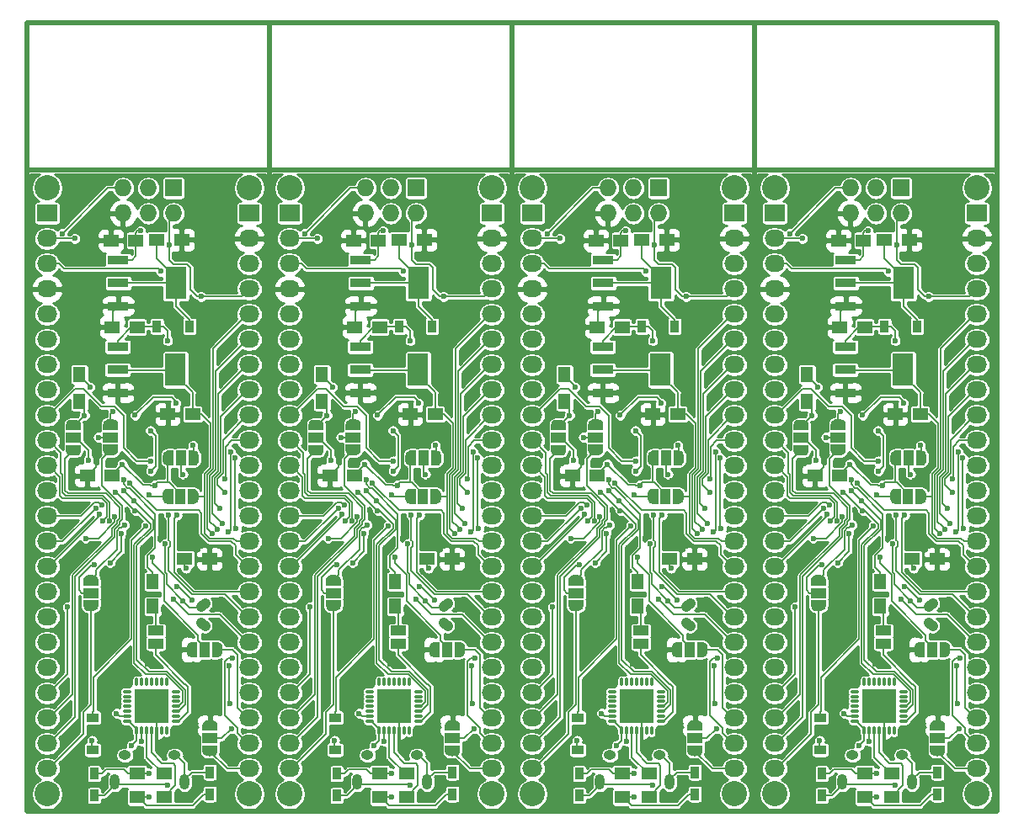
<source format=gbl>
G04 #@! TF.GenerationSoftware,KiCad,Pcbnew,6.0.0-unknown-16cf1a4~86~ubuntu16.04.1*
G04 #@! TF.CreationDate,2019-07-03T13:53:05+02:00*
G04 #@! TF.ProjectId,nano324,6e616e6f-3332-4342-9e6b-696361645f70,rev?*
G04 #@! TF.SameCoordinates,Original*
G04 #@! TF.FileFunction,Copper,L2,Bot*
G04 #@! TF.FilePolarity,Positive*
%FSLAX46Y46*%
G04 Gerber Fmt 4.6, Leading zero omitted, Abs format (unit mm)*
G04 Created by KiCad (PCBNEW 6.0.0-unknown-16cf1a4~86~ubuntu16.04.1) date 2019-07-03 13:53:05*
%MOMM*%
%LPD*%
G04 APERTURE LIST*
%ADD10C,0.500000*%
%ADD11C,2.540000*%
%ADD12O,1.727200X1.727200*%
%ADD13R,1.727200X1.727200*%
%ADD14R,1.500000X1.250000*%
%ADD15R,1.220000X0.910000*%
%ADD16R,0.500000X1.500000*%
%ADD17C,0.050000*%
%ADD18C,1.000000*%
%ADD19R,1.000000X1.500000*%
%ADD20R,1.500000X1.000000*%
%ADD21R,1.500000X0.500000*%
%ADD22R,1.500000X1.300000*%
%ADD23R,2.032000X1.727200*%
%ADD24O,2.032000X1.727200*%
%ADD25R,2.150000X3.250000*%
%ADD26R,2.150000X0.950000*%
%ADD27R,1.300000X1.500000*%
%ADD28R,0.900000X1.200000*%
%ADD29R,1.250000X1.500000*%
%ADD30R,0.910000X1.220000*%
%ADD31C,1.000760*%
%ADD32C,1.000760*%
%ADD33O,1.000000X1.550000*%
%ADD34O,1.250000X0.950000*%
%ADD35R,1.675000X1.675000*%
%ADD36O,0.850000X0.300000*%
%ADD37O,0.300000X0.850000*%
%ADD38C,0.600000*%
%ADD39C,0.150000*%
%ADD40C,0.254000*%
G04 APERTURE END LIST*
D10*
X147929600Y-59893200D02*
X147929600Y-45008800D01*
X123545600Y-59893200D02*
X123545600Y-45008800D01*
X99161600Y-59893200D02*
X99161600Y-45008800D01*
X74777600Y-59893200D02*
X74777600Y-45008800D01*
X172313600Y-45008800D02*
X74777600Y-45008800D01*
X172316140Y-59893200D02*
X172313600Y-45008800D01*
X147929600Y-59893200D02*
X172313600Y-59893200D01*
X147929600Y-124409200D02*
X147929600Y-59893200D01*
X172316140Y-59893200D02*
X172313600Y-124409200D01*
X172313600Y-124409200D02*
X147929600Y-124409200D01*
X123545600Y-59893200D02*
X147929600Y-59893200D01*
X123545600Y-124409200D02*
X123545600Y-59893200D01*
X147932140Y-59893200D02*
X147929600Y-124409200D01*
X147929600Y-124409200D02*
X123545600Y-124409200D01*
X99161600Y-59893200D02*
X123545600Y-59893200D01*
X99161600Y-124409200D02*
X99161600Y-59893200D01*
X123548140Y-59893200D02*
X123545600Y-124409200D01*
X123545600Y-124409200D02*
X99161600Y-124409200D01*
X99164140Y-59893200D02*
X99161600Y-124409200D01*
X74777600Y-124409200D02*
X74777600Y-59893200D01*
X74777600Y-59893200D02*
X99161600Y-59893200D01*
X99161600Y-124409200D02*
X74777600Y-124409200D01*
D11*
X149961600Y-122631200D03*
D12*
X157581600Y-64211200D03*
X157581600Y-61671200D03*
X160121600Y-64211200D03*
X160121600Y-61671200D03*
X162661600Y-64211200D03*
D13*
X162661600Y-61671200D03*
D11*
X149961600Y-61671200D03*
D14*
X153997340Y-90604340D03*
X156497340Y-90604340D03*
X158887800Y-66944240D03*
X156387800Y-66944240D03*
D11*
X170281600Y-61671200D03*
D14*
X163499800Y-66878200D03*
X160999800Y-66878200D03*
D11*
X170281600Y-122631200D03*
D15*
X154541220Y-118215920D03*
X154541220Y-114945920D03*
D16*
X162377880Y-92687140D03*
D17*
G36*
X162218747Y-91957394D02*
G01*
X162348201Y-92016513D01*
X162455756Y-92109710D01*
X162532697Y-92229432D01*
X162577881Y-92437140D01*
X162577881Y-92937140D01*
X162557627Y-93078006D01*
X162498508Y-93207460D01*
X162405311Y-93315015D01*
X162285589Y-93391956D01*
X162077881Y-93437140D01*
X162077879Y-93437140D01*
X161937013Y-93416886D01*
X161807559Y-93357767D01*
X161700004Y-93264570D01*
X161623063Y-93144848D01*
X161577879Y-92937140D01*
X161577879Y-92437140D01*
X161598133Y-92296274D01*
X161657252Y-92166820D01*
X161750449Y-92059265D01*
X161870171Y-91982324D01*
X162077879Y-91937140D01*
X162077881Y-91937140D01*
X162218747Y-91957394D01*
X162218747Y-91957394D01*
G37*
D18*
X162077880Y-92687140D03*
D19*
X163377880Y-92687140D03*
D16*
X164377880Y-92687140D03*
D17*
G36*
X164818747Y-91957394D02*
G01*
X164948201Y-92016513D01*
X165055756Y-92109710D01*
X165132697Y-92229432D01*
X165177881Y-92437140D01*
X165177881Y-92937140D01*
X165157627Y-93078006D01*
X165098508Y-93207460D01*
X165005311Y-93315015D01*
X164885589Y-93391956D01*
X164677881Y-93437140D01*
X164677879Y-93437140D01*
X164537013Y-93416886D01*
X164407559Y-93357767D01*
X164300004Y-93264570D01*
X164223063Y-93144848D01*
X164177879Y-92937140D01*
X164177879Y-92437140D01*
X164198133Y-92296274D01*
X164257252Y-92166820D01*
X164350449Y-92059265D01*
X164470171Y-91982324D01*
X164677879Y-91937140D01*
X164677881Y-91937140D01*
X164818747Y-91957394D01*
X164818747Y-91957394D01*
G37*
D18*
X164677880Y-92687140D03*
D20*
X160898840Y-106202480D03*
X160898840Y-107502480D03*
D21*
X152618440Y-87784180D03*
D17*
G36*
X153009306Y-87604433D02*
G01*
X153138760Y-87663552D01*
X153246315Y-87756749D01*
X153323256Y-87876471D01*
X153368440Y-88084179D01*
X153368440Y-88084181D01*
X153348186Y-88225047D01*
X153289067Y-88354501D01*
X153195870Y-88462056D01*
X153076148Y-88538997D01*
X152868440Y-88584181D01*
X152368440Y-88584181D01*
X152227574Y-88563927D01*
X152098120Y-88504808D01*
X151990565Y-88411611D01*
X151913624Y-88291889D01*
X151868440Y-88084181D01*
X151868440Y-88084179D01*
X151888694Y-87943313D01*
X151947813Y-87813859D01*
X152041010Y-87706304D01*
X152160732Y-87629363D01*
X152368440Y-87584179D01*
X152868440Y-87584179D01*
X153009306Y-87604433D01*
X153009306Y-87604433D01*
G37*
D18*
X152618440Y-88084180D03*
D20*
X152618440Y-86784180D03*
D21*
X152618440Y-85784180D03*
D17*
G36*
X153009306Y-85004433D02*
G01*
X153138760Y-85063552D01*
X153246315Y-85156749D01*
X153323256Y-85276471D01*
X153368440Y-85484179D01*
X153368440Y-85484181D01*
X153348186Y-85625047D01*
X153289067Y-85754501D01*
X153195870Y-85862056D01*
X153076148Y-85938997D01*
X152868440Y-85984181D01*
X152368440Y-85984181D01*
X152227574Y-85963927D01*
X152098120Y-85904808D01*
X151990565Y-85811611D01*
X151913624Y-85691889D01*
X151868440Y-85484181D01*
X151868440Y-85484179D01*
X151888694Y-85343313D01*
X151947813Y-85213859D01*
X152041010Y-85106304D01*
X152160732Y-85029363D01*
X152368440Y-84984179D01*
X152868440Y-84984179D01*
X153009306Y-85004433D01*
X153009306Y-85004433D01*
G37*
D18*
X152618440Y-85484180D03*
D14*
X164577080Y-84424520D03*
X162077080Y-84424520D03*
D22*
X159000200Y-120573800D03*
X161700200Y-120573800D03*
D23*
X149961600Y-64211200D03*
D24*
X149961600Y-66751200D03*
X149961600Y-69291200D03*
X149961600Y-71831200D03*
X149961600Y-74371200D03*
X149961600Y-76911200D03*
X149961600Y-79451200D03*
X149961600Y-81991200D03*
X149961600Y-84531200D03*
X149961600Y-87071200D03*
X149961600Y-89611200D03*
X149961600Y-92151200D03*
X149961600Y-94691200D03*
X149961600Y-97231200D03*
X149961600Y-99771200D03*
X149961600Y-102311200D03*
X149961600Y-104851200D03*
X149961600Y-107391200D03*
X149961600Y-109931200D03*
X149961600Y-112471200D03*
X149961600Y-115011200D03*
X149961600Y-117551200D03*
X149961600Y-120091200D03*
D14*
X163796660Y-98999040D03*
X166296660Y-98999040D03*
D17*
G36*
X156738026Y-84966333D02*
G01*
X156867480Y-85025452D01*
X156975035Y-85118649D01*
X157051976Y-85238371D01*
X157097160Y-85446079D01*
X157097160Y-85446081D01*
X157076906Y-85586947D01*
X157017787Y-85716401D01*
X156924590Y-85823956D01*
X156804868Y-85900897D01*
X156597160Y-85946081D01*
X156097160Y-85946081D01*
X155956294Y-85925827D01*
X155826840Y-85866708D01*
X155719285Y-85773511D01*
X155642344Y-85653789D01*
X155597160Y-85446081D01*
X155597160Y-85446079D01*
X155617414Y-85305213D01*
X155676533Y-85175759D01*
X155769730Y-85068204D01*
X155889452Y-84991263D01*
X156097160Y-84946079D01*
X156597160Y-84946079D01*
X156738026Y-84966333D01*
X156738026Y-84966333D01*
G37*
D18*
X156347160Y-85446080D03*
D21*
X156347160Y-85746080D03*
D20*
X156347160Y-86746080D03*
D17*
G36*
X156738026Y-87566333D02*
G01*
X156867480Y-87625452D01*
X156975035Y-87718649D01*
X157051976Y-87838371D01*
X157097160Y-88046079D01*
X157097160Y-88046081D01*
X157076906Y-88186947D01*
X157017787Y-88316401D01*
X156924590Y-88423956D01*
X156804868Y-88500897D01*
X156597160Y-88546081D01*
X156097160Y-88546081D01*
X155956294Y-88525827D01*
X155826840Y-88466708D01*
X155719285Y-88373511D01*
X155642344Y-88253789D01*
X155597160Y-88046081D01*
X155597160Y-88046079D01*
X155617414Y-87905213D01*
X155676533Y-87775759D01*
X155769730Y-87668204D01*
X155889452Y-87591263D01*
X156097160Y-87546079D01*
X156597160Y-87546079D01*
X156738026Y-87566333D01*
X156738026Y-87566333D01*
G37*
D18*
X156347160Y-88046080D03*
D21*
X156347160Y-87746080D03*
D25*
X162920000Y-71234300D03*
D26*
X157120000Y-73534300D03*
X157120000Y-71234300D03*
X157120000Y-68934300D03*
X157069200Y-77659200D03*
X157069200Y-79959200D03*
X157069200Y-82259200D03*
D25*
X162869200Y-79959200D03*
D27*
X153195020Y-83122760D03*
X153195020Y-80422760D03*
D17*
G36*
X162251767Y-88099134D02*
G01*
X162381221Y-88158253D01*
X162488776Y-88251450D01*
X162565717Y-88371172D01*
X162610901Y-88578880D01*
X162610901Y-89078880D01*
X162590647Y-89219746D01*
X162531528Y-89349200D01*
X162438331Y-89456755D01*
X162318609Y-89533696D01*
X162110901Y-89578880D01*
X162110899Y-89578880D01*
X161970033Y-89558626D01*
X161840579Y-89499507D01*
X161733024Y-89406310D01*
X161656083Y-89286588D01*
X161610899Y-89078880D01*
X161610899Y-88578880D01*
X161631153Y-88438014D01*
X161690272Y-88308560D01*
X161783469Y-88201005D01*
X161903191Y-88124064D01*
X162110899Y-88078880D01*
X162110901Y-88078880D01*
X162251767Y-88099134D01*
X162251767Y-88099134D01*
G37*
D18*
X162110900Y-88828880D03*
D16*
X162410900Y-88828880D03*
D19*
X163410900Y-88828880D03*
D17*
G36*
X164851767Y-88099134D02*
G01*
X164981221Y-88158253D01*
X165088776Y-88251450D01*
X165165717Y-88371172D01*
X165210901Y-88578880D01*
X165210901Y-89078880D01*
X165190647Y-89219746D01*
X165131528Y-89349200D01*
X165038331Y-89456755D01*
X164918609Y-89533696D01*
X164710901Y-89578880D01*
X164710899Y-89578880D01*
X164570033Y-89558626D01*
X164440579Y-89499507D01*
X164333024Y-89406310D01*
X164256083Y-89286588D01*
X164210899Y-89078880D01*
X164210899Y-88578880D01*
X164231153Y-88438014D01*
X164290272Y-88308560D01*
X164383469Y-88201005D01*
X164503191Y-88124064D01*
X164710899Y-88078880D01*
X164710901Y-88078880D01*
X164851767Y-88099134D01*
X164851767Y-88099134D01*
G37*
D18*
X164710900Y-88828880D03*
D16*
X164410900Y-88828880D03*
D28*
X166319200Y-122639000D03*
X166319200Y-120439000D03*
D21*
X154358340Y-103402640D03*
D17*
G36*
X154749206Y-103222893D02*
G01*
X154878660Y-103282012D01*
X154986215Y-103375209D01*
X155063156Y-103494931D01*
X155108340Y-103702639D01*
X155108340Y-103702641D01*
X155088086Y-103843507D01*
X155028967Y-103972961D01*
X154935770Y-104080516D01*
X154816048Y-104157457D01*
X154608340Y-104202641D01*
X154108340Y-104202641D01*
X153967474Y-104182387D01*
X153838020Y-104123268D01*
X153730465Y-104030071D01*
X153653524Y-103910349D01*
X153608340Y-103702641D01*
X153608340Y-103702639D01*
X153628594Y-103561773D01*
X153687713Y-103432319D01*
X153780910Y-103324764D01*
X153900632Y-103247823D01*
X154108340Y-103202639D01*
X154608340Y-103202639D01*
X154749206Y-103222893D01*
X154749206Y-103222893D01*
G37*
D18*
X154358340Y-103702640D03*
D20*
X154358340Y-102402640D03*
D21*
X154358340Y-101402640D03*
D17*
G36*
X154749206Y-100622893D02*
G01*
X154878660Y-100682012D01*
X154986215Y-100775209D01*
X155063156Y-100894931D01*
X155108340Y-101102639D01*
X155108340Y-101102641D01*
X155088086Y-101243507D01*
X155028967Y-101372961D01*
X154935770Y-101480516D01*
X154816048Y-101557457D01*
X154608340Y-101602641D01*
X154108340Y-101602641D01*
X153967474Y-101582387D01*
X153838020Y-101523268D01*
X153730465Y-101430071D01*
X153653524Y-101310349D01*
X153608340Y-101102641D01*
X153608340Y-101102639D01*
X153628594Y-100961773D01*
X153687713Y-100832319D01*
X153780910Y-100724764D01*
X153900632Y-100647823D01*
X154108340Y-100602639D01*
X154608340Y-100602639D01*
X154749206Y-100622893D01*
X154749206Y-100622893D01*
G37*
D18*
X154358340Y-101102640D03*
D29*
X160583880Y-103754560D03*
X160583880Y-101254560D03*
D30*
X164278060Y-75592940D03*
X161008060Y-75592940D03*
D17*
G36*
X164629207Y-107375194D02*
G01*
X164758661Y-107434313D01*
X164866216Y-107527510D01*
X164943157Y-107647232D01*
X164988341Y-107854940D01*
X164988341Y-108354940D01*
X164968087Y-108495806D01*
X164908968Y-108625260D01*
X164815771Y-108732815D01*
X164696049Y-108809756D01*
X164488341Y-108854940D01*
X164488339Y-108854940D01*
X164347473Y-108834686D01*
X164218019Y-108775567D01*
X164110464Y-108682370D01*
X164033523Y-108562648D01*
X163988339Y-108354940D01*
X163988339Y-107854940D01*
X164008593Y-107714074D01*
X164067712Y-107584620D01*
X164160909Y-107477065D01*
X164280631Y-107400124D01*
X164488339Y-107354940D01*
X164488341Y-107354940D01*
X164629207Y-107375194D01*
X164629207Y-107375194D01*
G37*
D18*
X164488340Y-108104940D03*
D16*
X164788340Y-108104940D03*
D19*
X165788340Y-108104940D03*
D17*
G36*
X167229207Y-107375194D02*
G01*
X167358661Y-107434313D01*
X167466216Y-107527510D01*
X167543157Y-107647232D01*
X167588341Y-107854940D01*
X167588341Y-108354940D01*
X167568087Y-108495806D01*
X167508968Y-108625260D01*
X167415771Y-108732815D01*
X167296049Y-108809756D01*
X167088341Y-108854940D01*
X167088339Y-108854940D01*
X166947473Y-108834686D01*
X166818019Y-108775567D01*
X166710464Y-108682370D01*
X166633523Y-108562648D01*
X166588339Y-108354940D01*
X166588339Y-107854940D01*
X166608593Y-107714074D01*
X166667712Y-107584620D01*
X166760909Y-107477065D01*
X166880631Y-107400124D01*
X167088339Y-107354940D01*
X167088341Y-107354940D01*
X167229207Y-107375194D01*
X167229207Y-107375194D01*
G37*
D18*
X167088340Y-108104940D03*
D16*
X166788340Y-108104940D03*
D31*
X165667534Y-103635966D03*
D32*
X165490623Y-103812877D02*
X165844445Y-103459055D01*
D31*
X165667534Y-105558434D03*
D32*
X165844445Y-105735345D02*
X165490623Y-105381523D01*
D28*
X154686000Y-122791400D03*
X154686000Y-120591400D03*
D21*
X166339520Y-118020340D03*
D17*
G36*
X166730386Y-117840593D02*
G01*
X166859840Y-117899712D01*
X166967395Y-117992909D01*
X167044336Y-118112631D01*
X167089520Y-118320339D01*
X167089520Y-118320341D01*
X167069266Y-118461207D01*
X167010147Y-118590661D01*
X166916950Y-118698216D01*
X166797228Y-118775157D01*
X166589520Y-118820341D01*
X166089520Y-118820341D01*
X165948654Y-118800087D01*
X165819200Y-118740968D01*
X165711645Y-118647771D01*
X165634704Y-118528049D01*
X165589520Y-118320341D01*
X165589520Y-118320339D01*
X165609774Y-118179473D01*
X165668893Y-118050019D01*
X165762090Y-117942464D01*
X165881812Y-117865523D01*
X166089520Y-117820339D01*
X166589520Y-117820339D01*
X166730386Y-117840593D01*
X166730386Y-117840593D01*
G37*
D18*
X166339520Y-118320340D03*
D20*
X166339520Y-117020340D03*
D21*
X166339520Y-116020340D03*
D17*
G36*
X166730386Y-115240593D02*
G01*
X166859840Y-115299712D01*
X166967395Y-115392909D01*
X167044336Y-115512631D01*
X167089520Y-115720339D01*
X167089520Y-115720341D01*
X167069266Y-115861207D01*
X167010147Y-115990661D01*
X166916950Y-116098216D01*
X166797228Y-116175157D01*
X166589520Y-116220341D01*
X166089520Y-116220341D01*
X165948654Y-116200087D01*
X165819200Y-116140968D01*
X165711645Y-116047771D01*
X165634704Y-115928049D01*
X165589520Y-115720341D01*
X165589520Y-115720339D01*
X165609774Y-115579473D01*
X165668893Y-115450019D01*
X165762090Y-115342464D01*
X165881812Y-115265523D01*
X166089520Y-115220339D01*
X166589520Y-115220339D01*
X166730386Y-115240593D01*
X166730386Y-115240593D01*
G37*
D18*
X166339520Y-115720340D03*
D33*
X163773100Y-121431860D03*
X156773100Y-121431860D03*
D34*
X162773100Y-118731860D03*
X157773100Y-118731860D03*
D24*
X170281600Y-120091200D03*
X170281600Y-117551200D03*
X170281600Y-115011200D03*
X170281600Y-112471200D03*
X170281600Y-109931200D03*
X170281600Y-107391200D03*
X170281600Y-104851200D03*
X170281600Y-102311200D03*
X170281600Y-99771200D03*
X170281600Y-97231200D03*
X170281600Y-94691200D03*
X170281600Y-92151200D03*
X170281600Y-89611200D03*
X170281600Y-87071200D03*
X170281600Y-84531200D03*
X170281600Y-81991200D03*
X170281600Y-79451200D03*
X170281600Y-76911200D03*
X170281600Y-74371200D03*
X170281600Y-71831200D03*
X170281600Y-69291200D03*
X170281600Y-66751200D03*
D23*
X170281600Y-64211200D03*
D22*
X161725600Y-122936000D03*
X159025600Y-122936000D03*
D14*
X156506540Y-75661520D03*
X159006540Y-75661520D03*
D35*
X161289300Y-114654900D03*
X159614300Y-114654900D03*
X161289300Y-112979900D03*
X159614300Y-112979900D03*
D36*
X162901800Y-115317400D03*
X162901800Y-114817400D03*
X162901800Y-114317400D03*
X162901800Y-113817400D03*
X162901800Y-113317400D03*
X162901800Y-112817400D03*
X162901800Y-112317400D03*
D37*
X161951800Y-111367400D03*
X161451800Y-111367400D03*
X160951800Y-111367400D03*
X160451800Y-111367400D03*
X159951800Y-111367400D03*
X159451800Y-111367400D03*
X158951800Y-111367400D03*
D36*
X158001800Y-112317400D03*
X158001800Y-112817400D03*
X158001800Y-113317400D03*
X158001800Y-113817400D03*
X158001800Y-114317400D03*
X158001800Y-114817400D03*
X158001800Y-115317400D03*
D37*
X158951800Y-116267400D03*
X159451800Y-116267400D03*
X159951800Y-116267400D03*
X160451800Y-116267400D03*
X160951800Y-116267400D03*
X161451800Y-116267400D03*
X161951800Y-116267400D03*
D11*
X125577600Y-122631200D03*
D12*
X133197600Y-64211200D03*
X133197600Y-61671200D03*
X135737600Y-64211200D03*
X135737600Y-61671200D03*
X138277600Y-64211200D03*
D13*
X138277600Y-61671200D03*
D11*
X125577600Y-61671200D03*
D14*
X129613340Y-90604340D03*
X132113340Y-90604340D03*
X134503800Y-66944240D03*
X132003800Y-66944240D03*
D11*
X145897600Y-61671200D03*
D14*
X139115800Y-66878200D03*
X136615800Y-66878200D03*
D11*
X145897600Y-122631200D03*
D15*
X130157220Y-118215920D03*
X130157220Y-114945920D03*
D16*
X137993880Y-92687140D03*
D17*
G36*
X137834747Y-91957394D02*
G01*
X137964201Y-92016513D01*
X138071756Y-92109710D01*
X138148697Y-92229432D01*
X138193881Y-92437140D01*
X138193881Y-92937140D01*
X138173627Y-93078006D01*
X138114508Y-93207460D01*
X138021311Y-93315015D01*
X137901589Y-93391956D01*
X137693881Y-93437140D01*
X137693879Y-93437140D01*
X137553013Y-93416886D01*
X137423559Y-93357767D01*
X137316004Y-93264570D01*
X137239063Y-93144848D01*
X137193879Y-92937140D01*
X137193879Y-92437140D01*
X137214133Y-92296274D01*
X137273252Y-92166820D01*
X137366449Y-92059265D01*
X137486171Y-91982324D01*
X137693879Y-91937140D01*
X137693881Y-91937140D01*
X137834747Y-91957394D01*
X137834747Y-91957394D01*
G37*
D18*
X137693880Y-92687140D03*
D19*
X138993880Y-92687140D03*
D16*
X139993880Y-92687140D03*
D17*
G36*
X140434747Y-91957394D02*
G01*
X140564201Y-92016513D01*
X140671756Y-92109710D01*
X140748697Y-92229432D01*
X140793881Y-92437140D01*
X140793881Y-92937140D01*
X140773627Y-93078006D01*
X140714508Y-93207460D01*
X140621311Y-93315015D01*
X140501589Y-93391956D01*
X140293881Y-93437140D01*
X140293879Y-93437140D01*
X140153013Y-93416886D01*
X140023559Y-93357767D01*
X139916004Y-93264570D01*
X139839063Y-93144848D01*
X139793879Y-92937140D01*
X139793879Y-92437140D01*
X139814133Y-92296274D01*
X139873252Y-92166820D01*
X139966449Y-92059265D01*
X140086171Y-91982324D01*
X140293879Y-91937140D01*
X140293881Y-91937140D01*
X140434747Y-91957394D01*
X140434747Y-91957394D01*
G37*
D18*
X140293880Y-92687140D03*
D20*
X136514840Y-106202480D03*
X136514840Y-107502480D03*
D21*
X128234440Y-87784180D03*
D17*
G36*
X128625306Y-87604433D02*
G01*
X128754760Y-87663552D01*
X128862315Y-87756749D01*
X128939256Y-87876471D01*
X128984440Y-88084179D01*
X128984440Y-88084181D01*
X128964186Y-88225047D01*
X128905067Y-88354501D01*
X128811870Y-88462056D01*
X128692148Y-88538997D01*
X128484440Y-88584181D01*
X127984440Y-88584181D01*
X127843574Y-88563927D01*
X127714120Y-88504808D01*
X127606565Y-88411611D01*
X127529624Y-88291889D01*
X127484440Y-88084181D01*
X127484440Y-88084179D01*
X127504694Y-87943313D01*
X127563813Y-87813859D01*
X127657010Y-87706304D01*
X127776732Y-87629363D01*
X127984440Y-87584179D01*
X128484440Y-87584179D01*
X128625306Y-87604433D01*
X128625306Y-87604433D01*
G37*
D18*
X128234440Y-88084180D03*
D20*
X128234440Y-86784180D03*
D21*
X128234440Y-85784180D03*
D17*
G36*
X128625306Y-85004433D02*
G01*
X128754760Y-85063552D01*
X128862315Y-85156749D01*
X128939256Y-85276471D01*
X128984440Y-85484179D01*
X128984440Y-85484181D01*
X128964186Y-85625047D01*
X128905067Y-85754501D01*
X128811870Y-85862056D01*
X128692148Y-85938997D01*
X128484440Y-85984181D01*
X127984440Y-85984181D01*
X127843574Y-85963927D01*
X127714120Y-85904808D01*
X127606565Y-85811611D01*
X127529624Y-85691889D01*
X127484440Y-85484181D01*
X127484440Y-85484179D01*
X127504694Y-85343313D01*
X127563813Y-85213859D01*
X127657010Y-85106304D01*
X127776732Y-85029363D01*
X127984440Y-84984179D01*
X128484440Y-84984179D01*
X128625306Y-85004433D01*
X128625306Y-85004433D01*
G37*
D18*
X128234440Y-85484180D03*
D14*
X140193080Y-84424520D03*
X137693080Y-84424520D03*
D22*
X134616200Y-120573800D03*
X137316200Y-120573800D03*
D23*
X125577600Y-64211200D03*
D24*
X125577600Y-66751200D03*
X125577600Y-69291200D03*
X125577600Y-71831200D03*
X125577600Y-74371200D03*
X125577600Y-76911200D03*
X125577600Y-79451200D03*
X125577600Y-81991200D03*
X125577600Y-84531200D03*
X125577600Y-87071200D03*
X125577600Y-89611200D03*
X125577600Y-92151200D03*
X125577600Y-94691200D03*
X125577600Y-97231200D03*
X125577600Y-99771200D03*
X125577600Y-102311200D03*
X125577600Y-104851200D03*
X125577600Y-107391200D03*
X125577600Y-109931200D03*
X125577600Y-112471200D03*
X125577600Y-115011200D03*
X125577600Y-117551200D03*
X125577600Y-120091200D03*
D14*
X139412660Y-98999040D03*
X141912660Y-98999040D03*
D17*
G36*
X132354026Y-84966333D02*
G01*
X132483480Y-85025452D01*
X132591035Y-85118649D01*
X132667976Y-85238371D01*
X132713160Y-85446079D01*
X132713160Y-85446081D01*
X132692906Y-85586947D01*
X132633787Y-85716401D01*
X132540590Y-85823956D01*
X132420868Y-85900897D01*
X132213160Y-85946081D01*
X131713160Y-85946081D01*
X131572294Y-85925827D01*
X131442840Y-85866708D01*
X131335285Y-85773511D01*
X131258344Y-85653789D01*
X131213160Y-85446081D01*
X131213160Y-85446079D01*
X131233414Y-85305213D01*
X131292533Y-85175759D01*
X131385730Y-85068204D01*
X131505452Y-84991263D01*
X131713160Y-84946079D01*
X132213160Y-84946079D01*
X132354026Y-84966333D01*
X132354026Y-84966333D01*
G37*
D18*
X131963160Y-85446080D03*
D21*
X131963160Y-85746080D03*
D20*
X131963160Y-86746080D03*
D17*
G36*
X132354026Y-87566333D02*
G01*
X132483480Y-87625452D01*
X132591035Y-87718649D01*
X132667976Y-87838371D01*
X132713160Y-88046079D01*
X132713160Y-88046081D01*
X132692906Y-88186947D01*
X132633787Y-88316401D01*
X132540590Y-88423956D01*
X132420868Y-88500897D01*
X132213160Y-88546081D01*
X131713160Y-88546081D01*
X131572294Y-88525827D01*
X131442840Y-88466708D01*
X131335285Y-88373511D01*
X131258344Y-88253789D01*
X131213160Y-88046081D01*
X131213160Y-88046079D01*
X131233414Y-87905213D01*
X131292533Y-87775759D01*
X131385730Y-87668204D01*
X131505452Y-87591263D01*
X131713160Y-87546079D01*
X132213160Y-87546079D01*
X132354026Y-87566333D01*
X132354026Y-87566333D01*
G37*
D18*
X131963160Y-88046080D03*
D21*
X131963160Y-87746080D03*
D25*
X138536000Y-71234300D03*
D26*
X132736000Y-73534300D03*
X132736000Y-71234300D03*
X132736000Y-68934300D03*
X132685200Y-77659200D03*
X132685200Y-79959200D03*
X132685200Y-82259200D03*
D25*
X138485200Y-79959200D03*
D27*
X128811020Y-83122760D03*
X128811020Y-80422760D03*
D17*
G36*
X137867767Y-88099134D02*
G01*
X137997221Y-88158253D01*
X138104776Y-88251450D01*
X138181717Y-88371172D01*
X138226901Y-88578880D01*
X138226901Y-89078880D01*
X138206647Y-89219746D01*
X138147528Y-89349200D01*
X138054331Y-89456755D01*
X137934609Y-89533696D01*
X137726901Y-89578880D01*
X137726899Y-89578880D01*
X137586033Y-89558626D01*
X137456579Y-89499507D01*
X137349024Y-89406310D01*
X137272083Y-89286588D01*
X137226899Y-89078880D01*
X137226899Y-88578880D01*
X137247153Y-88438014D01*
X137306272Y-88308560D01*
X137399469Y-88201005D01*
X137519191Y-88124064D01*
X137726899Y-88078880D01*
X137726901Y-88078880D01*
X137867767Y-88099134D01*
X137867767Y-88099134D01*
G37*
D18*
X137726900Y-88828880D03*
D16*
X138026900Y-88828880D03*
D19*
X139026900Y-88828880D03*
D17*
G36*
X140467767Y-88099134D02*
G01*
X140597221Y-88158253D01*
X140704776Y-88251450D01*
X140781717Y-88371172D01*
X140826901Y-88578880D01*
X140826901Y-89078880D01*
X140806647Y-89219746D01*
X140747528Y-89349200D01*
X140654331Y-89456755D01*
X140534609Y-89533696D01*
X140326901Y-89578880D01*
X140326899Y-89578880D01*
X140186033Y-89558626D01*
X140056579Y-89499507D01*
X139949024Y-89406310D01*
X139872083Y-89286588D01*
X139826899Y-89078880D01*
X139826899Y-88578880D01*
X139847153Y-88438014D01*
X139906272Y-88308560D01*
X139999469Y-88201005D01*
X140119191Y-88124064D01*
X140326899Y-88078880D01*
X140326901Y-88078880D01*
X140467767Y-88099134D01*
X140467767Y-88099134D01*
G37*
D18*
X140326900Y-88828880D03*
D16*
X140026900Y-88828880D03*
D28*
X141935200Y-122639000D03*
X141935200Y-120439000D03*
D21*
X129974340Y-103402640D03*
D17*
G36*
X130365206Y-103222893D02*
G01*
X130494660Y-103282012D01*
X130602215Y-103375209D01*
X130679156Y-103494931D01*
X130724340Y-103702639D01*
X130724340Y-103702641D01*
X130704086Y-103843507D01*
X130644967Y-103972961D01*
X130551770Y-104080516D01*
X130432048Y-104157457D01*
X130224340Y-104202641D01*
X129724340Y-104202641D01*
X129583474Y-104182387D01*
X129454020Y-104123268D01*
X129346465Y-104030071D01*
X129269524Y-103910349D01*
X129224340Y-103702641D01*
X129224340Y-103702639D01*
X129244594Y-103561773D01*
X129303713Y-103432319D01*
X129396910Y-103324764D01*
X129516632Y-103247823D01*
X129724340Y-103202639D01*
X130224340Y-103202639D01*
X130365206Y-103222893D01*
X130365206Y-103222893D01*
G37*
D18*
X129974340Y-103702640D03*
D20*
X129974340Y-102402640D03*
D21*
X129974340Y-101402640D03*
D17*
G36*
X130365206Y-100622893D02*
G01*
X130494660Y-100682012D01*
X130602215Y-100775209D01*
X130679156Y-100894931D01*
X130724340Y-101102639D01*
X130724340Y-101102641D01*
X130704086Y-101243507D01*
X130644967Y-101372961D01*
X130551770Y-101480516D01*
X130432048Y-101557457D01*
X130224340Y-101602641D01*
X129724340Y-101602641D01*
X129583474Y-101582387D01*
X129454020Y-101523268D01*
X129346465Y-101430071D01*
X129269524Y-101310349D01*
X129224340Y-101102641D01*
X129224340Y-101102639D01*
X129244594Y-100961773D01*
X129303713Y-100832319D01*
X129396910Y-100724764D01*
X129516632Y-100647823D01*
X129724340Y-100602639D01*
X130224340Y-100602639D01*
X130365206Y-100622893D01*
X130365206Y-100622893D01*
G37*
D18*
X129974340Y-101102640D03*
D29*
X136199880Y-103754560D03*
X136199880Y-101254560D03*
D30*
X139894060Y-75592940D03*
X136624060Y-75592940D03*
D17*
G36*
X140245207Y-107375194D02*
G01*
X140374661Y-107434313D01*
X140482216Y-107527510D01*
X140559157Y-107647232D01*
X140604341Y-107854940D01*
X140604341Y-108354940D01*
X140584087Y-108495806D01*
X140524968Y-108625260D01*
X140431771Y-108732815D01*
X140312049Y-108809756D01*
X140104341Y-108854940D01*
X140104339Y-108854940D01*
X139963473Y-108834686D01*
X139834019Y-108775567D01*
X139726464Y-108682370D01*
X139649523Y-108562648D01*
X139604339Y-108354940D01*
X139604339Y-107854940D01*
X139624593Y-107714074D01*
X139683712Y-107584620D01*
X139776909Y-107477065D01*
X139896631Y-107400124D01*
X140104339Y-107354940D01*
X140104341Y-107354940D01*
X140245207Y-107375194D01*
X140245207Y-107375194D01*
G37*
D18*
X140104340Y-108104940D03*
D16*
X140404340Y-108104940D03*
D19*
X141404340Y-108104940D03*
D17*
G36*
X142845207Y-107375194D02*
G01*
X142974661Y-107434313D01*
X143082216Y-107527510D01*
X143159157Y-107647232D01*
X143204341Y-107854940D01*
X143204341Y-108354940D01*
X143184087Y-108495806D01*
X143124968Y-108625260D01*
X143031771Y-108732815D01*
X142912049Y-108809756D01*
X142704341Y-108854940D01*
X142704339Y-108854940D01*
X142563473Y-108834686D01*
X142434019Y-108775567D01*
X142326464Y-108682370D01*
X142249523Y-108562648D01*
X142204339Y-108354940D01*
X142204339Y-107854940D01*
X142224593Y-107714074D01*
X142283712Y-107584620D01*
X142376909Y-107477065D01*
X142496631Y-107400124D01*
X142704339Y-107354940D01*
X142704341Y-107354940D01*
X142845207Y-107375194D01*
X142845207Y-107375194D01*
G37*
D18*
X142704340Y-108104940D03*
D16*
X142404340Y-108104940D03*
D31*
X141283534Y-103635966D03*
D32*
X141106623Y-103812877D02*
X141460445Y-103459055D01*
D31*
X141283534Y-105558434D03*
D32*
X141460445Y-105735345D02*
X141106623Y-105381523D01*
D28*
X130302000Y-122791400D03*
X130302000Y-120591400D03*
D21*
X141955520Y-118020340D03*
D17*
G36*
X142346386Y-117840593D02*
G01*
X142475840Y-117899712D01*
X142583395Y-117992909D01*
X142660336Y-118112631D01*
X142705520Y-118320339D01*
X142705520Y-118320341D01*
X142685266Y-118461207D01*
X142626147Y-118590661D01*
X142532950Y-118698216D01*
X142413228Y-118775157D01*
X142205520Y-118820341D01*
X141705520Y-118820341D01*
X141564654Y-118800087D01*
X141435200Y-118740968D01*
X141327645Y-118647771D01*
X141250704Y-118528049D01*
X141205520Y-118320341D01*
X141205520Y-118320339D01*
X141225774Y-118179473D01*
X141284893Y-118050019D01*
X141378090Y-117942464D01*
X141497812Y-117865523D01*
X141705520Y-117820339D01*
X142205520Y-117820339D01*
X142346386Y-117840593D01*
X142346386Y-117840593D01*
G37*
D18*
X141955520Y-118320340D03*
D20*
X141955520Y-117020340D03*
D21*
X141955520Y-116020340D03*
D17*
G36*
X142346386Y-115240593D02*
G01*
X142475840Y-115299712D01*
X142583395Y-115392909D01*
X142660336Y-115512631D01*
X142705520Y-115720339D01*
X142705520Y-115720341D01*
X142685266Y-115861207D01*
X142626147Y-115990661D01*
X142532950Y-116098216D01*
X142413228Y-116175157D01*
X142205520Y-116220341D01*
X141705520Y-116220341D01*
X141564654Y-116200087D01*
X141435200Y-116140968D01*
X141327645Y-116047771D01*
X141250704Y-115928049D01*
X141205520Y-115720341D01*
X141205520Y-115720339D01*
X141225774Y-115579473D01*
X141284893Y-115450019D01*
X141378090Y-115342464D01*
X141497812Y-115265523D01*
X141705520Y-115220339D01*
X142205520Y-115220339D01*
X142346386Y-115240593D01*
X142346386Y-115240593D01*
G37*
D18*
X141955520Y-115720340D03*
D33*
X139389100Y-121431860D03*
X132389100Y-121431860D03*
D34*
X138389100Y-118731860D03*
X133389100Y-118731860D03*
D24*
X145897600Y-120091200D03*
X145897600Y-117551200D03*
X145897600Y-115011200D03*
X145897600Y-112471200D03*
X145897600Y-109931200D03*
X145897600Y-107391200D03*
X145897600Y-104851200D03*
X145897600Y-102311200D03*
X145897600Y-99771200D03*
X145897600Y-97231200D03*
X145897600Y-94691200D03*
X145897600Y-92151200D03*
X145897600Y-89611200D03*
X145897600Y-87071200D03*
X145897600Y-84531200D03*
X145897600Y-81991200D03*
X145897600Y-79451200D03*
X145897600Y-76911200D03*
X145897600Y-74371200D03*
X145897600Y-71831200D03*
X145897600Y-69291200D03*
X145897600Y-66751200D03*
D23*
X145897600Y-64211200D03*
D22*
X137341600Y-122936000D03*
X134641600Y-122936000D03*
D14*
X132122540Y-75661520D03*
X134622540Y-75661520D03*
D35*
X136905300Y-114654900D03*
X135230300Y-114654900D03*
X136905300Y-112979900D03*
X135230300Y-112979900D03*
D36*
X138517800Y-115317400D03*
X138517800Y-114817400D03*
X138517800Y-114317400D03*
X138517800Y-113817400D03*
X138517800Y-113317400D03*
X138517800Y-112817400D03*
X138517800Y-112317400D03*
D37*
X137567800Y-111367400D03*
X137067800Y-111367400D03*
X136567800Y-111367400D03*
X136067800Y-111367400D03*
X135567800Y-111367400D03*
X135067800Y-111367400D03*
X134567800Y-111367400D03*
D36*
X133617800Y-112317400D03*
X133617800Y-112817400D03*
X133617800Y-113317400D03*
X133617800Y-113817400D03*
X133617800Y-114317400D03*
X133617800Y-114817400D03*
X133617800Y-115317400D03*
D37*
X134567800Y-116267400D03*
X135067800Y-116267400D03*
X135567800Y-116267400D03*
X136067800Y-116267400D03*
X136567800Y-116267400D03*
X137067800Y-116267400D03*
X137567800Y-116267400D03*
D11*
X101193600Y-122631200D03*
D12*
X108813600Y-64211200D03*
X108813600Y-61671200D03*
X111353600Y-64211200D03*
X111353600Y-61671200D03*
X113893600Y-64211200D03*
D13*
X113893600Y-61671200D03*
D11*
X101193600Y-61671200D03*
D14*
X105229340Y-90604340D03*
X107729340Y-90604340D03*
X110119800Y-66944240D03*
X107619800Y-66944240D03*
D11*
X121513600Y-61671200D03*
D14*
X114731800Y-66878200D03*
X112231800Y-66878200D03*
D11*
X121513600Y-122631200D03*
D15*
X105773220Y-118215920D03*
X105773220Y-114945920D03*
D16*
X113609880Y-92687140D03*
D17*
G36*
X113450747Y-91957394D02*
G01*
X113580201Y-92016513D01*
X113687756Y-92109710D01*
X113764697Y-92229432D01*
X113809881Y-92437140D01*
X113809881Y-92937140D01*
X113789627Y-93078006D01*
X113730508Y-93207460D01*
X113637311Y-93315015D01*
X113517589Y-93391956D01*
X113309881Y-93437140D01*
X113309879Y-93437140D01*
X113169013Y-93416886D01*
X113039559Y-93357767D01*
X112932004Y-93264570D01*
X112855063Y-93144848D01*
X112809879Y-92937140D01*
X112809879Y-92437140D01*
X112830133Y-92296274D01*
X112889252Y-92166820D01*
X112982449Y-92059265D01*
X113102171Y-91982324D01*
X113309879Y-91937140D01*
X113309881Y-91937140D01*
X113450747Y-91957394D01*
X113450747Y-91957394D01*
G37*
D18*
X113309880Y-92687140D03*
D19*
X114609880Y-92687140D03*
D16*
X115609880Y-92687140D03*
D17*
G36*
X116050747Y-91957394D02*
G01*
X116180201Y-92016513D01*
X116287756Y-92109710D01*
X116364697Y-92229432D01*
X116409881Y-92437140D01*
X116409881Y-92937140D01*
X116389627Y-93078006D01*
X116330508Y-93207460D01*
X116237311Y-93315015D01*
X116117589Y-93391956D01*
X115909881Y-93437140D01*
X115909879Y-93437140D01*
X115769013Y-93416886D01*
X115639559Y-93357767D01*
X115532004Y-93264570D01*
X115455063Y-93144848D01*
X115409879Y-92937140D01*
X115409879Y-92437140D01*
X115430133Y-92296274D01*
X115489252Y-92166820D01*
X115582449Y-92059265D01*
X115702171Y-91982324D01*
X115909879Y-91937140D01*
X115909881Y-91937140D01*
X116050747Y-91957394D01*
X116050747Y-91957394D01*
G37*
D18*
X115909880Y-92687140D03*
D20*
X112130840Y-106202480D03*
X112130840Y-107502480D03*
D21*
X103850440Y-87784180D03*
D17*
G36*
X104241306Y-87604433D02*
G01*
X104370760Y-87663552D01*
X104478315Y-87756749D01*
X104555256Y-87876471D01*
X104600440Y-88084179D01*
X104600440Y-88084181D01*
X104580186Y-88225047D01*
X104521067Y-88354501D01*
X104427870Y-88462056D01*
X104308148Y-88538997D01*
X104100440Y-88584181D01*
X103600440Y-88584181D01*
X103459574Y-88563927D01*
X103330120Y-88504808D01*
X103222565Y-88411611D01*
X103145624Y-88291889D01*
X103100440Y-88084181D01*
X103100440Y-88084179D01*
X103120694Y-87943313D01*
X103179813Y-87813859D01*
X103273010Y-87706304D01*
X103392732Y-87629363D01*
X103600440Y-87584179D01*
X104100440Y-87584179D01*
X104241306Y-87604433D01*
X104241306Y-87604433D01*
G37*
D18*
X103850440Y-88084180D03*
D20*
X103850440Y-86784180D03*
D21*
X103850440Y-85784180D03*
D17*
G36*
X104241306Y-85004433D02*
G01*
X104370760Y-85063552D01*
X104478315Y-85156749D01*
X104555256Y-85276471D01*
X104600440Y-85484179D01*
X104600440Y-85484181D01*
X104580186Y-85625047D01*
X104521067Y-85754501D01*
X104427870Y-85862056D01*
X104308148Y-85938997D01*
X104100440Y-85984181D01*
X103600440Y-85984181D01*
X103459574Y-85963927D01*
X103330120Y-85904808D01*
X103222565Y-85811611D01*
X103145624Y-85691889D01*
X103100440Y-85484181D01*
X103100440Y-85484179D01*
X103120694Y-85343313D01*
X103179813Y-85213859D01*
X103273010Y-85106304D01*
X103392732Y-85029363D01*
X103600440Y-84984179D01*
X104100440Y-84984179D01*
X104241306Y-85004433D01*
X104241306Y-85004433D01*
G37*
D18*
X103850440Y-85484180D03*
D14*
X115809080Y-84424520D03*
X113309080Y-84424520D03*
D22*
X110232200Y-120573800D03*
X112932200Y-120573800D03*
D23*
X101193600Y-64211200D03*
D24*
X101193600Y-66751200D03*
X101193600Y-69291200D03*
X101193600Y-71831200D03*
X101193600Y-74371200D03*
X101193600Y-76911200D03*
X101193600Y-79451200D03*
X101193600Y-81991200D03*
X101193600Y-84531200D03*
X101193600Y-87071200D03*
X101193600Y-89611200D03*
X101193600Y-92151200D03*
X101193600Y-94691200D03*
X101193600Y-97231200D03*
X101193600Y-99771200D03*
X101193600Y-102311200D03*
X101193600Y-104851200D03*
X101193600Y-107391200D03*
X101193600Y-109931200D03*
X101193600Y-112471200D03*
X101193600Y-115011200D03*
X101193600Y-117551200D03*
X101193600Y-120091200D03*
D14*
X115028660Y-98999040D03*
X117528660Y-98999040D03*
D17*
G36*
X107970026Y-84966333D02*
G01*
X108099480Y-85025452D01*
X108207035Y-85118649D01*
X108283976Y-85238371D01*
X108329160Y-85446079D01*
X108329160Y-85446081D01*
X108308906Y-85586947D01*
X108249787Y-85716401D01*
X108156590Y-85823956D01*
X108036868Y-85900897D01*
X107829160Y-85946081D01*
X107329160Y-85946081D01*
X107188294Y-85925827D01*
X107058840Y-85866708D01*
X106951285Y-85773511D01*
X106874344Y-85653789D01*
X106829160Y-85446081D01*
X106829160Y-85446079D01*
X106849414Y-85305213D01*
X106908533Y-85175759D01*
X107001730Y-85068204D01*
X107121452Y-84991263D01*
X107329160Y-84946079D01*
X107829160Y-84946079D01*
X107970026Y-84966333D01*
X107970026Y-84966333D01*
G37*
D18*
X107579160Y-85446080D03*
D21*
X107579160Y-85746080D03*
D20*
X107579160Y-86746080D03*
D17*
G36*
X107970026Y-87566333D02*
G01*
X108099480Y-87625452D01*
X108207035Y-87718649D01*
X108283976Y-87838371D01*
X108329160Y-88046079D01*
X108329160Y-88046081D01*
X108308906Y-88186947D01*
X108249787Y-88316401D01*
X108156590Y-88423956D01*
X108036868Y-88500897D01*
X107829160Y-88546081D01*
X107329160Y-88546081D01*
X107188294Y-88525827D01*
X107058840Y-88466708D01*
X106951285Y-88373511D01*
X106874344Y-88253789D01*
X106829160Y-88046081D01*
X106829160Y-88046079D01*
X106849414Y-87905213D01*
X106908533Y-87775759D01*
X107001730Y-87668204D01*
X107121452Y-87591263D01*
X107329160Y-87546079D01*
X107829160Y-87546079D01*
X107970026Y-87566333D01*
X107970026Y-87566333D01*
G37*
D18*
X107579160Y-88046080D03*
D21*
X107579160Y-87746080D03*
D25*
X114152000Y-71234300D03*
D26*
X108352000Y-73534300D03*
X108352000Y-71234300D03*
X108352000Y-68934300D03*
X108301200Y-77659200D03*
X108301200Y-79959200D03*
X108301200Y-82259200D03*
D25*
X114101200Y-79959200D03*
D27*
X104427020Y-83122760D03*
X104427020Y-80422760D03*
D17*
G36*
X113483767Y-88099134D02*
G01*
X113613221Y-88158253D01*
X113720776Y-88251450D01*
X113797717Y-88371172D01*
X113842901Y-88578880D01*
X113842901Y-89078880D01*
X113822647Y-89219746D01*
X113763528Y-89349200D01*
X113670331Y-89456755D01*
X113550609Y-89533696D01*
X113342901Y-89578880D01*
X113342899Y-89578880D01*
X113202033Y-89558626D01*
X113072579Y-89499507D01*
X112965024Y-89406310D01*
X112888083Y-89286588D01*
X112842899Y-89078880D01*
X112842899Y-88578880D01*
X112863153Y-88438014D01*
X112922272Y-88308560D01*
X113015469Y-88201005D01*
X113135191Y-88124064D01*
X113342899Y-88078880D01*
X113342901Y-88078880D01*
X113483767Y-88099134D01*
X113483767Y-88099134D01*
G37*
D18*
X113342900Y-88828880D03*
D16*
X113642900Y-88828880D03*
D19*
X114642900Y-88828880D03*
D17*
G36*
X116083767Y-88099134D02*
G01*
X116213221Y-88158253D01*
X116320776Y-88251450D01*
X116397717Y-88371172D01*
X116442901Y-88578880D01*
X116442901Y-89078880D01*
X116422647Y-89219746D01*
X116363528Y-89349200D01*
X116270331Y-89456755D01*
X116150609Y-89533696D01*
X115942901Y-89578880D01*
X115942899Y-89578880D01*
X115802033Y-89558626D01*
X115672579Y-89499507D01*
X115565024Y-89406310D01*
X115488083Y-89286588D01*
X115442899Y-89078880D01*
X115442899Y-88578880D01*
X115463153Y-88438014D01*
X115522272Y-88308560D01*
X115615469Y-88201005D01*
X115735191Y-88124064D01*
X115942899Y-88078880D01*
X115942901Y-88078880D01*
X116083767Y-88099134D01*
X116083767Y-88099134D01*
G37*
D18*
X115942900Y-88828880D03*
D16*
X115642900Y-88828880D03*
D28*
X117551200Y-122639000D03*
X117551200Y-120439000D03*
D21*
X105590340Y-103402640D03*
D17*
G36*
X105981206Y-103222893D02*
G01*
X106110660Y-103282012D01*
X106218215Y-103375209D01*
X106295156Y-103494931D01*
X106340340Y-103702639D01*
X106340340Y-103702641D01*
X106320086Y-103843507D01*
X106260967Y-103972961D01*
X106167770Y-104080516D01*
X106048048Y-104157457D01*
X105840340Y-104202641D01*
X105340340Y-104202641D01*
X105199474Y-104182387D01*
X105070020Y-104123268D01*
X104962465Y-104030071D01*
X104885524Y-103910349D01*
X104840340Y-103702641D01*
X104840340Y-103702639D01*
X104860594Y-103561773D01*
X104919713Y-103432319D01*
X105012910Y-103324764D01*
X105132632Y-103247823D01*
X105340340Y-103202639D01*
X105840340Y-103202639D01*
X105981206Y-103222893D01*
X105981206Y-103222893D01*
G37*
D18*
X105590340Y-103702640D03*
D20*
X105590340Y-102402640D03*
D21*
X105590340Y-101402640D03*
D17*
G36*
X105981206Y-100622893D02*
G01*
X106110660Y-100682012D01*
X106218215Y-100775209D01*
X106295156Y-100894931D01*
X106340340Y-101102639D01*
X106340340Y-101102641D01*
X106320086Y-101243507D01*
X106260967Y-101372961D01*
X106167770Y-101480516D01*
X106048048Y-101557457D01*
X105840340Y-101602641D01*
X105340340Y-101602641D01*
X105199474Y-101582387D01*
X105070020Y-101523268D01*
X104962465Y-101430071D01*
X104885524Y-101310349D01*
X104840340Y-101102641D01*
X104840340Y-101102639D01*
X104860594Y-100961773D01*
X104919713Y-100832319D01*
X105012910Y-100724764D01*
X105132632Y-100647823D01*
X105340340Y-100602639D01*
X105840340Y-100602639D01*
X105981206Y-100622893D01*
X105981206Y-100622893D01*
G37*
D18*
X105590340Y-101102640D03*
D29*
X111815880Y-103754560D03*
X111815880Y-101254560D03*
D30*
X115510060Y-75592940D03*
X112240060Y-75592940D03*
D17*
G36*
X115861207Y-107375194D02*
G01*
X115990661Y-107434313D01*
X116098216Y-107527510D01*
X116175157Y-107647232D01*
X116220341Y-107854940D01*
X116220341Y-108354940D01*
X116200087Y-108495806D01*
X116140968Y-108625260D01*
X116047771Y-108732815D01*
X115928049Y-108809756D01*
X115720341Y-108854940D01*
X115720339Y-108854940D01*
X115579473Y-108834686D01*
X115450019Y-108775567D01*
X115342464Y-108682370D01*
X115265523Y-108562648D01*
X115220339Y-108354940D01*
X115220339Y-107854940D01*
X115240593Y-107714074D01*
X115299712Y-107584620D01*
X115392909Y-107477065D01*
X115512631Y-107400124D01*
X115720339Y-107354940D01*
X115720341Y-107354940D01*
X115861207Y-107375194D01*
X115861207Y-107375194D01*
G37*
D18*
X115720340Y-108104940D03*
D16*
X116020340Y-108104940D03*
D19*
X117020340Y-108104940D03*
D17*
G36*
X118461207Y-107375194D02*
G01*
X118590661Y-107434313D01*
X118698216Y-107527510D01*
X118775157Y-107647232D01*
X118820341Y-107854940D01*
X118820341Y-108354940D01*
X118800087Y-108495806D01*
X118740968Y-108625260D01*
X118647771Y-108732815D01*
X118528049Y-108809756D01*
X118320341Y-108854940D01*
X118320339Y-108854940D01*
X118179473Y-108834686D01*
X118050019Y-108775567D01*
X117942464Y-108682370D01*
X117865523Y-108562648D01*
X117820339Y-108354940D01*
X117820339Y-107854940D01*
X117840593Y-107714074D01*
X117899712Y-107584620D01*
X117992909Y-107477065D01*
X118112631Y-107400124D01*
X118320339Y-107354940D01*
X118320341Y-107354940D01*
X118461207Y-107375194D01*
X118461207Y-107375194D01*
G37*
D18*
X118320340Y-108104940D03*
D16*
X118020340Y-108104940D03*
D31*
X116899534Y-103635966D03*
D32*
X116722623Y-103812877D02*
X117076445Y-103459055D01*
D31*
X116899534Y-105558434D03*
D32*
X117076445Y-105735345D02*
X116722623Y-105381523D01*
D28*
X105918000Y-122791400D03*
X105918000Y-120591400D03*
D21*
X117571520Y-118020340D03*
D17*
G36*
X117962386Y-117840593D02*
G01*
X118091840Y-117899712D01*
X118199395Y-117992909D01*
X118276336Y-118112631D01*
X118321520Y-118320339D01*
X118321520Y-118320341D01*
X118301266Y-118461207D01*
X118242147Y-118590661D01*
X118148950Y-118698216D01*
X118029228Y-118775157D01*
X117821520Y-118820341D01*
X117321520Y-118820341D01*
X117180654Y-118800087D01*
X117051200Y-118740968D01*
X116943645Y-118647771D01*
X116866704Y-118528049D01*
X116821520Y-118320341D01*
X116821520Y-118320339D01*
X116841774Y-118179473D01*
X116900893Y-118050019D01*
X116994090Y-117942464D01*
X117113812Y-117865523D01*
X117321520Y-117820339D01*
X117821520Y-117820339D01*
X117962386Y-117840593D01*
X117962386Y-117840593D01*
G37*
D18*
X117571520Y-118320340D03*
D20*
X117571520Y-117020340D03*
D21*
X117571520Y-116020340D03*
D17*
G36*
X117962386Y-115240593D02*
G01*
X118091840Y-115299712D01*
X118199395Y-115392909D01*
X118276336Y-115512631D01*
X118321520Y-115720339D01*
X118321520Y-115720341D01*
X118301266Y-115861207D01*
X118242147Y-115990661D01*
X118148950Y-116098216D01*
X118029228Y-116175157D01*
X117821520Y-116220341D01*
X117321520Y-116220341D01*
X117180654Y-116200087D01*
X117051200Y-116140968D01*
X116943645Y-116047771D01*
X116866704Y-115928049D01*
X116821520Y-115720341D01*
X116821520Y-115720339D01*
X116841774Y-115579473D01*
X116900893Y-115450019D01*
X116994090Y-115342464D01*
X117113812Y-115265523D01*
X117321520Y-115220339D01*
X117821520Y-115220339D01*
X117962386Y-115240593D01*
X117962386Y-115240593D01*
G37*
D18*
X117571520Y-115720340D03*
D33*
X115005100Y-121431860D03*
X108005100Y-121431860D03*
D34*
X114005100Y-118731860D03*
X109005100Y-118731860D03*
D24*
X121513600Y-120091200D03*
X121513600Y-117551200D03*
X121513600Y-115011200D03*
X121513600Y-112471200D03*
X121513600Y-109931200D03*
X121513600Y-107391200D03*
X121513600Y-104851200D03*
X121513600Y-102311200D03*
X121513600Y-99771200D03*
X121513600Y-97231200D03*
X121513600Y-94691200D03*
X121513600Y-92151200D03*
X121513600Y-89611200D03*
X121513600Y-87071200D03*
X121513600Y-84531200D03*
X121513600Y-81991200D03*
X121513600Y-79451200D03*
X121513600Y-76911200D03*
X121513600Y-74371200D03*
X121513600Y-71831200D03*
X121513600Y-69291200D03*
X121513600Y-66751200D03*
D23*
X121513600Y-64211200D03*
D22*
X112957600Y-122936000D03*
X110257600Y-122936000D03*
D14*
X107738540Y-75661520D03*
X110238540Y-75661520D03*
D35*
X112521300Y-114654900D03*
X110846300Y-114654900D03*
X112521300Y-112979900D03*
X110846300Y-112979900D03*
D36*
X114133800Y-115317400D03*
X114133800Y-114817400D03*
X114133800Y-114317400D03*
X114133800Y-113817400D03*
X114133800Y-113317400D03*
X114133800Y-112817400D03*
X114133800Y-112317400D03*
D37*
X113183800Y-111367400D03*
X112683800Y-111367400D03*
X112183800Y-111367400D03*
X111683800Y-111367400D03*
X111183800Y-111367400D03*
X110683800Y-111367400D03*
X110183800Y-111367400D03*
D36*
X109233800Y-112317400D03*
X109233800Y-112817400D03*
X109233800Y-113317400D03*
X109233800Y-113817400D03*
X109233800Y-114317400D03*
X109233800Y-114817400D03*
X109233800Y-115317400D03*
D37*
X110183800Y-116267400D03*
X110683800Y-116267400D03*
X111183800Y-116267400D03*
X111683800Y-116267400D03*
X112183800Y-116267400D03*
X112683800Y-116267400D03*
X113183800Y-116267400D03*
X88799800Y-116267400D03*
X88299800Y-116267400D03*
X87799800Y-116267400D03*
X87299800Y-116267400D03*
X86799800Y-116267400D03*
X86299800Y-116267400D03*
X85799800Y-116267400D03*
D36*
X84849800Y-115317400D03*
X84849800Y-114817400D03*
X84849800Y-114317400D03*
X84849800Y-113817400D03*
X84849800Y-113317400D03*
X84849800Y-112817400D03*
X84849800Y-112317400D03*
D37*
X85799800Y-111367400D03*
X86299800Y-111367400D03*
X86799800Y-111367400D03*
X87299800Y-111367400D03*
X87799800Y-111367400D03*
X88299800Y-111367400D03*
X88799800Y-111367400D03*
D36*
X89749800Y-112317400D03*
X89749800Y-112817400D03*
X89749800Y-113317400D03*
X89749800Y-113817400D03*
X89749800Y-114317400D03*
X89749800Y-114817400D03*
X89749800Y-115317400D03*
D35*
X86462300Y-112979900D03*
X88137300Y-112979900D03*
X86462300Y-114654900D03*
X88137300Y-114654900D03*
D11*
X76809600Y-61671200D03*
X76809600Y-122631200D03*
X97129600Y-122631200D03*
X97129600Y-61671200D03*
D14*
X83345340Y-90604340D03*
X80845340Y-90604340D03*
X83235800Y-66944240D03*
X85735800Y-66944240D03*
X87847800Y-66878200D03*
X90347800Y-66878200D03*
D15*
X81389220Y-114945920D03*
X81389220Y-118215920D03*
D13*
X89509600Y-61671200D03*
D12*
X89509600Y-64211200D03*
X86969600Y-61671200D03*
X86969600Y-64211200D03*
X84429600Y-61671200D03*
X84429600Y-64211200D03*
D26*
X83968000Y-68934300D03*
X83968000Y-71234300D03*
X83968000Y-73534300D03*
D25*
X89768000Y-71234300D03*
D31*
X92515534Y-105558434D03*
D32*
X92692445Y-105735345D02*
X92338623Y-105381523D01*
D31*
X92515534Y-103635966D03*
D32*
X92338623Y-103812877D02*
X92692445Y-103459055D01*
D24*
X76809600Y-120091200D03*
X76809600Y-117551200D03*
X76809600Y-115011200D03*
X76809600Y-112471200D03*
X76809600Y-109931200D03*
X76809600Y-107391200D03*
X76809600Y-104851200D03*
X76809600Y-102311200D03*
X76809600Y-99771200D03*
X76809600Y-97231200D03*
X76809600Y-94691200D03*
X76809600Y-92151200D03*
X76809600Y-89611200D03*
X76809600Y-87071200D03*
X76809600Y-84531200D03*
X76809600Y-81991200D03*
X76809600Y-79451200D03*
X76809600Y-76911200D03*
X76809600Y-74371200D03*
X76809600Y-71831200D03*
X76809600Y-69291200D03*
X76809600Y-66751200D03*
D23*
X76809600Y-64211200D03*
X97129600Y-64211200D03*
D24*
X97129600Y-66751200D03*
X97129600Y-69291200D03*
X97129600Y-71831200D03*
X97129600Y-74371200D03*
X97129600Y-76911200D03*
X97129600Y-79451200D03*
X97129600Y-81991200D03*
X97129600Y-84531200D03*
X97129600Y-87071200D03*
X97129600Y-89611200D03*
X97129600Y-92151200D03*
X97129600Y-94691200D03*
X97129600Y-97231200D03*
X97129600Y-99771200D03*
X97129600Y-102311200D03*
X97129600Y-104851200D03*
X97129600Y-107391200D03*
X97129600Y-109931200D03*
X97129600Y-112471200D03*
X97129600Y-115011200D03*
X97129600Y-117551200D03*
X97129600Y-120091200D03*
D14*
X93144660Y-98999040D03*
X90644660Y-98999040D03*
D29*
X87431880Y-101254560D03*
X87431880Y-103754560D03*
D14*
X85854540Y-75661520D03*
X83354540Y-75661520D03*
X88925080Y-84424520D03*
X91425080Y-84424520D03*
D30*
X87856060Y-75592940D03*
X91126060Y-75592940D03*
D17*
G36*
X79857306Y-85004433D02*
G01*
X79986760Y-85063552D01*
X80094315Y-85156749D01*
X80171256Y-85276471D01*
X80216440Y-85484179D01*
X80216440Y-85484181D01*
X80196186Y-85625047D01*
X80137067Y-85754501D01*
X80043870Y-85862056D01*
X79924148Y-85938997D01*
X79716440Y-85984181D01*
X79216440Y-85984181D01*
X79075574Y-85963927D01*
X78946120Y-85904808D01*
X78838565Y-85811611D01*
X78761624Y-85691889D01*
X78716440Y-85484181D01*
X78716440Y-85484179D01*
X78736694Y-85343313D01*
X78795813Y-85213859D01*
X78889010Y-85106304D01*
X79008732Y-85029363D01*
X79216440Y-84984179D01*
X79716440Y-84984179D01*
X79857306Y-85004433D01*
X79857306Y-85004433D01*
G37*
D18*
X79466440Y-85484180D03*
D21*
X79466440Y-85784180D03*
D20*
X79466440Y-86784180D03*
D17*
G36*
X79857306Y-87604433D02*
G01*
X79986760Y-87663552D01*
X80094315Y-87756749D01*
X80171256Y-87876471D01*
X80216440Y-88084179D01*
X80216440Y-88084181D01*
X80196186Y-88225047D01*
X80137067Y-88354501D01*
X80043870Y-88462056D01*
X79924148Y-88538997D01*
X79716440Y-88584181D01*
X79216440Y-88584181D01*
X79075574Y-88563927D01*
X78946120Y-88504808D01*
X78838565Y-88411611D01*
X78761624Y-88291889D01*
X78716440Y-88084181D01*
X78716440Y-88084179D01*
X78736694Y-87943313D01*
X78795813Y-87813859D01*
X78889010Y-87706304D01*
X79008732Y-87629363D01*
X79216440Y-87584179D01*
X79716440Y-87584179D01*
X79857306Y-87604433D01*
X79857306Y-87604433D01*
G37*
D18*
X79466440Y-88084180D03*
D21*
X79466440Y-87784180D03*
X83195160Y-87746080D03*
D17*
G36*
X83586026Y-87566333D02*
G01*
X83715480Y-87625452D01*
X83823035Y-87718649D01*
X83899976Y-87838371D01*
X83945160Y-88046079D01*
X83945160Y-88046081D01*
X83924906Y-88186947D01*
X83865787Y-88316401D01*
X83772590Y-88423956D01*
X83652868Y-88500897D01*
X83445160Y-88546081D01*
X82945160Y-88546081D01*
X82804294Y-88525827D01*
X82674840Y-88466708D01*
X82567285Y-88373511D01*
X82490344Y-88253789D01*
X82445160Y-88046081D01*
X82445160Y-88046079D01*
X82465414Y-87905213D01*
X82524533Y-87775759D01*
X82617730Y-87668204D01*
X82737452Y-87591263D01*
X82945160Y-87546079D01*
X83445160Y-87546079D01*
X83586026Y-87566333D01*
X83586026Y-87566333D01*
G37*
D18*
X83195160Y-88046080D03*
D20*
X83195160Y-86746080D03*
D21*
X83195160Y-85746080D03*
D17*
G36*
X83586026Y-84966333D02*
G01*
X83715480Y-85025452D01*
X83823035Y-85118649D01*
X83899976Y-85238371D01*
X83945160Y-85446079D01*
X83945160Y-85446081D01*
X83924906Y-85586947D01*
X83865787Y-85716401D01*
X83772590Y-85823956D01*
X83652868Y-85900897D01*
X83445160Y-85946081D01*
X82945160Y-85946081D01*
X82804294Y-85925827D01*
X82674840Y-85866708D01*
X82567285Y-85773511D01*
X82490344Y-85653789D01*
X82445160Y-85446081D01*
X82445160Y-85446079D01*
X82465414Y-85305213D01*
X82524533Y-85175759D01*
X82617730Y-85068204D01*
X82737452Y-84991263D01*
X82945160Y-84946079D01*
X83445160Y-84946079D01*
X83586026Y-84966333D01*
X83586026Y-84966333D01*
G37*
D18*
X83195160Y-85446080D03*
D17*
G36*
X81597206Y-100622893D02*
G01*
X81726660Y-100682012D01*
X81834215Y-100775209D01*
X81911156Y-100894931D01*
X81956340Y-101102639D01*
X81956340Y-101102641D01*
X81936086Y-101243507D01*
X81876967Y-101372961D01*
X81783770Y-101480516D01*
X81664048Y-101557457D01*
X81456340Y-101602641D01*
X80956340Y-101602641D01*
X80815474Y-101582387D01*
X80686020Y-101523268D01*
X80578465Y-101430071D01*
X80501524Y-101310349D01*
X80456340Y-101102641D01*
X80456340Y-101102639D01*
X80476594Y-100961773D01*
X80535713Y-100832319D01*
X80628910Y-100724764D01*
X80748632Y-100647823D01*
X80956340Y-100602639D01*
X81456340Y-100602639D01*
X81597206Y-100622893D01*
X81597206Y-100622893D01*
G37*
D18*
X81206340Y-101102640D03*
D21*
X81206340Y-101402640D03*
D20*
X81206340Y-102402640D03*
D17*
G36*
X81597206Y-103222893D02*
G01*
X81726660Y-103282012D01*
X81834215Y-103375209D01*
X81911156Y-103494931D01*
X81956340Y-103702639D01*
X81956340Y-103702641D01*
X81936086Y-103843507D01*
X81876967Y-103972961D01*
X81783770Y-104080516D01*
X81664048Y-104157457D01*
X81456340Y-104202641D01*
X80956340Y-104202641D01*
X80815474Y-104182387D01*
X80686020Y-104123268D01*
X80578465Y-104030071D01*
X80501524Y-103910349D01*
X80456340Y-103702641D01*
X80456340Y-103702639D01*
X80476594Y-103561773D01*
X80535713Y-103432319D01*
X80628910Y-103324764D01*
X80748632Y-103247823D01*
X80956340Y-103202639D01*
X81456340Y-103202639D01*
X81597206Y-103222893D01*
X81597206Y-103222893D01*
G37*
D18*
X81206340Y-103702640D03*
D21*
X81206340Y-103402640D03*
D16*
X93636340Y-108104940D03*
D17*
G36*
X94077207Y-107375194D02*
G01*
X94206661Y-107434313D01*
X94314216Y-107527510D01*
X94391157Y-107647232D01*
X94436341Y-107854940D01*
X94436341Y-108354940D01*
X94416087Y-108495806D01*
X94356968Y-108625260D01*
X94263771Y-108732815D01*
X94144049Y-108809756D01*
X93936341Y-108854940D01*
X93936339Y-108854940D01*
X93795473Y-108834686D01*
X93666019Y-108775567D01*
X93558464Y-108682370D01*
X93481523Y-108562648D01*
X93436339Y-108354940D01*
X93436339Y-107854940D01*
X93456593Y-107714074D01*
X93515712Y-107584620D01*
X93608909Y-107477065D01*
X93728631Y-107400124D01*
X93936339Y-107354940D01*
X93936341Y-107354940D01*
X94077207Y-107375194D01*
X94077207Y-107375194D01*
G37*
D18*
X93936340Y-108104940D03*
D19*
X92636340Y-108104940D03*
D16*
X91636340Y-108104940D03*
D17*
G36*
X91477207Y-107375194D02*
G01*
X91606661Y-107434313D01*
X91714216Y-107527510D01*
X91791157Y-107647232D01*
X91836341Y-107854940D01*
X91836341Y-108354940D01*
X91816087Y-108495806D01*
X91756968Y-108625260D01*
X91663771Y-108732815D01*
X91544049Y-108809756D01*
X91336341Y-108854940D01*
X91336339Y-108854940D01*
X91195473Y-108834686D01*
X91066019Y-108775567D01*
X90958464Y-108682370D01*
X90881523Y-108562648D01*
X90836339Y-108354940D01*
X90836339Y-107854940D01*
X90856593Y-107714074D01*
X90915712Y-107584620D01*
X91008909Y-107477065D01*
X91128631Y-107400124D01*
X91336339Y-107354940D01*
X91336341Y-107354940D01*
X91477207Y-107375194D01*
X91477207Y-107375194D01*
G37*
D18*
X91336340Y-108104940D03*
D16*
X91258900Y-88828880D03*
D17*
G36*
X91699767Y-88099134D02*
G01*
X91829221Y-88158253D01*
X91936776Y-88251450D01*
X92013717Y-88371172D01*
X92058901Y-88578880D01*
X92058901Y-89078880D01*
X92038647Y-89219746D01*
X91979528Y-89349200D01*
X91886331Y-89456755D01*
X91766609Y-89533696D01*
X91558901Y-89578880D01*
X91558899Y-89578880D01*
X91418033Y-89558626D01*
X91288579Y-89499507D01*
X91181024Y-89406310D01*
X91104083Y-89286588D01*
X91058899Y-89078880D01*
X91058899Y-88578880D01*
X91079153Y-88438014D01*
X91138272Y-88308560D01*
X91231469Y-88201005D01*
X91351191Y-88124064D01*
X91558899Y-88078880D01*
X91558901Y-88078880D01*
X91699767Y-88099134D01*
X91699767Y-88099134D01*
G37*
D18*
X91558900Y-88828880D03*
D19*
X90258900Y-88828880D03*
D16*
X89258900Y-88828880D03*
D17*
G36*
X89099767Y-88099134D02*
G01*
X89229221Y-88158253D01*
X89336776Y-88251450D01*
X89413717Y-88371172D01*
X89458901Y-88578880D01*
X89458901Y-89078880D01*
X89438647Y-89219746D01*
X89379528Y-89349200D01*
X89286331Y-89456755D01*
X89166609Y-89533696D01*
X88958901Y-89578880D01*
X88958899Y-89578880D01*
X88818033Y-89558626D01*
X88688579Y-89499507D01*
X88581024Y-89406310D01*
X88504083Y-89286588D01*
X88458899Y-89078880D01*
X88458899Y-88578880D01*
X88479153Y-88438014D01*
X88538272Y-88308560D01*
X88631469Y-88201005D01*
X88751191Y-88124064D01*
X88958899Y-88078880D01*
X88958901Y-88078880D01*
X89099767Y-88099134D01*
X89099767Y-88099134D01*
G37*
D18*
X88958900Y-88828880D03*
D17*
G36*
X93578386Y-115240593D02*
G01*
X93707840Y-115299712D01*
X93815395Y-115392909D01*
X93892336Y-115512631D01*
X93937520Y-115720339D01*
X93937520Y-115720341D01*
X93917266Y-115861207D01*
X93858147Y-115990661D01*
X93764950Y-116098216D01*
X93645228Y-116175157D01*
X93437520Y-116220341D01*
X92937520Y-116220341D01*
X92796654Y-116200087D01*
X92667200Y-116140968D01*
X92559645Y-116047771D01*
X92482704Y-115928049D01*
X92437520Y-115720341D01*
X92437520Y-115720339D01*
X92457774Y-115579473D01*
X92516893Y-115450019D01*
X92610090Y-115342464D01*
X92729812Y-115265523D01*
X92937520Y-115220339D01*
X93437520Y-115220339D01*
X93578386Y-115240593D01*
X93578386Y-115240593D01*
G37*
D18*
X93187520Y-115720340D03*
D21*
X93187520Y-116020340D03*
D20*
X93187520Y-117020340D03*
D17*
G36*
X93578386Y-117840593D02*
G01*
X93707840Y-117899712D01*
X93815395Y-117992909D01*
X93892336Y-118112631D01*
X93937520Y-118320339D01*
X93937520Y-118320341D01*
X93917266Y-118461207D01*
X93858147Y-118590661D01*
X93764950Y-118698216D01*
X93645228Y-118775157D01*
X93437520Y-118820341D01*
X92937520Y-118820341D01*
X92796654Y-118800087D01*
X92667200Y-118740968D01*
X92559645Y-118647771D01*
X92482704Y-118528049D01*
X92437520Y-118320341D01*
X92437520Y-118320339D01*
X92457774Y-118179473D01*
X92516893Y-118050019D01*
X92610090Y-117942464D01*
X92729812Y-117865523D01*
X92937520Y-117820339D01*
X93437520Y-117820339D01*
X93578386Y-117840593D01*
X93578386Y-117840593D01*
G37*
D18*
X93187520Y-118320340D03*
D21*
X93187520Y-118020340D03*
D22*
X88548200Y-120573800D03*
X85848200Y-120573800D03*
X85873600Y-122936000D03*
X88573600Y-122936000D03*
D27*
X80043020Y-80422760D03*
X80043020Y-83122760D03*
D28*
X81534000Y-120591400D03*
X81534000Y-122791400D03*
X93167200Y-120439000D03*
X93167200Y-122639000D03*
D25*
X89717200Y-79959200D03*
D26*
X83917200Y-82259200D03*
X83917200Y-79959200D03*
X83917200Y-77659200D03*
D34*
X84621100Y-118731860D03*
X89621100Y-118731860D03*
D33*
X83621100Y-121431860D03*
X90621100Y-121431860D03*
D20*
X87746840Y-107502480D03*
X87746840Y-106202480D03*
D17*
G36*
X91666747Y-91957394D02*
G01*
X91796201Y-92016513D01*
X91903756Y-92109710D01*
X91980697Y-92229432D01*
X92025881Y-92437140D01*
X92025881Y-92937140D01*
X92005627Y-93078006D01*
X91946508Y-93207460D01*
X91853311Y-93315015D01*
X91733589Y-93391956D01*
X91525881Y-93437140D01*
X91525879Y-93437140D01*
X91385013Y-93416886D01*
X91255559Y-93357767D01*
X91148004Y-93264570D01*
X91071063Y-93144848D01*
X91025879Y-92937140D01*
X91025879Y-92437140D01*
X91046133Y-92296274D01*
X91105252Y-92166820D01*
X91198449Y-92059265D01*
X91318171Y-91982324D01*
X91525879Y-91937140D01*
X91525881Y-91937140D01*
X91666747Y-91957394D01*
X91666747Y-91957394D01*
G37*
D18*
X91525880Y-92687140D03*
D16*
X91225880Y-92687140D03*
D19*
X90225880Y-92687140D03*
D17*
G36*
X89066747Y-91957394D02*
G01*
X89196201Y-92016513D01*
X89303756Y-92109710D01*
X89380697Y-92229432D01*
X89425881Y-92437140D01*
X89425881Y-92937140D01*
X89405627Y-93078006D01*
X89346508Y-93207460D01*
X89253311Y-93315015D01*
X89133589Y-93391956D01*
X88925881Y-93437140D01*
X88925879Y-93437140D01*
X88785013Y-93416886D01*
X88655559Y-93357767D01*
X88548004Y-93264570D01*
X88471063Y-93144848D01*
X88425879Y-92937140D01*
X88425879Y-92437140D01*
X88446133Y-92296274D01*
X88505252Y-92166820D01*
X88598449Y-92059265D01*
X88718171Y-91982324D01*
X88925879Y-91937140D01*
X88925881Y-91937140D01*
X89066747Y-91957394D01*
X89066747Y-91957394D01*
G37*
D18*
X88925880Y-92687140D03*
D16*
X89225880Y-92687140D03*
D38*
X83644740Y-92250260D03*
X85658960Y-94107000D03*
X79603600Y-66751200D03*
X85521800Y-93126560D03*
X84511600Y-92153180D03*
X78327924Y-66248876D03*
X88239600Y-70053200D03*
X85651608Y-84530028D03*
X89743280Y-83294220D03*
X84498238Y-91036402D03*
X82029300Y-66967100D03*
X93573600Y-69037200D03*
X93573600Y-71069200D03*
X93573600Y-64719200D03*
X91986100Y-98049080D03*
X89799160Y-116464080D03*
X88137300Y-114654900D03*
X81706720Y-88198960D03*
X81239360Y-83583780D03*
X93197680Y-100711000D03*
X94335600Y-103052880D03*
X93494860Y-104101880D03*
X89773760Y-108051600D03*
X88536780Y-104035860D03*
X83974940Y-103187500D03*
X82412840Y-108516420D03*
X84485480Y-108760260D03*
X83436460Y-110992920D03*
X86897806Y-109517854D03*
X87122000Y-97332800D03*
X88176100Y-96906080D03*
X88554560Y-95615760D03*
X90840560Y-91109800D03*
X85539580Y-82212180D03*
X84874100Y-94081600D03*
X85280500Y-96154240D03*
X88099900Y-90642440D03*
X91152980Y-94681040D03*
X87221060Y-89141300D03*
X80962500Y-89080340D03*
X81958180Y-86746080D03*
X80690720Y-96903540D03*
X83632846Y-94703930D03*
X82322725Y-93592138D03*
X86207600Y-65989200D03*
X92303600Y-72593200D03*
X88925400Y-77025500D03*
X89065100Y-67414140D03*
X86720680Y-95689420D03*
X87194824Y-86073824D03*
X87243920Y-90126820D03*
X87081330Y-92572840D03*
X93438980Y-96462999D03*
X93952060Y-95978980D03*
X94467680Y-95430340D03*
X94208600Y-93929200D03*
X94719140Y-92290900D03*
X94673420Y-90929460D03*
X85109941Y-91376750D03*
X81687323Y-93890855D03*
X82039986Y-94495542D03*
X86301580Y-117317520D03*
X81330800Y-117236240D03*
X85293200Y-117749320D03*
X87020400Y-120523000D03*
X87071200Y-122923300D03*
X89877900Y-94594680D03*
X78841600Y-103835200D03*
X89476580Y-102994461D03*
X91419680Y-103098600D03*
X89896554Y-101743505D03*
X90434160Y-103164638D03*
X88643460Y-97469960D03*
X89037160Y-94594680D03*
X80578960Y-84538820D03*
X81109820Y-81701640D03*
X83426967Y-84146993D03*
X81551780Y-99552760D03*
X87381080Y-98839020D03*
X95730060Y-88849200D03*
X95463590Y-108925360D03*
X91470480Y-87581740D03*
X95821500Y-95912940D03*
X90469720Y-90469720D03*
X95331280Y-116055140D03*
X95140778Y-109761020D03*
X95219521Y-113553241D03*
X95241336Y-88183720D03*
X95044771Y-96263579D03*
X88935560Y-121742200D03*
X83146930Y-99372420D03*
X84287360Y-96451420D03*
X82390589Y-95202113D03*
X83088152Y-95143617D03*
X83784440Y-114510820D03*
X84597941Y-95559880D03*
X87642700Y-91564460D03*
X84366100Y-89448640D03*
X90774520Y-99931220D03*
X111104680Y-95689420D03*
X116687600Y-72593200D03*
X105623360Y-83583780D03*
X106090720Y-88198960D03*
X103987600Y-66751200D03*
X106423986Y-94495542D03*
X114183160Y-116464080D03*
X106413300Y-66967100D03*
X112483900Y-90642440D03*
X108750100Y-89448640D03*
X111455200Y-122923300D03*
X110042960Y-94107000D03*
X115158520Y-99931220D03*
X116370100Y-98049080D03*
X108028740Y-92250260D03*
X105714800Y-117236240D03*
X117957600Y-64719200D03*
X108882238Y-91036402D03*
X110685580Y-117317520D03*
X117957600Y-71069200D03*
X111578824Y-86073824D03*
X113309400Y-77025500D03*
X110035608Y-84530028D03*
X112623600Y-70053200D03*
X113319560Y-121742200D03*
X115854480Y-87581740D03*
X105935780Y-99552760D03*
X112920780Y-104035860D03*
X102711924Y-66248876D03*
X109905800Y-93126560D03*
X108895600Y-92153180D03*
X118851680Y-95430340D03*
X106706725Y-93592138D03*
X118592600Y-93929200D03*
X119103140Y-92290900D03*
X119057420Y-90929460D03*
X109493941Y-91376750D03*
X108981941Y-95559880D03*
X106796840Y-108516420D03*
X112026700Y-91564460D03*
X110591600Y-65989200D03*
X107820460Y-110992920D03*
X108869480Y-108760260D03*
X119428771Y-96263579D03*
X119625336Y-88183720D03*
X119603521Y-113553241D03*
X119524778Y-109761020D03*
X119715280Y-116055140D03*
X117957600Y-69037200D03*
X111281806Y-109517854D03*
X112938560Y-95615760D03*
X112560100Y-96906080D03*
X111506000Y-97332800D03*
X109923580Y-82212180D03*
X115224560Y-91109800D03*
X109258100Y-94081600D03*
X109664500Y-96154240D03*
X115536980Y-94681040D03*
X111605060Y-89141300D03*
X105346500Y-89080340D03*
X106342180Y-86746080D03*
X105074720Y-96903540D03*
X106071323Y-93890855D03*
X108016846Y-94703930D03*
X113449100Y-67414140D03*
X108358940Y-103187500D03*
X111627920Y-90126820D03*
X111465330Y-92572840D03*
X117822980Y-96462999D03*
X118336060Y-95978980D03*
X114853720Y-90469720D03*
X120205500Y-95912940D03*
X107472152Y-95143617D03*
X119847590Y-108925360D03*
X120114060Y-88849200D03*
X111765080Y-98839020D03*
X108671360Y-96451420D03*
X107530930Y-99372420D03*
X108168440Y-114510820D03*
X107810967Y-84146993D03*
X105493820Y-81701640D03*
X104962960Y-84538820D03*
X113421160Y-94594680D03*
X114818160Y-103164638D03*
X113860580Y-102994461D03*
X103225600Y-103835200D03*
X114261900Y-94594680D03*
X111404400Y-120523000D03*
X115803680Y-103098600D03*
X114280554Y-101743505D03*
X113027460Y-97469960D03*
X109677200Y-117749320D03*
X117581680Y-100711000D03*
X112521300Y-114654900D03*
X106774589Y-95202113D03*
X114127280Y-83294220D03*
X114157760Y-108051600D03*
X117878860Y-104101880D03*
X118719600Y-103052880D03*
X135488680Y-95689420D03*
X141071600Y-72593200D03*
X130007360Y-83583780D03*
X130474720Y-88198960D03*
X128371600Y-66751200D03*
X130807986Y-94495542D03*
X138567160Y-116464080D03*
X130797300Y-66967100D03*
X136867900Y-90642440D03*
X133134100Y-89448640D03*
X135839200Y-122923300D03*
X134426960Y-94107000D03*
X139542520Y-99931220D03*
X140754100Y-98049080D03*
X132412740Y-92250260D03*
X130098800Y-117236240D03*
X142341600Y-64719200D03*
X133266238Y-91036402D03*
X135069580Y-117317520D03*
X142341600Y-71069200D03*
X135962824Y-86073824D03*
X137693400Y-77025500D03*
X134419608Y-84530028D03*
X137007600Y-70053200D03*
X137703560Y-121742200D03*
X140238480Y-87581740D03*
X130319780Y-99552760D03*
X137304780Y-104035860D03*
X127095924Y-66248876D03*
X134289800Y-93126560D03*
X133279600Y-92153180D03*
X143235680Y-95430340D03*
X131090725Y-93592138D03*
X142976600Y-93929200D03*
X143487140Y-92290900D03*
X143441420Y-90929460D03*
X133877941Y-91376750D03*
X133365941Y-95559880D03*
X131180840Y-108516420D03*
X136410700Y-91564460D03*
X134975600Y-65989200D03*
X132204460Y-110992920D03*
X133253480Y-108760260D03*
X143812771Y-96263579D03*
X144009336Y-88183720D03*
X143987521Y-113553241D03*
X143908778Y-109761020D03*
X144099280Y-116055140D03*
X142341600Y-69037200D03*
X135665806Y-109517854D03*
X137322560Y-95615760D03*
X136944100Y-96906080D03*
X135890000Y-97332800D03*
X134307580Y-82212180D03*
X139608560Y-91109800D03*
X133642100Y-94081600D03*
X134048500Y-96154240D03*
X139920980Y-94681040D03*
X135989060Y-89141300D03*
X129730500Y-89080340D03*
X130726180Y-86746080D03*
X129458720Y-96903540D03*
X130455323Y-93890855D03*
X132400846Y-94703930D03*
X137833100Y-67414140D03*
X132742940Y-103187500D03*
X136011920Y-90126820D03*
X135849330Y-92572840D03*
X142206980Y-96462999D03*
X142720060Y-95978980D03*
X139237720Y-90469720D03*
X144589500Y-95912940D03*
X131856152Y-95143617D03*
X144231590Y-108925360D03*
X144498060Y-88849200D03*
X136149080Y-98839020D03*
X133055360Y-96451420D03*
X131914930Y-99372420D03*
X132552440Y-114510820D03*
X132194967Y-84146993D03*
X129877820Y-81701640D03*
X129346960Y-84538820D03*
X137805160Y-94594680D03*
X139202160Y-103164638D03*
X138244580Y-102994461D03*
X127609600Y-103835200D03*
X138645900Y-94594680D03*
X135788400Y-120523000D03*
X140187680Y-103098600D03*
X138664554Y-101743505D03*
X137411460Y-97469960D03*
X134061200Y-117749320D03*
X141965680Y-100711000D03*
X136905300Y-114654900D03*
X131158589Y-95202113D03*
X138511280Y-83294220D03*
X138541760Y-108051600D03*
X142262860Y-104101880D03*
X143103600Y-103052880D03*
X159872680Y-95689420D03*
X165455600Y-72593200D03*
X154391360Y-83583780D03*
X154858720Y-88198960D03*
X152755600Y-66751200D03*
X155191986Y-94495542D03*
X162951160Y-116464080D03*
X155181300Y-66967100D03*
X161251900Y-90642440D03*
X157518100Y-89448640D03*
X160223200Y-122923300D03*
X158810960Y-94107000D03*
X163926520Y-99931220D03*
X165138100Y-98049080D03*
X156796740Y-92250260D03*
X154482800Y-117236240D03*
X166725600Y-64719200D03*
X157650238Y-91036402D03*
X159453580Y-117317520D03*
X166725600Y-71069200D03*
X160346824Y-86073824D03*
X162077400Y-77025500D03*
X158803608Y-84530028D03*
X161391600Y-70053200D03*
X162087560Y-121742200D03*
X164622480Y-87581740D03*
X154703780Y-99552760D03*
X161688780Y-104035860D03*
X151479924Y-66248876D03*
X158673800Y-93126560D03*
X157663600Y-92153180D03*
X167619680Y-95430340D03*
X155474725Y-93592138D03*
X167360600Y-93929200D03*
X167871140Y-92290900D03*
X167825420Y-90929460D03*
X158261941Y-91376750D03*
X157749941Y-95559880D03*
X155564840Y-108516420D03*
X160794700Y-91564460D03*
X159359600Y-65989200D03*
X156588460Y-110992920D03*
X157637480Y-108760260D03*
X168196771Y-96263579D03*
X168393336Y-88183720D03*
X168371521Y-113553241D03*
X168292778Y-109761020D03*
X168483280Y-116055140D03*
X166725600Y-69037200D03*
X160049806Y-109517854D03*
X161706560Y-95615760D03*
X161328100Y-96906080D03*
X160274000Y-97332800D03*
X158691580Y-82212180D03*
X163992560Y-91109800D03*
X158026100Y-94081600D03*
X158432500Y-96154240D03*
X164304980Y-94681040D03*
X160373060Y-89141300D03*
X154114500Y-89080340D03*
X155110180Y-86746080D03*
X153842720Y-96903540D03*
X154839323Y-93890855D03*
X156784846Y-94703930D03*
X162217100Y-67414140D03*
X157126940Y-103187500D03*
X160395920Y-90126820D03*
X160233330Y-92572840D03*
X166590980Y-96462999D03*
X167104060Y-95978980D03*
X163621720Y-90469720D03*
X168973500Y-95912940D03*
X156240152Y-95143617D03*
X168615590Y-108925360D03*
X168882060Y-88849200D03*
X160533080Y-98839020D03*
X157439360Y-96451420D03*
X156298930Y-99372420D03*
X156936440Y-114510820D03*
X156578967Y-84146993D03*
X154261820Y-81701640D03*
X153730960Y-84538820D03*
X162189160Y-94594680D03*
X163586160Y-103164638D03*
X162628580Y-102994461D03*
X151993600Y-103835200D03*
X163029900Y-94594680D03*
X160172400Y-120523000D03*
X164571680Y-103098600D03*
X163048554Y-101743505D03*
X161795460Y-97469960D03*
X158445200Y-117749320D03*
X166349680Y-100711000D03*
X161289300Y-114654900D03*
X155542589Y-95202113D03*
X162895280Y-83294220D03*
X162925760Y-108051600D03*
X166646860Y-104101880D03*
X167487600Y-103052880D03*
D39*
X83802220Y-92250260D02*
X83644740Y-92250260D01*
X85658960Y-94107000D02*
X83802220Y-92250260D01*
X90024800Y-113817400D02*
X89749800Y-113817400D01*
X87195681Y-95917421D02*
X85571509Y-97541593D01*
X85841262Y-94107000D02*
X87195681Y-95461419D01*
X85658960Y-94107000D02*
X85841262Y-94107000D01*
X90449399Y-113392801D02*
X90024800Y-113817400D01*
X87195681Y-95461419D02*
X87195681Y-95917421D01*
X85571509Y-97541593D02*
X85571509Y-109460209D01*
X85571509Y-109460209D02*
X86684104Y-110572804D01*
X88740996Y-110572804D02*
X90449399Y-112281207D01*
X86684104Y-110572804D02*
X88740996Y-110572804D01*
X90449399Y-112281207D02*
X90449399Y-113392801D01*
X76809600Y-66751200D02*
X79603600Y-66751200D01*
X90024800Y-114317400D02*
X89749800Y-114317400D01*
X90699410Y-112177650D02*
X90699410Y-113642790D01*
X88844554Y-110322794D02*
X90699410Y-112177650D01*
X87030994Y-110322794D02*
X88844554Y-110322794D01*
X85821520Y-109113320D02*
X87030994Y-110322794D01*
X90699410Y-113642790D02*
X90024800Y-114317400D01*
X85821520Y-97645150D02*
X85821520Y-109113320D01*
X87445692Y-96020978D02*
X85821520Y-97645150D01*
X87445692Y-95050452D02*
X87445692Y-96020978D01*
X85521800Y-93126560D02*
X87445692Y-95050452D01*
X84548420Y-92153180D02*
X84511600Y-92153180D01*
X85521800Y-93126560D02*
X84548420Y-92153180D01*
X87985600Y-69799200D02*
X88239600Y-70053200D01*
X78483600Y-69799200D02*
X87985600Y-69799200D01*
X77975600Y-69291200D02*
X78483600Y-69799200D01*
X76809600Y-69291200D02*
X77975600Y-69291200D01*
X89743280Y-83111340D02*
X89743280Y-83294220D01*
X89336880Y-82704940D02*
X89743280Y-83111340D01*
X87476696Y-82704940D02*
X89336880Y-82704940D01*
X85651608Y-84530028D02*
X87476696Y-82704940D01*
X87431880Y-101254560D02*
X87431880Y-100354560D01*
X84498238Y-91460666D02*
X84498238Y-91036402D01*
X87695703Y-97851297D02*
X87695703Y-94475047D01*
X85072408Y-91851752D02*
X84889324Y-91851752D01*
X86885780Y-99808460D02*
X86885780Y-98661220D01*
X86885780Y-98661220D02*
X87695703Y-97851297D01*
X84889324Y-91851752D02*
X84498238Y-91460666D01*
X87431880Y-100354560D02*
X86885780Y-99808460D01*
X87695703Y-94475047D02*
X85072408Y-91851752D01*
X82905600Y-61671200D02*
X84429600Y-61671200D01*
X78327924Y-66248876D02*
X82905600Y-61671200D01*
X83438680Y-74063620D02*
X83968000Y-73534300D01*
X83438680Y-75636120D02*
X83438680Y-74063620D01*
X83235800Y-66944240D02*
X82052160Y-66944240D01*
X82052160Y-66944240D02*
X82029300Y-66967100D01*
X93573600Y-69037200D02*
X93573600Y-71069200D01*
X93573600Y-66497200D02*
X93573600Y-64719200D01*
X87477600Y-112257100D02*
X87387000Y-112347700D01*
X87799800Y-114992400D02*
X88137300Y-114654900D01*
X87799800Y-116267400D02*
X87799800Y-114992400D01*
X89009220Y-117254020D02*
X89799160Y-116464080D01*
X87817960Y-117254020D02*
X89009220Y-117254020D01*
X87799800Y-116542400D02*
X87792560Y-116549640D01*
X87799800Y-116267400D02*
X87799800Y-116542400D01*
X87792560Y-116549640D02*
X87792560Y-117228620D01*
X87792560Y-117228620D02*
X87817960Y-117254020D01*
X86462300Y-112979900D02*
X88137300Y-114654900D01*
X81706720Y-89742960D02*
X81706720Y-88198960D01*
X80845340Y-90604340D02*
X81706720Y-89742960D01*
X93144660Y-100657980D02*
X93197680Y-100711000D01*
X93144660Y-98999040D02*
X93144660Y-100657980D01*
X94335600Y-103261140D02*
X93494860Y-104101880D01*
X94335600Y-103052880D02*
X94335600Y-103261140D01*
X89773760Y-107627336D02*
X89194640Y-107048216D01*
X89773760Y-108051600D02*
X89773760Y-107627336D01*
X89194640Y-104693720D02*
X88536780Y-104035860D01*
X89194640Y-107048216D02*
X89194640Y-104693720D01*
X82412840Y-104749600D02*
X82412840Y-108516420D01*
X83974940Y-103187500D02*
X82412840Y-104749600D01*
X83436460Y-109809280D02*
X83436460Y-110992920D01*
X84485480Y-108760260D02*
X83436460Y-109809280D01*
X86597807Y-109217855D02*
X86597807Y-108578967D01*
X86897806Y-109517854D02*
X86597807Y-109217855D01*
X86597807Y-108578967D02*
X86395560Y-108376720D01*
X86395560Y-98059240D02*
X87122000Y-97332800D01*
X86395560Y-108376720D02*
X86395560Y-98059240D01*
X88176100Y-95994220D02*
X88554560Y-95615760D01*
X88176100Y-96906080D02*
X88176100Y-95994220D01*
X83974940Y-103187500D02*
X83974940Y-99827080D01*
X83974940Y-99827080D02*
X84792820Y-99009200D01*
X84792820Y-99009200D02*
X84792820Y-96641920D01*
X85554820Y-95879920D02*
X85554820Y-94952820D01*
X84874100Y-94272100D02*
X84874100Y-94081600D01*
X85554820Y-94952820D02*
X84874100Y-94272100D01*
X84792820Y-96641920D02*
X85280500Y-96154240D01*
X85280500Y-96154240D02*
X85554820Y-95879920D01*
X88399899Y-90342441D02*
X88399899Y-89944219D01*
X88099900Y-90642440D02*
X88399899Y-90342441D01*
X88399899Y-89944219D02*
X88165940Y-89710260D01*
X88165940Y-89710260D02*
X88165940Y-87452200D01*
X88165940Y-87452200D02*
X89034620Y-86583520D01*
X88925080Y-86473980D02*
X88925080Y-84424520D01*
X89034620Y-86583520D02*
X88925080Y-86473980D01*
X91986100Y-98049080D02*
X90998040Y-97061020D01*
X90998040Y-94835980D02*
X91152980Y-94681040D01*
X90998040Y-97061020D02*
X90998040Y-94835980D01*
X91986100Y-98049080D02*
X91986100Y-97655380D01*
X91986100Y-97655380D02*
X92006420Y-97635060D01*
X92006420Y-97635060D02*
X92900500Y-97635060D01*
X93144660Y-97879220D02*
X93144660Y-98999040D01*
X92900500Y-97635060D02*
X93144660Y-97879220D01*
X87205820Y-89156540D02*
X87221060Y-89141300D01*
X85808820Y-89156540D02*
X87205820Y-89156540D01*
X84487998Y-87835718D02*
X85808820Y-89156540D01*
X84487998Y-84536258D02*
X84487998Y-87835718D01*
X76809600Y-84531200D02*
X76962000Y-84531200D01*
X83591400Y-83639660D02*
X84487998Y-84536258D01*
X80462696Y-81854040D02*
X82248316Y-83639660D01*
X76962000Y-84531200D02*
X79639160Y-81854040D01*
X82248316Y-83639660D02*
X83591400Y-83639660D01*
X79639160Y-81854040D02*
X80462696Y-81854040D01*
X80962500Y-88656076D02*
X80962500Y-89080340D01*
X79466440Y-86784180D02*
X79716440Y-86784180D01*
X79716440Y-86784180D02*
X80962500Y-88030240D01*
X80962500Y-88030240D02*
X80962500Y-88656076D01*
X83195160Y-86746080D02*
X81958180Y-86746080D01*
X82000414Y-96903540D02*
X83622909Y-95281045D01*
X83622909Y-95138131D02*
X83632846Y-95128194D01*
X80690720Y-96903540D02*
X82000414Y-96903540D01*
X83622909Y-95281045D02*
X83622909Y-95138131D01*
X83632846Y-95128194D02*
X83632846Y-94703930D01*
X80183976Y-94691200D02*
X81583037Y-93292139D01*
X76809600Y-94691200D02*
X80183976Y-94691200D01*
X82022726Y-93292139D02*
X82322725Y-93592138D01*
X81583037Y-93292139D02*
X82022726Y-93292139D01*
X85735800Y-68531100D02*
X85735800Y-66944240D01*
X85332600Y-68934300D02*
X85735800Y-68531100D01*
X83968000Y-68934300D02*
X85332600Y-68934300D01*
X85735800Y-66169240D02*
X85915840Y-65989200D01*
X85735800Y-66944240D02*
X85735800Y-66169240D01*
X85915840Y-65989200D02*
X86207600Y-65989200D01*
X96367600Y-72593200D02*
X97129600Y-71831200D01*
X92303600Y-72593200D02*
X96367600Y-72593200D01*
X88925400Y-76897800D02*
X88925400Y-77025500D01*
X89128600Y-64592200D02*
X89509600Y-64211200D01*
X89128600Y-67081400D02*
X89128600Y-64592200D01*
X88925400Y-76601236D02*
X88925400Y-77025500D01*
X88461060Y-75592940D02*
X88925400Y-76057280D01*
X88925400Y-76057280D02*
X88925400Y-76601236D01*
X87856060Y-75592940D02*
X88461060Y-75592940D01*
X85305900Y-75636120D02*
X85938680Y-75636120D01*
X83917200Y-77024820D02*
X85305900Y-75636120D01*
X83917200Y-77659200D02*
X83917200Y-77024820D01*
X85981860Y-75592940D02*
X85938680Y-75636120D01*
X87856060Y-75592940D02*
X85981860Y-75592940D01*
X89128600Y-67350640D02*
X89065100Y-67414140D01*
X89128600Y-67081400D02*
X89128600Y-67350640D01*
X81456350Y-114273790D02*
X81456350Y-110888268D01*
X81389220Y-114340920D02*
X81456350Y-114273790D01*
X81456350Y-110888268D02*
X85321498Y-107023120D01*
X86420681Y-95989419D02*
X86720680Y-95689420D01*
X85321498Y-107023120D02*
X85321498Y-97088602D01*
X81389220Y-114945920D02*
X81389220Y-114340920D01*
X85321498Y-97088602D02*
X86420681Y-95989419D01*
X87543919Y-89826821D02*
X87243920Y-90126820D01*
X87698859Y-89671881D02*
X87543919Y-89826821D01*
X87194824Y-86073824D02*
X87698859Y-86577859D01*
X87698859Y-86577859D02*
X87698859Y-89671881D01*
X88925880Y-92687140D02*
X87195630Y-92687140D01*
X87195630Y-92687140D02*
X87081330Y-92572840D01*
X89065100Y-68900040D02*
X89065100Y-67414140D01*
X89507060Y-69342000D02*
X89065100Y-68900040D01*
X90890702Y-69342000D02*
X89507060Y-69342000D01*
X91196160Y-69647458D02*
X90890702Y-69342000D01*
X91196160Y-71910024D02*
X91196160Y-69647458D01*
X91879336Y-72593200D02*
X91196160Y-71910024D01*
X92303600Y-72593200D02*
X91879336Y-72593200D01*
X93516271Y-77832129D02*
X93516271Y-89928117D01*
X93516271Y-89928117D02*
X92930551Y-90513837D01*
X92930551Y-90513837D02*
X92930551Y-95954570D01*
X96977200Y-74371200D02*
X93516271Y-77832129D01*
X92930551Y-95954570D02*
X93138981Y-96163000D01*
X93138981Y-96163000D02*
X93438980Y-96462999D01*
X97129600Y-74371200D02*
X96977200Y-74371200D01*
X96977200Y-76911200D02*
X93766282Y-80122118D01*
X93180562Y-90617394D02*
X93180562Y-95207482D01*
X93766282Y-80122118D02*
X93766282Y-90031674D01*
X93766282Y-90031674D02*
X93180562Y-90617394D01*
X97129600Y-76911200D02*
X96977200Y-76911200D01*
X93652061Y-95678981D02*
X93952060Y-95978980D01*
X93180562Y-95207482D02*
X93652061Y-95678981D01*
X93430573Y-94393233D02*
X94167681Y-95130341D01*
X94016293Y-82412107D02*
X94016293Y-90135231D01*
X97129600Y-79451200D02*
X96977200Y-79451200D01*
X94167681Y-95130341D02*
X94467680Y-95430340D01*
X93430573Y-90720951D02*
X93430573Y-94393233D01*
X94016293Y-90135231D02*
X93430573Y-90720951D01*
X96977200Y-79451200D02*
X94016293Y-82412107D01*
X93680584Y-93401184D02*
X93680584Y-90824508D01*
X96977200Y-81991200D02*
X97129600Y-81991200D01*
X94266304Y-84702096D02*
X96977200Y-81991200D01*
X93680584Y-90824508D02*
X94266304Y-90238788D01*
X94266304Y-90238788D02*
X94266304Y-84702096D01*
X94208600Y-93929200D02*
X93680584Y-93401184D01*
X93930595Y-91502355D02*
X94419141Y-91990901D01*
X96977200Y-84531200D02*
X94516315Y-86992085D01*
X97129600Y-84531200D02*
X96977200Y-84531200D01*
X94419141Y-91990901D02*
X94719140Y-92290900D01*
X94516315Y-86992085D02*
X94516315Y-90342345D01*
X94516315Y-90342345D02*
X93930595Y-90928065D01*
X93930595Y-90928065D02*
X93930595Y-91502355D01*
X95384620Y-87071200D02*
X94766326Y-87689494D01*
X97129600Y-87071200D02*
X95384620Y-87071200D01*
X94766326Y-87689494D02*
X94766326Y-90836554D01*
X94766326Y-90836554D02*
X94673420Y-90929460D01*
X95745300Y-97637600D02*
X95295720Y-97188020D01*
X93078300Y-97188020D02*
X92329000Y-96438720D01*
X95745300Y-98539300D02*
X95745300Y-97637600D01*
X85409940Y-91676749D02*
X85109941Y-91376750D01*
X96977200Y-99771200D02*
X95745300Y-98539300D01*
X97129600Y-99771200D02*
X96977200Y-99771200D01*
X95295720Y-97188020D02*
X93078300Y-97188020D01*
X92329000Y-96438720D02*
X92329000Y-94366080D01*
X92329000Y-94366080D02*
X92019120Y-94056200D01*
X92019120Y-94056200D02*
X87789391Y-94056200D01*
X87789391Y-94056200D02*
X85409940Y-91676749D01*
X76809600Y-97231200D02*
X78346978Y-97231200D01*
X81387324Y-94190854D02*
X81687323Y-93890855D01*
X78346978Y-97231200D02*
X81387324Y-94190854D01*
X76809600Y-99771200D02*
X76962000Y-99771200D01*
X76962000Y-99771200D02*
X82039986Y-94693214D01*
X82039986Y-94693214D02*
X82039986Y-94495542D01*
X86301580Y-116269180D02*
X86299800Y-116267400D01*
X86301580Y-117317520D02*
X86301580Y-116269180D01*
X88568400Y-79971900D02*
X89793400Y-79971900D01*
X83993400Y-79971900D02*
X88568400Y-79971900D01*
X89717200Y-79959200D02*
X89717200Y-80509200D01*
X91425080Y-82275360D02*
X91425080Y-84424520D01*
X91454220Y-82246220D02*
X91425080Y-82275360D01*
X89717200Y-80509200D02*
X91454220Y-82246220D01*
X93266260Y-85365700D02*
X93266260Y-86062820D01*
X92325080Y-84424520D02*
X93266260Y-85365700D01*
X91425080Y-84424520D02*
X92325080Y-84424520D01*
X93266260Y-86062820D02*
X93266260Y-89824560D01*
X92667971Y-90422849D02*
X93023690Y-90067130D01*
X93266260Y-89824560D02*
X93023690Y-90067130D01*
X91525880Y-92687140D02*
X92636102Y-92687140D01*
X92636102Y-92687140D02*
X92667971Y-92719009D01*
X92667971Y-92719009D02*
X92667971Y-90422849D01*
X95831660Y-97231200D02*
X97129600Y-97231200D01*
X92667971Y-92719009D02*
X92667971Y-96424123D01*
X93181857Y-96938009D02*
X95538469Y-96938009D01*
X95538469Y-96938009D02*
X95831660Y-97231200D01*
X92667971Y-96424123D02*
X93181857Y-96938009D01*
X81330800Y-117236240D02*
X81330800Y-118157500D01*
X81330800Y-118157500D02*
X81389220Y-118215920D01*
X85799800Y-117242720D02*
X85293200Y-117749320D01*
X85799800Y-116267400D02*
X85799800Y-117242720D01*
X85040600Y-115317400D02*
X85799800Y-116076600D01*
X85799800Y-116076600D02*
X85799800Y-116267400D01*
X84849800Y-115317400D02*
X85040600Y-115317400D01*
X86944200Y-120599200D02*
X87020400Y-120523000D01*
X85873600Y-120599200D02*
X86944200Y-120599200D01*
X81534000Y-120591400D02*
X82329200Y-120591400D01*
X82329200Y-120591400D02*
X82753200Y-120167400D01*
X84948200Y-120573800D02*
X85848200Y-120573800D01*
X84541800Y-120167400D02*
X84948200Y-120573800D01*
X82753200Y-120167400D02*
X84541800Y-120167400D01*
X85987900Y-122923300D02*
X85873600Y-122809000D01*
X87071200Y-122923300D02*
X85987900Y-122923300D01*
X85973600Y-122936000D02*
X85873600Y-122936000D01*
X92567200Y-122639000D02*
X91445199Y-123761001D01*
X93167200Y-122639000D02*
X92567200Y-122639000D01*
X91445199Y-123761001D02*
X86798601Y-123761001D01*
X86798601Y-123761001D02*
X85973600Y-122936000D01*
X90024800Y-115317400D02*
X89749800Y-115317400D01*
X90949420Y-114392780D02*
X90024800Y-115317400D01*
X90949420Y-111828220D02*
X90949420Y-114392780D01*
X87746840Y-107502480D02*
X87746840Y-108658154D01*
X90666570Y-111545370D02*
X90949420Y-111828220D01*
X87746840Y-108658154D02*
X90634056Y-111545370D01*
X90634056Y-111545370D02*
X90666570Y-111545370D01*
X88473600Y-120599200D02*
X88573600Y-120599200D01*
X86791800Y-118917400D02*
X88473600Y-120599200D01*
X86791800Y-116342900D02*
X86791800Y-118917400D01*
X88673600Y-122809000D02*
X88573600Y-122809000D01*
X89725500Y-121757100D02*
X88673600Y-122809000D01*
X89504502Y-119545100D02*
X89725500Y-119766098D01*
X89725500Y-119766098D02*
X89725500Y-121757100D01*
X87299800Y-118478300D02*
X88366600Y-119545100D01*
X87299800Y-116334900D02*
X87299800Y-118478300D01*
X88366600Y-119545100D02*
X89504502Y-119545100D01*
X89768000Y-70684300D02*
X87847800Y-68764100D01*
X89768000Y-71234300D02*
X89768000Y-70684300D01*
X87847800Y-68764100D02*
X87847800Y-68275200D01*
X87847800Y-66888360D02*
X87847800Y-68275200D01*
X83968000Y-71234300D02*
X87845900Y-71234300D01*
X87845900Y-71234300D02*
X89768000Y-71234300D01*
X89768000Y-73575500D02*
X91126060Y-74933560D01*
X91126060Y-74933560D02*
X91126060Y-75592940D01*
X89768000Y-71234300D02*
X89768000Y-73575500D01*
X91520819Y-102311200D02*
X89577901Y-100368282D01*
X97129600Y-102311200D02*
X91520819Y-102311200D01*
X89577901Y-100368282D02*
X89577901Y-94894679D01*
X89577901Y-94894679D02*
X89877900Y-94594680D01*
X78841600Y-104259464D02*
X78841600Y-103835200D01*
X76962000Y-112471200D02*
X78841600Y-110591600D01*
X78841600Y-110591600D02*
X78841600Y-104259464D01*
X76809600Y-112471200D02*
X76962000Y-112471200D01*
X96977200Y-107391200D02*
X94162880Y-104576880D01*
X97129600Y-107391200D02*
X96977200Y-107391200D01*
X94162880Y-104576880D02*
X91058999Y-104576880D01*
X89776579Y-103294460D02*
X89476580Y-102994461D01*
X91058999Y-104576880D02*
X89776579Y-103294460D01*
X91419680Y-103098600D02*
X90064585Y-101743505D01*
X90064585Y-101743505D02*
X89896554Y-101743505D01*
X91117422Y-103847900D02*
X90734159Y-103464637D01*
X90734159Y-103464637D02*
X90434160Y-103164638D01*
X92303600Y-103847900D02*
X91117422Y-103847900D01*
X88805662Y-100473406D02*
X88643460Y-100311204D01*
X88643460Y-100311204D02*
X88643460Y-97894224D01*
X88643460Y-97894224D02*
X88643460Y-97469960D01*
X90434160Y-103164638D02*
X88805662Y-101536140D01*
X88805662Y-101536140D02*
X88805662Y-100473406D01*
X89037160Y-97832602D02*
X89159101Y-97710661D01*
X89159101Y-97710661D02*
X89159101Y-97214019D01*
X89037160Y-97092078D02*
X89037160Y-95018944D01*
X89159101Y-97214019D02*
X89037160Y-97092078D01*
X94687211Y-102561211D02*
X91417262Y-102561211D01*
X97129600Y-104851200D02*
X96977200Y-104851200D01*
X89037160Y-100181109D02*
X89037160Y-97832602D01*
X89037160Y-95018944D02*
X89037160Y-94594680D01*
X91417262Y-102561211D02*
X89037160Y-100181109D01*
X96977200Y-104851200D02*
X94687211Y-102561211D01*
X80578960Y-84538820D02*
X79466440Y-85651340D01*
X80578960Y-83439000D02*
X80262720Y-83122760D01*
X80262720Y-83122760D02*
X80043020Y-83122760D01*
X80578960Y-84538820D02*
X80578960Y-83439000D01*
X83882857Y-95147617D02*
X83882857Y-95250323D01*
X76962000Y-115011200D02*
X76809600Y-115011200D01*
X83872920Y-95260260D02*
X83872920Y-95384602D01*
X82714099Y-92376191D02*
X84107848Y-93769940D01*
X83312337Y-96678794D02*
X79373909Y-100617222D01*
X83882857Y-95250323D02*
X83872920Y-95260260D01*
X84107848Y-93769940D02*
X84107848Y-94922626D01*
X79373909Y-112599291D02*
X76962000Y-115011200D01*
X78630780Y-88919840D02*
X78630780Y-92113100D01*
X84107848Y-94922626D02*
X83882857Y-95147617D01*
X79466440Y-88084180D02*
X78630780Y-88919840D01*
X83312337Y-95945185D02*
X83312337Y-96678794D01*
X79373909Y-100617222D02*
X79373909Y-112599291D01*
X78630780Y-92113100D02*
X78893871Y-92376191D01*
X83872920Y-95384602D02*
X83312337Y-95945185D01*
X78893871Y-92376191D02*
X82714099Y-92376191D01*
X76962000Y-117551200D02*
X76809600Y-117551200D01*
X79623920Y-114889280D02*
X76962000Y-117551200D01*
X83562348Y-96782351D02*
X79623920Y-100720779D01*
X84357859Y-93666383D02*
X84357859Y-95026183D01*
X79623920Y-100720779D02*
X79623920Y-114889280D01*
X82318860Y-88922380D02*
X82318860Y-91627384D01*
X84132868Y-95251174D02*
X84132868Y-95353880D01*
X83195160Y-88046080D02*
X82318860Y-88922380D01*
X82318860Y-91627384D02*
X84357859Y-93666383D01*
X84357859Y-95026183D02*
X84132868Y-95251174D01*
X84122931Y-95363817D02*
X84122931Y-95488159D01*
X84132868Y-95353880D02*
X84122931Y-95363817D01*
X84122931Y-95488159D02*
X83562348Y-96048742D01*
X83562348Y-96048742D02*
X83562348Y-96782351D01*
X80043020Y-80522760D02*
X81109820Y-81589560D01*
X81109820Y-81589560D02*
X81109820Y-81701640D01*
X80043020Y-80422760D02*
X80043020Y-80522760D01*
X83195160Y-84378800D02*
X83426967Y-84146993D01*
X83195160Y-85446080D02*
X83195160Y-84378800D01*
X80306340Y-102402640D02*
X80043020Y-102139320D01*
X81206340Y-102402640D02*
X80306340Y-102402640D01*
X80043020Y-102139320D02*
X80043020Y-100810060D01*
X81300320Y-99552760D02*
X81551780Y-99552760D01*
X80043020Y-100810060D02*
X81300320Y-99552760D01*
X76962000Y-120091200D02*
X76809600Y-120091200D01*
X81206340Y-113660428D02*
X80462120Y-114404648D01*
X81206340Y-103702640D02*
X81206340Y-113660428D01*
X80462120Y-114404648D02*
X80462120Y-116591080D01*
X80462120Y-116591080D02*
X76962000Y-120091200D01*
X96977200Y-115011200D02*
X97129600Y-115011200D01*
X95938590Y-113972590D02*
X96977200Y-115011200D01*
X95938590Y-108621389D02*
X95938590Y-113972590D01*
X95422141Y-108104940D02*
X95938590Y-108621389D01*
X93936340Y-108104940D02*
X95422141Y-108104940D01*
X87490300Y-98839020D02*
X87533480Y-98795840D01*
X87490300Y-98839020D02*
X87381080Y-98839020D01*
X88555651Y-103208911D02*
X91986340Y-106639600D01*
X92636340Y-107854940D02*
X92636340Y-108104940D01*
X87381080Y-99402392D02*
X88555651Y-100576963D01*
X91986340Y-107204940D02*
X92636340Y-107854940D01*
X91986340Y-106639600D02*
X91986340Y-107204940D01*
X88555651Y-100576963D02*
X88555651Y-103208911D01*
X87381080Y-98839020D02*
X87381080Y-99402392D01*
X95963600Y-116537600D02*
X96977200Y-117551200D01*
X96977200Y-117551200D02*
X97129600Y-117551200D01*
X95963600Y-115984458D02*
X95963600Y-116537600D01*
X94665777Y-114686635D02*
X95963600Y-115984458D01*
X95039326Y-108925360D02*
X94665777Y-109298909D01*
X94665777Y-109298909D02*
X94665777Y-114686635D01*
X95463590Y-108925360D02*
X95039326Y-108925360D01*
X91558900Y-87670160D02*
X91470480Y-87581740D01*
X91558900Y-88828880D02*
X91558900Y-87670160D01*
X95730060Y-95821500D02*
X95821500Y-95912940D01*
X95730060Y-88849200D02*
X95730060Y-95821500D01*
X90258900Y-90258900D02*
X90469720Y-90469720D01*
X90258900Y-88828880D02*
X90258900Y-90258900D01*
X94366080Y-117020340D02*
X95331280Y-116055140D01*
X93187520Y-117020340D02*
X94366080Y-117020340D01*
X95140778Y-113474498D02*
X95219521Y-113553241D01*
X95140778Y-109761020D02*
X95140778Y-113474498D01*
X95241336Y-96067014D02*
X95044771Y-96263579D01*
X95241336Y-88183720D02*
X95241336Y-96067014D01*
X94958380Y-120091200D02*
X97129600Y-120091200D01*
X93187520Y-118320340D02*
X94958380Y-120091200D01*
X90656700Y-120383660D02*
X90656700Y-121408660D01*
X89806700Y-118708660D02*
X90656700Y-119558660D01*
X89656700Y-118708660D02*
X89806700Y-118708660D01*
X90656700Y-119558660D02*
X90656700Y-120383660D01*
X90621100Y-121156860D02*
X90621100Y-121431860D01*
X91338960Y-120439000D02*
X90621100Y-121156860D01*
X93167200Y-120439000D02*
X91338960Y-120439000D01*
X83621100Y-121706860D02*
X83621100Y-121431860D01*
X82536560Y-122791400D02*
X83621100Y-121706860D01*
X81534000Y-122791400D02*
X82536560Y-122791400D01*
X83852700Y-121663460D02*
X88856820Y-121663460D01*
X88856820Y-121663460D02*
X88935560Y-121742200D01*
X83621100Y-121431860D02*
X83852700Y-121663460D01*
X84287360Y-98231990D02*
X84287360Y-96875684D01*
X84287360Y-96875684D02*
X84287360Y-96451420D01*
X83146930Y-99372420D02*
X84287360Y-98231990D01*
X82309805Y-92876214D02*
X82797727Y-93364136D01*
X78349952Y-92876212D02*
X78686757Y-92876213D01*
X78097380Y-90746580D02*
X78097380Y-92623640D01*
X78097380Y-92623640D02*
X78349952Y-92876212D01*
X82390589Y-95138595D02*
X82390589Y-95202113D01*
X78686757Y-92876213D02*
X82309805Y-92876214D01*
X82797727Y-94731457D02*
X82390589Y-95138595D01*
X76962000Y-89611200D02*
X78097380Y-90746580D01*
X82797727Y-93364136D02*
X82797727Y-94731457D01*
X76809600Y-89611200D02*
X76962000Y-89611200D01*
X78176120Y-88285320D02*
X78176120Y-90319860D01*
X82413363Y-92626204D02*
X83088152Y-93300993D01*
X78699381Y-92626201D02*
X82413363Y-92626204D01*
X83088152Y-94719353D02*
X83088152Y-95143617D01*
X76962000Y-87071200D02*
X78176120Y-88285320D01*
X78353920Y-90497660D02*
X78353920Y-92280740D01*
X76809600Y-87071200D02*
X76962000Y-87071200D01*
X78353920Y-92280740D02*
X78699381Y-92626201D01*
X83088152Y-93300993D02*
X83088152Y-94719353D01*
X78176120Y-90319860D02*
X78353920Y-90497660D01*
X84849800Y-114817400D02*
X84091020Y-114817400D01*
X84091020Y-114817400D02*
X84084439Y-114810819D01*
X84084439Y-114810819D02*
X83784440Y-114510820D01*
X87746840Y-104069520D02*
X87431880Y-103754560D01*
X87746840Y-106202480D02*
X87746840Y-104069520D01*
X81732376Y-100099353D02*
X83812359Y-98019370D01*
X81732376Y-100576604D02*
X81732376Y-100099353D01*
X83812359Y-98019370D02*
X83812359Y-96172619D01*
X81206340Y-101102640D02*
X81732376Y-100576604D01*
X84297942Y-95859879D02*
X84597941Y-95559880D01*
X84125099Y-95859879D02*
X84297942Y-95859879D01*
X83812359Y-96172619D02*
X84125099Y-95859879D01*
X89053201Y-91264461D02*
X87998579Y-91264461D01*
X90225880Y-92437140D02*
X89053201Y-91264461D01*
X90225880Y-92687140D02*
X90225880Y-92437140D01*
X87942699Y-91264461D02*
X87642700Y-91564460D01*
X87998579Y-91264461D02*
X87942699Y-91264461D01*
X88958900Y-91170160D02*
X89053201Y-91264461D01*
X88958900Y-88828880D02*
X88958900Y-91170160D01*
X87212086Y-91558110D02*
X86475570Y-91558110D01*
X87218436Y-91564460D02*
X87212086Y-91558110D01*
X87642700Y-91564460D02*
X87218436Y-91564460D01*
X84366100Y-89448640D02*
X86475570Y-91558110D01*
X84366100Y-89448640D02*
X83345340Y-90469400D01*
X83345340Y-90469400D02*
X83345340Y-90604340D01*
X90644660Y-99801360D02*
X90774520Y-99931220D01*
X90644660Y-98999040D02*
X90644660Y-99801360D01*
X116687600Y-72593200D02*
X120751600Y-72593200D01*
X120751600Y-72593200D02*
X121513600Y-71831200D01*
X115809080Y-82275360D02*
X115809080Y-84424520D01*
X117051971Y-90422849D02*
X117407690Y-90067130D01*
X110035608Y-84530028D02*
X111860696Y-82704940D01*
X114408800Y-113817400D02*
X114133800Y-113817400D01*
X118803141Y-91990901D02*
X119103140Y-92290900D01*
X112952400Y-79971900D02*
X114177400Y-79971900D01*
X114101200Y-79959200D02*
X114101200Y-80509200D01*
X105773220Y-114340920D02*
X105840350Y-114273790D01*
X110042960Y-94107000D02*
X110225262Y-94107000D01*
X112183800Y-114992400D02*
X112521300Y-114654900D01*
X111860696Y-82704940D02*
X113720880Y-82704940D01*
X115050570Y-111545370D02*
X115333420Y-111828220D01*
X117650260Y-89824560D02*
X117407690Y-90067130D01*
X112130840Y-108658154D02*
X115018056Y-111545370D01*
X111068104Y-110572804D02*
X113124996Y-110572804D01*
X110183800Y-116076600D02*
X110183800Y-116267400D01*
X115829199Y-123761001D02*
X111182601Y-123761001D01*
X111829692Y-96020978D02*
X110205520Y-97645150D01*
X108377400Y-79971900D02*
X112952400Y-79971900D01*
X112176560Y-117228620D02*
X112201960Y-117254020D01*
X117650260Y-85365700D02*
X117650260Y-86062820D01*
X109955509Y-97541593D02*
X109955509Y-109460209D01*
X112183800Y-116267400D02*
X112183800Y-116542400D01*
X106090720Y-89742960D02*
X106090720Y-88198960D01*
X109955509Y-109460209D02*
X111068104Y-110572804D01*
X114833399Y-113392801D02*
X114408800Y-113817400D01*
X114408800Y-115317400D02*
X114133800Y-115317400D01*
X101346000Y-99771200D02*
X106423986Y-94693214D01*
X108186220Y-92250260D02*
X108028740Y-92250260D01*
X120215660Y-97231200D02*
X121513600Y-97231200D01*
X115028660Y-98999040D02*
X115028660Y-99801360D01*
X117020102Y-92687140D02*
X117051971Y-92719009D01*
X115333420Y-114392780D02*
X114408800Y-115317400D01*
X102711924Y-66248876D02*
X107289600Y-61671200D01*
X112183800Y-116542400D02*
X112176560Y-116549640D01*
X106423986Y-94693214D02*
X106423986Y-94495542D01*
X108750100Y-89448640D02*
X107729340Y-90469400D01*
X111579681Y-95461419D02*
X111579681Y-95917421D01*
X113393220Y-117254020D02*
X114183160Y-116464080D01*
X106406726Y-93292139D02*
X106706725Y-93592138D01*
X112183800Y-116267400D02*
X112183800Y-114992400D01*
X112201960Y-117254020D02*
X113393220Y-117254020D01*
X110225262Y-94107000D02*
X111579681Y-95461419D01*
X116709080Y-84424520D02*
X117650260Y-85365700D01*
X105229340Y-90604340D02*
X106090720Y-89742960D01*
X115909880Y-92687140D02*
X117020102Y-92687140D01*
X111182601Y-123761001D02*
X110357600Y-122936000D01*
X107289600Y-61671200D02*
X108813600Y-61671200D01*
X117565857Y-96938009D02*
X119922469Y-96938009D01*
X107729340Y-90469400D02*
X107729340Y-90604340D01*
X115028660Y-99801360D02*
X115158520Y-99931220D01*
X107619800Y-66944240D02*
X106436160Y-66944240D01*
X117650260Y-86062820D02*
X117650260Y-89824560D01*
X106436160Y-66944240D02*
X106413300Y-66967100D01*
X115809080Y-84424520D02*
X116709080Y-84424520D01*
X111175800Y-116342900D02*
X111175800Y-118917400D01*
X113124996Y-110572804D02*
X114833399Y-112281207D01*
X112079703Y-97851297D02*
X112079703Y-94475047D01*
X117957600Y-66497200D02*
X117957600Y-64719200D01*
X115333420Y-111828220D02*
X115333420Y-114392780D01*
X115838220Y-82246220D02*
X115809080Y-82275360D01*
X114101200Y-80509200D02*
X115838220Y-82246220D01*
X117551200Y-122639000D02*
X116951200Y-122639000D01*
X117051971Y-92719009D02*
X117051971Y-90422849D01*
X107822680Y-74063620D02*
X108352000Y-73534300D01*
X117051971Y-96424123D02*
X117565857Y-96938009D01*
X105967037Y-93292139D02*
X106406726Y-93292139D01*
X109793940Y-91676749D02*
X109493941Y-91376750D01*
X107822680Y-75636120D02*
X107822680Y-74063620D01*
X101193600Y-94691200D02*
X104567976Y-94691200D01*
X116951200Y-122639000D02*
X115829199Y-123761001D01*
X112240060Y-75592940D02*
X112845060Y-75592940D01*
X111815880Y-101254560D02*
X111815880Y-100354560D01*
X117957600Y-69037200D02*
X117957600Y-71069200D01*
X110685580Y-116269180D02*
X110683800Y-116267400D01*
X108882238Y-91460666D02*
X108882238Y-91036402D01*
X110685580Y-117317520D02*
X110685580Y-116269180D01*
X108301200Y-77659200D02*
X108301200Y-77024820D01*
X117051971Y-92719009D02*
X117051971Y-96424123D01*
X105714800Y-118157500D02*
X105773220Y-118215920D01*
X119922469Y-96938009D02*
X120215660Y-97231200D01*
X110042960Y-94107000D02*
X108186220Y-92250260D01*
X105840350Y-114273790D02*
X105840350Y-110888268D01*
X111861600Y-112257100D02*
X111771000Y-112347700D01*
X120129300Y-98539300D02*
X120129300Y-97637600D01*
X105714800Y-117236240D02*
X105714800Y-118157500D01*
X121513600Y-99771200D02*
X121361200Y-99771200D01*
X106774589Y-95138595D02*
X106774589Y-95202113D01*
X101193600Y-87071200D02*
X101346000Y-87071200D01*
X108475020Y-114817400D02*
X108468439Y-114810819D01*
X102560120Y-90319860D02*
X102737920Y-90497660D01*
X106797363Y-92626204D02*
X107472152Y-93300993D01*
X107181727Y-93364136D02*
X107181727Y-94731457D01*
X120114060Y-95821500D02*
X120205500Y-95912940D01*
X107472152Y-93300993D02*
X107472152Y-94719353D01*
X108005100Y-121431860D02*
X108236700Y-121663460D01*
X115005100Y-121156860D02*
X115005100Y-121431860D01*
X102560120Y-88285320D02*
X102560120Y-90319860D01*
X105590340Y-102402640D02*
X104690340Y-102402640D01*
X110205520Y-109113320D02*
X111414994Y-110322794D01*
X114127280Y-83111340D02*
X114127280Y-83294220D01*
X111579681Y-95917421D02*
X109955509Y-97541593D01*
X115083410Y-113642790D02*
X114408800Y-114317400D01*
X101193600Y-66751200D02*
X103987600Y-66751200D01*
X112369600Y-69799200D02*
X112623600Y-70053200D01*
X101193600Y-69291200D02*
X102359600Y-69291200D01*
X108932420Y-92153180D02*
X108895600Y-92153180D01*
X114833399Y-112281207D02*
X114833399Y-113392801D01*
X110205520Y-97645150D02*
X110205520Y-109113320D01*
X109905800Y-93126560D02*
X108932420Y-92153180D01*
X109905800Y-93126560D02*
X111829692Y-95050452D01*
X113228554Y-110322794D02*
X115083410Y-112177650D01*
X102359600Y-69291200D02*
X102867600Y-69799200D01*
X114408800Y-114317400D02*
X114133800Y-114317400D01*
X113720880Y-82704940D02*
X114127280Y-83111340D01*
X115083410Y-112177650D02*
X115083410Y-113642790D01*
X118400293Y-82412107D02*
X118400293Y-90135231D01*
X117814573Y-94393233D02*
X118551681Y-95130341D01*
X121513600Y-79451200D02*
X121361200Y-79451200D01*
X110299840Y-65989200D02*
X110591600Y-65989200D01*
X108006909Y-95138131D02*
X108016846Y-95128194D01*
X108016846Y-95128194D02*
X108016846Y-94703930D01*
X117814573Y-90720951D02*
X117814573Y-94393233D01*
X121361200Y-81991200D02*
X121513600Y-81991200D01*
X118064584Y-93401184D02*
X118064584Y-90824508D01*
X118650304Y-84702096D02*
X121361200Y-81991200D01*
X118650304Y-90238788D02*
X118650304Y-84702096D01*
X118064584Y-90824508D02*
X118650304Y-90238788D01*
X118592600Y-93929200D02*
X118064584Y-93401184D01*
X118314595Y-91502355D02*
X118803141Y-91990901D01*
X121513600Y-84531200D02*
X121361200Y-84531200D01*
X118900315Y-86992085D02*
X118900315Y-90342345D01*
X118900315Y-90342345D02*
X118314595Y-90928065D01*
X121361200Y-84531200D02*
X118900315Y-86992085D01*
X118314595Y-90928065D02*
X118314595Y-91502355D01*
X119150326Y-90836554D02*
X119057420Y-90929460D01*
X119768620Y-87071200D02*
X119150326Y-87689494D01*
X121513600Y-87071200D02*
X119768620Y-87071200D01*
X119150326Y-87689494D02*
X119150326Y-90836554D01*
X118551681Y-95130341D02*
X118851680Y-95430340D01*
X121361200Y-79451200D02*
X118400293Y-82412107D01*
X118400293Y-90135231D02*
X117814573Y-90720951D01*
X110846300Y-112979900D02*
X112521300Y-114654900D01*
X110119800Y-68531100D02*
X110119800Y-66944240D01*
X109716600Y-68934300D02*
X110119800Y-68531100D01*
X108352000Y-68934300D02*
X109716600Y-68934300D01*
X110119800Y-66169240D02*
X110299840Y-65989200D01*
X110119800Y-66944240D02*
X110119800Y-66169240D01*
X113057600Y-122809000D02*
X112957600Y-122809000D01*
X114109500Y-121757100D02*
X113057600Y-122809000D01*
X112231800Y-68764100D02*
X112231800Y-68275200D01*
X112231800Y-66888360D02*
X112231800Y-68275200D01*
X108352000Y-71234300D02*
X112229900Y-71234300D01*
X112229900Y-71234300D02*
X114152000Y-71234300D01*
X114152000Y-73575500D02*
X115510060Y-74933560D01*
X115510060Y-74933560D02*
X115510060Y-75592940D01*
X106116376Y-100099353D02*
X108196359Y-98019370D01*
X106116376Y-100576604D02*
X106116376Y-100099353D01*
X108196359Y-98019370D02*
X108196359Y-96172619D01*
X105590340Y-101102640D02*
X106116376Y-100576604D01*
X108681942Y-95859879D02*
X108981941Y-95559880D01*
X108509099Y-95859879D02*
X108681942Y-95859879D01*
X108196359Y-96172619D02*
X108509099Y-95859879D01*
X113437201Y-91264461D02*
X112382579Y-91264461D01*
X114609880Y-92437140D02*
X113437201Y-91264461D01*
X114609880Y-92687140D02*
X114609880Y-92437140D01*
X108358940Y-103187500D02*
X106796840Y-104749600D01*
X114152000Y-71234300D02*
X114152000Y-73575500D01*
X113888502Y-119545100D02*
X114109500Y-119766098D01*
X106796840Y-104749600D02*
X106796840Y-108516420D01*
X112326699Y-91264461D02*
X112026700Y-91564460D01*
X112382579Y-91264461D02*
X112326699Y-91264461D01*
X119049777Y-109298909D02*
X119049777Y-114686635D01*
X115040700Y-119558660D02*
X115040700Y-120383660D01*
X114040700Y-118708660D02*
X114190700Y-118708660D01*
X112130840Y-106202480D02*
X112130840Y-104069520D01*
X114190700Y-118708660D02*
X115040700Y-119558660D01*
X101346000Y-87071200D02*
X102560120Y-88285320D01*
X107181727Y-94731457D02*
X106774589Y-95138595D01*
X115040700Y-120383660D02*
X115040700Y-121408660D01*
X117571520Y-118320340D02*
X119342380Y-120091200D01*
X119342380Y-120091200D02*
X121513600Y-120091200D01*
X119625336Y-88183720D02*
X119625336Y-96067014D01*
X119625336Y-96067014D02*
X119428771Y-96263579D01*
X102737920Y-92280740D02*
X103083381Y-92626201D01*
X108005100Y-121706860D02*
X108005100Y-121431860D01*
X119524778Y-109761020D02*
X119524778Y-113474498D01*
X119524778Y-113474498D02*
X119603521Y-113553241D01*
X117571520Y-117020340D02*
X118750080Y-117020340D01*
X114109500Y-119766098D02*
X114109500Y-121757100D01*
X111683800Y-118478300D02*
X112750600Y-119545100D01*
X111683800Y-116334900D02*
X111683800Y-118478300D01*
X112750600Y-119545100D02*
X113888502Y-119545100D01*
X114152000Y-70684300D02*
X112231800Y-68764100D01*
X114152000Y-71234300D02*
X114152000Y-70684300D01*
X108869480Y-108760260D02*
X107820460Y-109809280D01*
X110357600Y-122936000D02*
X110257600Y-122936000D01*
X110981807Y-109217855D02*
X110981807Y-108578967D01*
X107820460Y-109809280D02*
X107820460Y-110992920D01*
X111281806Y-109517854D02*
X110981807Y-109217855D01*
X110981807Y-108578967D02*
X110779560Y-108376720D01*
X110779560Y-98059240D02*
X111506000Y-97332800D01*
X110779560Y-108376720D02*
X110779560Y-98059240D01*
X112560100Y-95994220D02*
X112938560Y-95615760D01*
X112560100Y-96906080D02*
X112560100Y-95994220D01*
X111455200Y-122923300D02*
X110371900Y-122923300D01*
X109176820Y-99009200D02*
X109176820Y-96641920D01*
X108358940Y-103187500D02*
X108358940Y-99827080D01*
X109938820Y-95879920D02*
X109938820Y-94952820D01*
X112130840Y-107502480D02*
X112130840Y-108658154D01*
X108358940Y-99827080D02*
X109176820Y-99009200D01*
X109258100Y-94272100D02*
X109258100Y-94081600D01*
X109176820Y-96641920D02*
X109664500Y-96154240D01*
X109938820Y-94952820D02*
X109258100Y-94272100D01*
X109664500Y-96154240D02*
X109938820Y-95879920D01*
X112783899Y-90342441D02*
X112783899Y-89944219D01*
X112549940Y-89710260D02*
X112549940Y-87452200D01*
X112483900Y-90642440D02*
X112783899Y-90342441D01*
X112783899Y-89944219D02*
X112549940Y-89710260D01*
X113309080Y-86473980D02*
X113309080Y-84424520D01*
X113418620Y-86583520D02*
X113309080Y-86473980D01*
X112549940Y-87452200D02*
X113418620Y-86583520D01*
X116370100Y-98049080D02*
X115382040Y-97061020D01*
X115382040Y-94835980D02*
X115536980Y-94681040D01*
X116370100Y-98049080D02*
X116370100Y-97655380D01*
X115382040Y-97061020D02*
X115382040Y-94835980D01*
X116370100Y-97655380D02*
X116390420Y-97635060D01*
X117284500Y-97635060D02*
X117528660Y-97879220D01*
X116390420Y-97635060D02*
X117284500Y-97635060D01*
X117528660Y-97879220D02*
X117528660Y-98999040D01*
X110371900Y-122923300D02*
X110257600Y-122809000D01*
X111589820Y-89156540D02*
X111605060Y-89141300D01*
X108871998Y-84536258D02*
X108871998Y-87835718D01*
X101193600Y-84531200D02*
X101346000Y-84531200D01*
X110192820Y-89156540D02*
X111589820Y-89156540D01*
X108871998Y-87835718D02*
X110192820Y-89156540D01*
X107975400Y-83639660D02*
X108871998Y-84536258D01*
X104846696Y-81854040D02*
X106632316Y-83639660D01*
X106632316Y-83639660D02*
X107975400Y-83639660D01*
X101346000Y-84531200D02*
X104023160Y-81854040D01*
X104023160Y-81854040D02*
X104846696Y-81854040D01*
X105346500Y-88656076D02*
X105346500Y-89080340D01*
X103850440Y-86784180D02*
X104100440Y-86784180D01*
X104100440Y-86784180D02*
X105346500Y-88030240D01*
X105346500Y-88030240D02*
X105346500Y-88656076D01*
X107579160Y-86746080D02*
X106342180Y-86746080D01*
X102730978Y-97231200D02*
X105771324Y-94190854D01*
X108925800Y-120167400D02*
X109332200Y-120573800D01*
X109332200Y-120573800D02*
X110232200Y-120573800D01*
X106384414Y-96903540D02*
X108006909Y-95281045D01*
X105074720Y-96903540D02*
X106384414Y-96903540D01*
X108006909Y-95281045D02*
X108006909Y-95138131D01*
X101193600Y-97231200D02*
X102730978Y-97231200D01*
X110183800Y-117242720D02*
X109677200Y-117749320D01*
X105771324Y-94190854D02*
X106071323Y-93890855D01*
X104567976Y-94691200D02*
X105967037Y-93292139D01*
X113309400Y-76897800D02*
X113309400Y-77025500D01*
X116403120Y-94056200D02*
X112173391Y-94056200D01*
X113309400Y-76601236D02*
X113309400Y-77025500D01*
X112173391Y-94056200D02*
X109793940Y-91676749D01*
X113512600Y-67081400D02*
X113512600Y-64592200D01*
X113512600Y-64592200D02*
X113893600Y-64211200D01*
X116713000Y-94366080D02*
X116403120Y-94056200D01*
X112845060Y-75592940D02*
X113309400Y-76057280D01*
X113309400Y-76057280D02*
X113309400Y-76601236D01*
X109689900Y-75636120D02*
X110322680Y-75636120D01*
X116713000Y-96438720D02*
X116713000Y-94366080D01*
X108301200Y-77024820D02*
X109689900Y-75636120D01*
X113512600Y-67350640D02*
X113449100Y-67414140D01*
X110365860Y-75592940D02*
X110322680Y-75636120D01*
X112240060Y-75592940D02*
X110365860Y-75592940D01*
X113512600Y-67081400D02*
X113512600Y-67350640D01*
X121361200Y-99771200D02*
X120129300Y-98539300D01*
X114157760Y-108051600D02*
X114157760Y-107627336D01*
X115018056Y-111545370D02*
X115050570Y-111545370D01*
X109705498Y-107023120D02*
X109705498Y-97088602D01*
X110804681Y-95989419D02*
X111104680Y-95689420D01*
X119679720Y-97188020D02*
X117462300Y-97188020D01*
X105840350Y-110888268D02*
X109705498Y-107023120D01*
X105773220Y-114945920D02*
X105773220Y-114340920D01*
X109705498Y-97088602D02*
X110804681Y-95989419D01*
X111927919Y-89826821D02*
X111627920Y-90126820D01*
X117462300Y-97188020D02*
X116713000Y-96438720D01*
X112082859Y-86577859D02*
X112082859Y-89671881D01*
X112082859Y-89671881D02*
X111927919Y-89826821D01*
X111578824Y-86073824D02*
X112082859Y-86577859D01*
X120129300Y-97637600D02*
X119679720Y-97188020D01*
X113309880Y-92687140D02*
X111579630Y-92687140D01*
X111579630Y-92687140D02*
X111465330Y-92572840D01*
X113449100Y-68900040D02*
X113449100Y-67414140D01*
X115274702Y-69342000D02*
X113891060Y-69342000D01*
X115580160Y-69647458D02*
X115274702Y-69342000D01*
X115580160Y-71910024D02*
X115580160Y-69647458D01*
X113891060Y-69342000D02*
X113449100Y-68900040D01*
X116687600Y-72593200D02*
X116263336Y-72593200D01*
X117900271Y-89928117D02*
X117314551Y-90513837D01*
X116263336Y-72593200D02*
X115580160Y-71910024D01*
X117900271Y-77832129D02*
X117900271Y-89928117D01*
X117314551Y-90513837D02*
X117314551Y-95954570D01*
X121361200Y-74371200D02*
X117900271Y-77832129D01*
X117522981Y-96163000D02*
X117822980Y-96462999D01*
X117314551Y-95954570D02*
X117522981Y-96163000D01*
X121513600Y-74371200D02*
X121361200Y-74371200D01*
X121361200Y-76911200D02*
X118150282Y-80122118D01*
X118150282Y-80122118D02*
X118150282Y-90031674D01*
X117564562Y-90617394D02*
X117564562Y-95207482D01*
X118150282Y-90031674D02*
X117564562Y-90617394D01*
X118036061Y-95678981D02*
X118336060Y-95978980D01*
X117564562Y-95207482D02*
X118036061Y-95678981D01*
X121513600Y-76911200D02*
X121361200Y-76911200D01*
X118750080Y-117020340D02*
X119715280Y-116055140D01*
X119847590Y-108925360D02*
X119423326Y-108925360D01*
X113240820Y-121663460D02*
X113319560Y-121742200D01*
X114642900Y-88828880D02*
X114642900Y-90258900D01*
X108750100Y-89448640D02*
X110859570Y-91558110D01*
X114642900Y-90258900D02*
X114853720Y-90469720D01*
X111596086Y-91558110D02*
X110859570Y-91558110D01*
X115722960Y-120439000D02*
X115005100Y-121156860D01*
X112130840Y-104069520D02*
X111815880Y-103754560D01*
X105918000Y-122791400D02*
X106920560Y-122791400D01*
X106920560Y-122791400D02*
X108005100Y-121706860D01*
X108468439Y-114810819D02*
X108168440Y-114510820D01*
X101346000Y-89611200D02*
X102481380Y-90746580D01*
X117551200Y-120439000D02*
X115722960Y-120439000D01*
X104690340Y-102402640D02*
X104427020Y-102139320D01*
X119049777Y-114686635D02*
X120347600Y-115984458D01*
X121361200Y-117551200D02*
X121513600Y-117551200D01*
X120347600Y-115984458D02*
X120347600Y-116537600D01*
X120347600Y-116537600D02*
X121361200Y-117551200D01*
X111765080Y-98839020D02*
X111765080Y-99402392D01*
X108671360Y-98231990D02*
X108671360Y-96875684D01*
X112939651Y-100576963D02*
X112939651Y-103208911D01*
X116370340Y-106639600D02*
X116370340Y-107204940D01*
X119423326Y-108925360D02*
X119049777Y-109298909D01*
X116370340Y-107204940D02*
X117020340Y-107854940D01*
X107530930Y-99372420D02*
X108671360Y-98231990D01*
X111765080Y-99402392D02*
X112939651Y-100576963D01*
X109233800Y-114817400D02*
X108475020Y-114817400D01*
X117020340Y-107854940D02*
X117020340Y-108104940D01*
X112939651Y-103208911D02*
X116370340Y-106639600D01*
X111874300Y-98839020D02*
X111765080Y-98839020D01*
X111874300Y-98839020D02*
X111917480Y-98795840D01*
X118320340Y-108104940D02*
X119806141Y-108104940D01*
X119806141Y-108104940D02*
X120322590Y-108621389D01*
X112026700Y-91564460D02*
X111602436Y-91564460D01*
X120322590Y-108621389D02*
X120322590Y-113972590D01*
X113342900Y-91170160D02*
X113437201Y-91264461D01*
X120322590Y-113972590D02*
X121361200Y-115011200D01*
X121361200Y-115011200D02*
X121513600Y-115011200D01*
X108671360Y-96875684D02*
X108671360Y-96451420D01*
X104846120Y-116591080D02*
X101346000Y-120091200D01*
X104846120Y-114404648D02*
X104846120Y-116591080D01*
X105590340Y-103702640D02*
X105590340Y-113660428D01*
X105590340Y-113660428D02*
X104846120Y-114404648D01*
X101346000Y-120091200D02*
X101193600Y-120091200D01*
X113342900Y-88828880D02*
X113342900Y-91170160D01*
X104427020Y-100810060D02*
X105684320Y-99552760D01*
X105684320Y-99552760D02*
X105935780Y-99552760D01*
X107579160Y-85446080D02*
X107579160Y-84378800D01*
X107579160Y-84378800D02*
X107810967Y-84146993D01*
X104427020Y-80422760D02*
X104427020Y-80522760D01*
X105493820Y-81589560D02*
X105493820Y-81701640D01*
X104427020Y-80522760D02*
X105493820Y-81589560D01*
X107946348Y-96048742D02*
X107946348Y-96782351D01*
X108506931Y-95488159D02*
X107946348Y-96048742D01*
X108516868Y-95353880D02*
X108506931Y-95363817D01*
X108506931Y-95363817D02*
X108506931Y-95488159D01*
X108741859Y-95026183D02*
X108516868Y-95251174D01*
X106702860Y-91627384D02*
X108741859Y-93666383D01*
X107579160Y-88046080D02*
X106702860Y-88922380D01*
X108516868Y-95251174D02*
X108516868Y-95353880D01*
X106702860Y-88922380D02*
X106702860Y-91627384D01*
X104007920Y-100720779D02*
X104007920Y-114889280D01*
X108741859Y-93666383D02*
X108741859Y-95026183D01*
X107946348Y-96782351D02*
X104007920Y-100720779D01*
X104007920Y-114889280D02*
X101346000Y-117551200D01*
X101346000Y-117551200D02*
X101193600Y-117551200D01*
X103277871Y-92376191D02*
X107098099Y-92376191D01*
X108256920Y-95384602D02*
X107696337Y-95945185D01*
X103014780Y-92113100D02*
X103277871Y-92376191D01*
X103757909Y-100617222D02*
X103757909Y-112599291D01*
X107696337Y-95945185D02*
X107696337Y-96678794D01*
X103850440Y-88084180D02*
X103014780Y-88919840D01*
X108491848Y-94922626D02*
X108266857Y-95147617D01*
X103014780Y-88919840D02*
X103014780Y-92113100D01*
X103757909Y-112599291D02*
X101346000Y-115011200D01*
X108491848Y-93769940D02*
X108491848Y-94922626D01*
X108266857Y-95250323D02*
X108256920Y-95260260D01*
X107696337Y-96678794D02*
X103757909Y-100617222D01*
X107098099Y-92376191D02*
X108491848Y-93769940D01*
X108256920Y-95260260D02*
X108256920Y-95384602D01*
X101346000Y-115011200D02*
X101193600Y-115011200D01*
X108266857Y-95147617D02*
X108266857Y-95250323D01*
X104962960Y-84538820D02*
X104962960Y-83439000D01*
X104646720Y-83122760D02*
X104427020Y-83122760D01*
X104962960Y-83439000D02*
X104646720Y-83122760D01*
X104962960Y-84538820D02*
X103850440Y-85651340D01*
X121361200Y-104851200D02*
X119071211Y-102561211D01*
X115801262Y-102561211D02*
X113421160Y-100181109D01*
X113421160Y-95018944D02*
X113421160Y-94594680D01*
X113421160Y-100181109D02*
X113421160Y-97832602D01*
X121513600Y-104851200D02*
X121361200Y-104851200D01*
X119071211Y-102561211D02*
X115801262Y-102561211D01*
X113543101Y-97214019D02*
X113421160Y-97092078D01*
X113421160Y-97092078D02*
X113421160Y-95018944D01*
X113543101Y-97710661D02*
X113543101Y-97214019D01*
X113421160Y-97832602D02*
X113543101Y-97710661D01*
X113189662Y-101536140D02*
X113189662Y-100473406D01*
X114818160Y-103164638D02*
X113189662Y-101536140D01*
X113027460Y-97894224D02*
X113027460Y-97469960D01*
X113189662Y-100473406D02*
X113027460Y-100311204D01*
X116687600Y-103847900D02*
X115501422Y-103847900D01*
X115118159Y-103464637D02*
X114818160Y-103164638D01*
X115501422Y-103847900D02*
X115118159Y-103464637D01*
X114448585Y-101743505D02*
X114280554Y-101743505D01*
X115803680Y-103098600D02*
X114448585Y-101743505D01*
X104427020Y-102139320D02*
X104427020Y-100810060D01*
X111602436Y-91564460D02*
X111596086Y-91558110D01*
X115442999Y-104576880D02*
X114160579Y-103294460D01*
X114160579Y-103294460D02*
X113860580Y-102994461D01*
X118546880Y-104576880D02*
X115442999Y-104576880D01*
X121513600Y-107391200D02*
X121361200Y-107391200D01*
X121361200Y-107391200D02*
X118546880Y-104576880D01*
X101193600Y-112471200D02*
X101346000Y-112471200D01*
X103225600Y-110591600D02*
X103225600Y-104259464D01*
X101346000Y-112471200D02*
X103225600Y-110591600D01*
X103225600Y-104259464D02*
X103225600Y-103835200D01*
X113961901Y-94894679D02*
X114261900Y-94594680D01*
X113961901Y-100368282D02*
X113961901Y-94894679D01*
X121513600Y-102311200D02*
X115904819Y-102311200D01*
X115904819Y-102311200D02*
X113961901Y-100368282D01*
X111175800Y-118917400D02*
X112857600Y-120599200D01*
X112857600Y-120599200D02*
X112957600Y-120599200D01*
X107137200Y-120167400D02*
X108925800Y-120167400D01*
X106713200Y-120591400D02*
X107137200Y-120167400D01*
X105918000Y-120591400D02*
X106713200Y-120591400D01*
X110257600Y-120599200D02*
X111328200Y-120599200D01*
X111328200Y-120599200D02*
X111404400Y-120523000D01*
X113027460Y-100311204D02*
X113027460Y-97894224D01*
X109233800Y-115317400D02*
X109424600Y-115317400D01*
X110183800Y-116267400D02*
X110183800Y-117242720D01*
X109424600Y-115317400D02*
X110183800Y-116076600D01*
X102733952Y-92876212D02*
X103070757Y-92876213D01*
X102481380Y-90746580D02*
X102481380Y-92623640D01*
X115942900Y-88828880D02*
X115942900Y-87670160D01*
X120114060Y-88849200D02*
X120114060Y-95821500D01*
X115942900Y-87670160D02*
X115854480Y-87581740D01*
X102481380Y-92623640D02*
X102733952Y-92876212D01*
X103083381Y-92626201D02*
X106797363Y-92626204D01*
X106693805Y-92876214D02*
X107181727Y-93364136D01*
X107472152Y-94719353D02*
X107472152Y-95143617D01*
X112176560Y-116549640D02*
X112176560Y-117228620D01*
X102737920Y-90497660D02*
X102737920Y-92280740D01*
X117528660Y-98999040D02*
X117528660Y-100657980D01*
X108236700Y-121663460D02*
X113240820Y-121663460D01*
X117528660Y-100657980D02*
X117581680Y-100711000D01*
X118719600Y-103052880D02*
X118719600Y-103261140D01*
X111815880Y-100354560D02*
X111269780Y-99808460D01*
X113578640Y-107048216D02*
X113578640Y-104693720D01*
X113578640Y-104693720D02*
X112920780Y-104035860D01*
X103070757Y-92876213D02*
X106693805Y-92876214D01*
X102867600Y-69799200D02*
X112369600Y-69799200D01*
X112079703Y-94475047D02*
X109456408Y-91851752D01*
X101193600Y-99771200D02*
X101346000Y-99771200D01*
X111269780Y-99808460D02*
X111269780Y-98661220D01*
X109273324Y-91851752D02*
X108882238Y-91460666D01*
X111269780Y-98661220D02*
X112079703Y-97851297D01*
X111414994Y-110322794D02*
X113228554Y-110322794D01*
X101193600Y-89611200D02*
X101346000Y-89611200D01*
X109456408Y-91851752D02*
X109273324Y-91851752D01*
X114157760Y-107627336D02*
X113578640Y-107048216D01*
X118719600Y-103261140D02*
X117878860Y-104101880D01*
X111829692Y-95050452D02*
X111829692Y-96020978D01*
X141071600Y-72593200D02*
X145135600Y-72593200D01*
X145135600Y-72593200D02*
X145897600Y-71831200D01*
X140193080Y-82275360D02*
X140193080Y-84424520D01*
X141435971Y-90422849D02*
X141791690Y-90067130D01*
X134419608Y-84530028D02*
X136244696Y-82704940D01*
X138792800Y-113817400D02*
X138517800Y-113817400D01*
X143187141Y-91990901D02*
X143487140Y-92290900D01*
X137336400Y-79971900D02*
X138561400Y-79971900D01*
X138485200Y-79959200D02*
X138485200Y-80509200D01*
X130157220Y-114340920D02*
X130224350Y-114273790D01*
X134426960Y-94107000D02*
X134609262Y-94107000D01*
X136567800Y-114992400D02*
X136905300Y-114654900D01*
X136244696Y-82704940D02*
X138104880Y-82704940D01*
X139434570Y-111545370D02*
X139717420Y-111828220D01*
X142034260Y-89824560D02*
X141791690Y-90067130D01*
X136514840Y-108658154D02*
X139402056Y-111545370D01*
X135452104Y-110572804D02*
X137508996Y-110572804D01*
X134567800Y-116076600D02*
X134567800Y-116267400D01*
X140213199Y-123761001D02*
X135566601Y-123761001D01*
X136213692Y-96020978D02*
X134589520Y-97645150D01*
X132761400Y-79971900D02*
X137336400Y-79971900D01*
X136560560Y-117228620D02*
X136585960Y-117254020D01*
X142034260Y-85365700D02*
X142034260Y-86062820D01*
X134339509Y-97541593D02*
X134339509Y-109460209D01*
X136567800Y-116267400D02*
X136567800Y-116542400D01*
X130474720Y-89742960D02*
X130474720Y-88198960D01*
X134339509Y-109460209D02*
X135452104Y-110572804D01*
X139217399Y-113392801D02*
X138792800Y-113817400D01*
X138792800Y-115317400D02*
X138517800Y-115317400D01*
X125730000Y-99771200D02*
X130807986Y-94693214D01*
X132570220Y-92250260D02*
X132412740Y-92250260D01*
X144599660Y-97231200D02*
X145897600Y-97231200D01*
X139412660Y-98999040D02*
X139412660Y-99801360D01*
X141404102Y-92687140D02*
X141435971Y-92719009D01*
X139717420Y-114392780D02*
X138792800Y-115317400D01*
X127095924Y-66248876D02*
X131673600Y-61671200D01*
X136567800Y-116542400D02*
X136560560Y-116549640D01*
X130807986Y-94693214D02*
X130807986Y-94495542D01*
X133134100Y-89448640D02*
X132113340Y-90469400D01*
X135963681Y-95461419D02*
X135963681Y-95917421D01*
X137777220Y-117254020D02*
X138567160Y-116464080D01*
X130790726Y-93292139D02*
X131090725Y-93592138D01*
X136567800Y-116267400D02*
X136567800Y-114992400D01*
X136585960Y-117254020D02*
X137777220Y-117254020D01*
X134609262Y-94107000D02*
X135963681Y-95461419D01*
X141093080Y-84424520D02*
X142034260Y-85365700D01*
X129613340Y-90604340D02*
X130474720Y-89742960D01*
X140293880Y-92687140D02*
X141404102Y-92687140D01*
X135566601Y-123761001D02*
X134741600Y-122936000D01*
X131673600Y-61671200D02*
X133197600Y-61671200D01*
X141949857Y-96938009D02*
X144306469Y-96938009D01*
X132113340Y-90469400D02*
X132113340Y-90604340D01*
X139412660Y-99801360D02*
X139542520Y-99931220D01*
X132003800Y-66944240D02*
X130820160Y-66944240D01*
X142034260Y-86062820D02*
X142034260Y-89824560D01*
X130820160Y-66944240D02*
X130797300Y-66967100D01*
X140193080Y-84424520D02*
X141093080Y-84424520D01*
X135559800Y-116342900D02*
X135559800Y-118917400D01*
X137508996Y-110572804D02*
X139217399Y-112281207D01*
X136463703Y-97851297D02*
X136463703Y-94475047D01*
X142341600Y-66497200D02*
X142341600Y-64719200D01*
X139717420Y-111828220D02*
X139717420Y-114392780D01*
X140222220Y-82246220D02*
X140193080Y-82275360D01*
X138485200Y-80509200D02*
X140222220Y-82246220D01*
X141935200Y-122639000D02*
X141335200Y-122639000D01*
X141435971Y-92719009D02*
X141435971Y-90422849D01*
X132206680Y-74063620D02*
X132736000Y-73534300D01*
X141435971Y-96424123D02*
X141949857Y-96938009D01*
X130351037Y-93292139D02*
X130790726Y-93292139D01*
X134177940Y-91676749D02*
X133877941Y-91376750D01*
X132206680Y-75636120D02*
X132206680Y-74063620D01*
X125577600Y-94691200D02*
X128951976Y-94691200D01*
X141335200Y-122639000D02*
X140213199Y-123761001D01*
X136624060Y-75592940D02*
X137229060Y-75592940D01*
X136199880Y-101254560D02*
X136199880Y-100354560D01*
X142341600Y-69037200D02*
X142341600Y-71069200D01*
X135069580Y-116269180D02*
X135067800Y-116267400D01*
X133266238Y-91460666D02*
X133266238Y-91036402D01*
X135069580Y-117317520D02*
X135069580Y-116269180D01*
X132685200Y-77659200D02*
X132685200Y-77024820D01*
X141435971Y-92719009D02*
X141435971Y-96424123D01*
X130098800Y-118157500D02*
X130157220Y-118215920D01*
X144306469Y-96938009D02*
X144599660Y-97231200D01*
X134426960Y-94107000D02*
X132570220Y-92250260D01*
X130224350Y-114273790D02*
X130224350Y-110888268D01*
X136245600Y-112257100D02*
X136155000Y-112347700D01*
X144513300Y-98539300D02*
X144513300Y-97637600D01*
X130098800Y-117236240D02*
X130098800Y-118157500D01*
X145897600Y-99771200D02*
X145745200Y-99771200D01*
X131158589Y-95138595D02*
X131158589Y-95202113D01*
X125577600Y-87071200D02*
X125730000Y-87071200D01*
X132859020Y-114817400D02*
X132852439Y-114810819D01*
X126944120Y-90319860D02*
X127121920Y-90497660D01*
X131181363Y-92626204D02*
X131856152Y-93300993D01*
X131565727Y-93364136D02*
X131565727Y-94731457D01*
X144498060Y-95821500D02*
X144589500Y-95912940D01*
X131856152Y-93300993D02*
X131856152Y-94719353D01*
X132389100Y-121431860D02*
X132620700Y-121663460D01*
X139389100Y-121156860D02*
X139389100Y-121431860D01*
X126944120Y-88285320D02*
X126944120Y-90319860D01*
X129974340Y-102402640D02*
X129074340Y-102402640D01*
X134589520Y-109113320D02*
X135798994Y-110322794D01*
X138511280Y-83111340D02*
X138511280Y-83294220D01*
X135963681Y-95917421D02*
X134339509Y-97541593D01*
X139467410Y-113642790D02*
X138792800Y-114317400D01*
X125577600Y-66751200D02*
X128371600Y-66751200D01*
X136753600Y-69799200D02*
X137007600Y-70053200D01*
X125577600Y-69291200D02*
X126743600Y-69291200D01*
X133316420Y-92153180D02*
X133279600Y-92153180D01*
X139217399Y-112281207D02*
X139217399Y-113392801D01*
X134589520Y-97645150D02*
X134589520Y-109113320D01*
X134289800Y-93126560D02*
X133316420Y-92153180D01*
X134289800Y-93126560D02*
X136213692Y-95050452D01*
X137612554Y-110322794D02*
X139467410Y-112177650D01*
X126743600Y-69291200D02*
X127251600Y-69799200D01*
X138792800Y-114317400D02*
X138517800Y-114317400D01*
X138104880Y-82704940D02*
X138511280Y-83111340D01*
X139467410Y-112177650D02*
X139467410Y-113642790D01*
X142784293Y-82412107D02*
X142784293Y-90135231D01*
X142198573Y-94393233D02*
X142935681Y-95130341D01*
X145897600Y-79451200D02*
X145745200Y-79451200D01*
X134683840Y-65989200D02*
X134975600Y-65989200D01*
X132390909Y-95138131D02*
X132400846Y-95128194D01*
X132400846Y-95128194D02*
X132400846Y-94703930D01*
X142198573Y-90720951D02*
X142198573Y-94393233D01*
X145745200Y-81991200D02*
X145897600Y-81991200D01*
X142448584Y-93401184D02*
X142448584Y-90824508D01*
X143034304Y-84702096D02*
X145745200Y-81991200D01*
X143034304Y-90238788D02*
X143034304Y-84702096D01*
X142448584Y-90824508D02*
X143034304Y-90238788D01*
X142976600Y-93929200D02*
X142448584Y-93401184D01*
X142698595Y-91502355D02*
X143187141Y-91990901D01*
X145897600Y-84531200D02*
X145745200Y-84531200D01*
X143284315Y-86992085D02*
X143284315Y-90342345D01*
X143284315Y-90342345D02*
X142698595Y-90928065D01*
X145745200Y-84531200D02*
X143284315Y-86992085D01*
X142698595Y-90928065D02*
X142698595Y-91502355D01*
X143534326Y-90836554D02*
X143441420Y-90929460D01*
X144152620Y-87071200D02*
X143534326Y-87689494D01*
X145897600Y-87071200D02*
X144152620Y-87071200D01*
X143534326Y-87689494D02*
X143534326Y-90836554D01*
X142935681Y-95130341D02*
X143235680Y-95430340D01*
X145745200Y-79451200D02*
X142784293Y-82412107D01*
X142784293Y-90135231D02*
X142198573Y-90720951D01*
X135230300Y-112979900D02*
X136905300Y-114654900D01*
X134503800Y-68531100D02*
X134503800Y-66944240D01*
X134100600Y-68934300D02*
X134503800Y-68531100D01*
X132736000Y-68934300D02*
X134100600Y-68934300D01*
X134503800Y-66169240D02*
X134683840Y-65989200D01*
X134503800Y-66944240D02*
X134503800Y-66169240D01*
X137441600Y-122809000D02*
X137341600Y-122809000D01*
X138493500Y-121757100D02*
X137441600Y-122809000D01*
X136615800Y-68764100D02*
X136615800Y-68275200D01*
X136615800Y-66888360D02*
X136615800Y-68275200D01*
X132736000Y-71234300D02*
X136613900Y-71234300D01*
X136613900Y-71234300D02*
X138536000Y-71234300D01*
X138536000Y-73575500D02*
X139894060Y-74933560D01*
X139894060Y-74933560D02*
X139894060Y-75592940D01*
X130500376Y-100099353D02*
X132580359Y-98019370D01*
X130500376Y-100576604D02*
X130500376Y-100099353D01*
X132580359Y-98019370D02*
X132580359Y-96172619D01*
X129974340Y-101102640D02*
X130500376Y-100576604D01*
X133065942Y-95859879D02*
X133365941Y-95559880D01*
X132893099Y-95859879D02*
X133065942Y-95859879D01*
X132580359Y-96172619D02*
X132893099Y-95859879D01*
X137821201Y-91264461D02*
X136766579Y-91264461D01*
X138993880Y-92437140D02*
X137821201Y-91264461D01*
X138993880Y-92687140D02*
X138993880Y-92437140D01*
X132742940Y-103187500D02*
X131180840Y-104749600D01*
X138536000Y-71234300D02*
X138536000Y-73575500D01*
X138272502Y-119545100D02*
X138493500Y-119766098D01*
X131180840Y-104749600D02*
X131180840Y-108516420D01*
X136710699Y-91264461D02*
X136410700Y-91564460D01*
X136766579Y-91264461D02*
X136710699Y-91264461D01*
X143433777Y-109298909D02*
X143433777Y-114686635D01*
X139424700Y-119558660D02*
X139424700Y-120383660D01*
X138424700Y-118708660D02*
X138574700Y-118708660D01*
X136514840Y-106202480D02*
X136514840Y-104069520D01*
X138574700Y-118708660D02*
X139424700Y-119558660D01*
X125730000Y-87071200D02*
X126944120Y-88285320D01*
X131565727Y-94731457D02*
X131158589Y-95138595D01*
X139424700Y-120383660D02*
X139424700Y-121408660D01*
X141955520Y-118320340D02*
X143726380Y-120091200D01*
X143726380Y-120091200D02*
X145897600Y-120091200D01*
X144009336Y-88183720D02*
X144009336Y-96067014D01*
X144009336Y-96067014D02*
X143812771Y-96263579D01*
X127121920Y-92280740D02*
X127467381Y-92626201D01*
X132389100Y-121706860D02*
X132389100Y-121431860D01*
X143908778Y-109761020D02*
X143908778Y-113474498D01*
X143908778Y-113474498D02*
X143987521Y-113553241D01*
X141955520Y-117020340D02*
X143134080Y-117020340D01*
X138493500Y-119766098D02*
X138493500Y-121757100D01*
X136067800Y-118478300D02*
X137134600Y-119545100D01*
X136067800Y-116334900D02*
X136067800Y-118478300D01*
X137134600Y-119545100D02*
X138272502Y-119545100D01*
X138536000Y-70684300D02*
X136615800Y-68764100D01*
X138536000Y-71234300D02*
X138536000Y-70684300D01*
X133253480Y-108760260D02*
X132204460Y-109809280D01*
X134741600Y-122936000D02*
X134641600Y-122936000D01*
X135365807Y-109217855D02*
X135365807Y-108578967D01*
X132204460Y-109809280D02*
X132204460Y-110992920D01*
X135665806Y-109517854D02*
X135365807Y-109217855D01*
X135365807Y-108578967D02*
X135163560Y-108376720D01*
X135163560Y-98059240D02*
X135890000Y-97332800D01*
X135163560Y-108376720D02*
X135163560Y-98059240D01*
X136944100Y-95994220D02*
X137322560Y-95615760D01*
X136944100Y-96906080D02*
X136944100Y-95994220D01*
X135839200Y-122923300D02*
X134755900Y-122923300D01*
X133560820Y-99009200D02*
X133560820Y-96641920D01*
X132742940Y-103187500D02*
X132742940Y-99827080D01*
X134322820Y-95879920D02*
X134322820Y-94952820D01*
X136514840Y-107502480D02*
X136514840Y-108658154D01*
X132742940Y-99827080D02*
X133560820Y-99009200D01*
X133642100Y-94272100D02*
X133642100Y-94081600D01*
X133560820Y-96641920D02*
X134048500Y-96154240D01*
X134322820Y-94952820D02*
X133642100Y-94272100D01*
X134048500Y-96154240D02*
X134322820Y-95879920D01*
X137167899Y-90342441D02*
X137167899Y-89944219D01*
X136933940Y-89710260D02*
X136933940Y-87452200D01*
X136867900Y-90642440D02*
X137167899Y-90342441D01*
X137167899Y-89944219D02*
X136933940Y-89710260D01*
X137693080Y-86473980D02*
X137693080Y-84424520D01*
X137802620Y-86583520D02*
X137693080Y-86473980D01*
X136933940Y-87452200D02*
X137802620Y-86583520D01*
X140754100Y-98049080D02*
X139766040Y-97061020D01*
X139766040Y-94835980D02*
X139920980Y-94681040D01*
X140754100Y-98049080D02*
X140754100Y-97655380D01*
X139766040Y-97061020D02*
X139766040Y-94835980D01*
X140754100Y-97655380D02*
X140774420Y-97635060D01*
X141668500Y-97635060D02*
X141912660Y-97879220D01*
X140774420Y-97635060D02*
X141668500Y-97635060D01*
X141912660Y-97879220D02*
X141912660Y-98999040D01*
X134755900Y-122923300D02*
X134641600Y-122809000D01*
X135973820Y-89156540D02*
X135989060Y-89141300D01*
X133255998Y-84536258D02*
X133255998Y-87835718D01*
X125577600Y-84531200D02*
X125730000Y-84531200D01*
X134576820Y-89156540D02*
X135973820Y-89156540D01*
X133255998Y-87835718D02*
X134576820Y-89156540D01*
X132359400Y-83639660D02*
X133255998Y-84536258D01*
X129230696Y-81854040D02*
X131016316Y-83639660D01*
X131016316Y-83639660D02*
X132359400Y-83639660D01*
X125730000Y-84531200D02*
X128407160Y-81854040D01*
X128407160Y-81854040D02*
X129230696Y-81854040D01*
X129730500Y-88656076D02*
X129730500Y-89080340D01*
X128234440Y-86784180D02*
X128484440Y-86784180D01*
X128484440Y-86784180D02*
X129730500Y-88030240D01*
X129730500Y-88030240D02*
X129730500Y-88656076D01*
X131963160Y-86746080D02*
X130726180Y-86746080D01*
X127114978Y-97231200D02*
X130155324Y-94190854D01*
X133309800Y-120167400D02*
X133716200Y-120573800D01*
X133716200Y-120573800D02*
X134616200Y-120573800D01*
X130768414Y-96903540D02*
X132390909Y-95281045D01*
X129458720Y-96903540D02*
X130768414Y-96903540D01*
X132390909Y-95281045D02*
X132390909Y-95138131D01*
X125577600Y-97231200D02*
X127114978Y-97231200D01*
X134567800Y-117242720D02*
X134061200Y-117749320D01*
X130155324Y-94190854D02*
X130455323Y-93890855D01*
X128951976Y-94691200D02*
X130351037Y-93292139D01*
X137693400Y-76897800D02*
X137693400Y-77025500D01*
X140787120Y-94056200D02*
X136557391Y-94056200D01*
X137693400Y-76601236D02*
X137693400Y-77025500D01*
X136557391Y-94056200D02*
X134177940Y-91676749D01*
X137896600Y-67081400D02*
X137896600Y-64592200D01*
X137896600Y-64592200D02*
X138277600Y-64211200D01*
X141097000Y-94366080D02*
X140787120Y-94056200D01*
X137229060Y-75592940D02*
X137693400Y-76057280D01*
X137693400Y-76057280D02*
X137693400Y-76601236D01*
X134073900Y-75636120D02*
X134706680Y-75636120D01*
X141097000Y-96438720D02*
X141097000Y-94366080D01*
X132685200Y-77024820D02*
X134073900Y-75636120D01*
X137896600Y-67350640D02*
X137833100Y-67414140D01*
X134749860Y-75592940D02*
X134706680Y-75636120D01*
X136624060Y-75592940D02*
X134749860Y-75592940D01*
X137896600Y-67081400D02*
X137896600Y-67350640D01*
X145745200Y-99771200D02*
X144513300Y-98539300D01*
X138541760Y-108051600D02*
X138541760Y-107627336D01*
X139402056Y-111545370D02*
X139434570Y-111545370D01*
X134089498Y-107023120D02*
X134089498Y-97088602D01*
X135188681Y-95989419D02*
X135488680Y-95689420D01*
X144063720Y-97188020D02*
X141846300Y-97188020D01*
X130224350Y-110888268D02*
X134089498Y-107023120D01*
X130157220Y-114945920D02*
X130157220Y-114340920D01*
X134089498Y-97088602D02*
X135188681Y-95989419D01*
X136311919Y-89826821D02*
X136011920Y-90126820D01*
X141846300Y-97188020D02*
X141097000Y-96438720D01*
X136466859Y-86577859D02*
X136466859Y-89671881D01*
X136466859Y-89671881D02*
X136311919Y-89826821D01*
X135962824Y-86073824D02*
X136466859Y-86577859D01*
X144513300Y-97637600D02*
X144063720Y-97188020D01*
X137693880Y-92687140D02*
X135963630Y-92687140D01*
X135963630Y-92687140D02*
X135849330Y-92572840D01*
X137833100Y-68900040D02*
X137833100Y-67414140D01*
X139658702Y-69342000D02*
X138275060Y-69342000D01*
X139964160Y-69647458D02*
X139658702Y-69342000D01*
X139964160Y-71910024D02*
X139964160Y-69647458D01*
X138275060Y-69342000D02*
X137833100Y-68900040D01*
X141071600Y-72593200D02*
X140647336Y-72593200D01*
X142284271Y-89928117D02*
X141698551Y-90513837D01*
X140647336Y-72593200D02*
X139964160Y-71910024D01*
X142284271Y-77832129D02*
X142284271Y-89928117D01*
X141698551Y-90513837D02*
X141698551Y-95954570D01*
X145745200Y-74371200D02*
X142284271Y-77832129D01*
X141906981Y-96163000D02*
X142206980Y-96462999D01*
X141698551Y-95954570D02*
X141906981Y-96163000D01*
X145897600Y-74371200D02*
X145745200Y-74371200D01*
X145745200Y-76911200D02*
X142534282Y-80122118D01*
X142534282Y-80122118D02*
X142534282Y-90031674D01*
X141948562Y-90617394D02*
X141948562Y-95207482D01*
X142534282Y-90031674D02*
X141948562Y-90617394D01*
X142420061Y-95678981D02*
X142720060Y-95978980D01*
X141948562Y-95207482D02*
X142420061Y-95678981D01*
X145897600Y-76911200D02*
X145745200Y-76911200D01*
X143134080Y-117020340D02*
X144099280Y-116055140D01*
X144231590Y-108925360D02*
X143807326Y-108925360D01*
X137624820Y-121663460D02*
X137703560Y-121742200D01*
X139026900Y-88828880D02*
X139026900Y-90258900D01*
X133134100Y-89448640D02*
X135243570Y-91558110D01*
X139026900Y-90258900D02*
X139237720Y-90469720D01*
X135980086Y-91558110D02*
X135243570Y-91558110D01*
X140106960Y-120439000D02*
X139389100Y-121156860D01*
X136514840Y-104069520D02*
X136199880Y-103754560D01*
X130302000Y-122791400D02*
X131304560Y-122791400D01*
X131304560Y-122791400D02*
X132389100Y-121706860D01*
X132852439Y-114810819D02*
X132552440Y-114510820D01*
X125730000Y-89611200D02*
X126865380Y-90746580D01*
X141935200Y-120439000D02*
X140106960Y-120439000D01*
X129074340Y-102402640D02*
X128811020Y-102139320D01*
X143433777Y-114686635D02*
X144731600Y-115984458D01*
X145745200Y-117551200D02*
X145897600Y-117551200D01*
X144731600Y-115984458D02*
X144731600Y-116537600D01*
X144731600Y-116537600D02*
X145745200Y-117551200D01*
X136149080Y-98839020D02*
X136149080Y-99402392D01*
X133055360Y-98231990D02*
X133055360Y-96875684D01*
X137323651Y-100576963D02*
X137323651Y-103208911D01*
X140754340Y-106639600D02*
X140754340Y-107204940D01*
X143807326Y-108925360D02*
X143433777Y-109298909D01*
X140754340Y-107204940D02*
X141404340Y-107854940D01*
X131914930Y-99372420D02*
X133055360Y-98231990D01*
X136149080Y-99402392D02*
X137323651Y-100576963D01*
X133617800Y-114817400D02*
X132859020Y-114817400D01*
X141404340Y-107854940D02*
X141404340Y-108104940D01*
X137323651Y-103208911D02*
X140754340Y-106639600D01*
X136258300Y-98839020D02*
X136149080Y-98839020D01*
X136258300Y-98839020D02*
X136301480Y-98795840D01*
X142704340Y-108104940D02*
X144190141Y-108104940D01*
X144190141Y-108104940D02*
X144706590Y-108621389D01*
X136410700Y-91564460D02*
X135986436Y-91564460D01*
X144706590Y-108621389D02*
X144706590Y-113972590D01*
X137726900Y-91170160D02*
X137821201Y-91264461D01*
X144706590Y-113972590D02*
X145745200Y-115011200D01*
X145745200Y-115011200D02*
X145897600Y-115011200D01*
X133055360Y-96875684D02*
X133055360Y-96451420D01*
X129230120Y-116591080D02*
X125730000Y-120091200D01*
X129230120Y-114404648D02*
X129230120Y-116591080D01*
X129974340Y-103702640D02*
X129974340Y-113660428D01*
X129974340Y-113660428D02*
X129230120Y-114404648D01*
X125730000Y-120091200D02*
X125577600Y-120091200D01*
X137726900Y-88828880D02*
X137726900Y-91170160D01*
X128811020Y-100810060D02*
X130068320Y-99552760D01*
X130068320Y-99552760D02*
X130319780Y-99552760D01*
X131963160Y-85446080D02*
X131963160Y-84378800D01*
X131963160Y-84378800D02*
X132194967Y-84146993D01*
X128811020Y-80422760D02*
X128811020Y-80522760D01*
X129877820Y-81589560D02*
X129877820Y-81701640D01*
X128811020Y-80522760D02*
X129877820Y-81589560D01*
X132330348Y-96048742D02*
X132330348Y-96782351D01*
X132890931Y-95488159D02*
X132330348Y-96048742D01*
X132900868Y-95353880D02*
X132890931Y-95363817D01*
X132890931Y-95363817D02*
X132890931Y-95488159D01*
X133125859Y-95026183D02*
X132900868Y-95251174D01*
X131086860Y-91627384D02*
X133125859Y-93666383D01*
X131963160Y-88046080D02*
X131086860Y-88922380D01*
X132900868Y-95251174D02*
X132900868Y-95353880D01*
X131086860Y-88922380D02*
X131086860Y-91627384D01*
X128391920Y-100720779D02*
X128391920Y-114889280D01*
X133125859Y-93666383D02*
X133125859Y-95026183D01*
X132330348Y-96782351D02*
X128391920Y-100720779D01*
X128391920Y-114889280D02*
X125730000Y-117551200D01*
X125730000Y-117551200D02*
X125577600Y-117551200D01*
X127661871Y-92376191D02*
X131482099Y-92376191D01*
X132640920Y-95384602D02*
X132080337Y-95945185D01*
X127398780Y-92113100D02*
X127661871Y-92376191D01*
X128141909Y-100617222D02*
X128141909Y-112599291D01*
X132080337Y-95945185D02*
X132080337Y-96678794D01*
X128234440Y-88084180D02*
X127398780Y-88919840D01*
X132875848Y-94922626D02*
X132650857Y-95147617D01*
X127398780Y-88919840D02*
X127398780Y-92113100D01*
X128141909Y-112599291D02*
X125730000Y-115011200D01*
X132875848Y-93769940D02*
X132875848Y-94922626D01*
X132650857Y-95250323D02*
X132640920Y-95260260D01*
X132080337Y-96678794D02*
X128141909Y-100617222D01*
X131482099Y-92376191D02*
X132875848Y-93769940D01*
X132640920Y-95260260D02*
X132640920Y-95384602D01*
X125730000Y-115011200D02*
X125577600Y-115011200D01*
X132650857Y-95147617D02*
X132650857Y-95250323D01*
X129346960Y-84538820D02*
X129346960Y-83439000D01*
X129030720Y-83122760D02*
X128811020Y-83122760D01*
X129346960Y-83439000D02*
X129030720Y-83122760D01*
X129346960Y-84538820D02*
X128234440Y-85651340D01*
X145745200Y-104851200D02*
X143455211Y-102561211D01*
X140185262Y-102561211D02*
X137805160Y-100181109D01*
X137805160Y-95018944D02*
X137805160Y-94594680D01*
X137805160Y-100181109D02*
X137805160Y-97832602D01*
X145897600Y-104851200D02*
X145745200Y-104851200D01*
X143455211Y-102561211D02*
X140185262Y-102561211D01*
X137927101Y-97214019D02*
X137805160Y-97092078D01*
X137805160Y-97092078D02*
X137805160Y-95018944D01*
X137927101Y-97710661D02*
X137927101Y-97214019D01*
X137805160Y-97832602D02*
X137927101Y-97710661D01*
X137573662Y-101536140D02*
X137573662Y-100473406D01*
X139202160Y-103164638D02*
X137573662Y-101536140D01*
X137411460Y-97894224D02*
X137411460Y-97469960D01*
X137573662Y-100473406D02*
X137411460Y-100311204D01*
X141071600Y-103847900D02*
X139885422Y-103847900D01*
X139502159Y-103464637D02*
X139202160Y-103164638D01*
X139885422Y-103847900D02*
X139502159Y-103464637D01*
X138832585Y-101743505D02*
X138664554Y-101743505D01*
X140187680Y-103098600D02*
X138832585Y-101743505D01*
X128811020Y-102139320D02*
X128811020Y-100810060D01*
X135986436Y-91564460D02*
X135980086Y-91558110D01*
X139826999Y-104576880D02*
X138544579Y-103294460D01*
X138544579Y-103294460D02*
X138244580Y-102994461D01*
X142930880Y-104576880D02*
X139826999Y-104576880D01*
X145897600Y-107391200D02*
X145745200Y-107391200D01*
X145745200Y-107391200D02*
X142930880Y-104576880D01*
X125577600Y-112471200D02*
X125730000Y-112471200D01*
X127609600Y-110591600D02*
X127609600Y-104259464D01*
X125730000Y-112471200D02*
X127609600Y-110591600D01*
X127609600Y-104259464D02*
X127609600Y-103835200D01*
X138345901Y-94894679D02*
X138645900Y-94594680D01*
X138345901Y-100368282D02*
X138345901Y-94894679D01*
X145897600Y-102311200D02*
X140288819Y-102311200D01*
X140288819Y-102311200D02*
X138345901Y-100368282D01*
X135559800Y-118917400D02*
X137241600Y-120599200D01*
X137241600Y-120599200D02*
X137341600Y-120599200D01*
X131521200Y-120167400D02*
X133309800Y-120167400D01*
X131097200Y-120591400D02*
X131521200Y-120167400D01*
X130302000Y-120591400D02*
X131097200Y-120591400D01*
X134641600Y-120599200D02*
X135712200Y-120599200D01*
X135712200Y-120599200D02*
X135788400Y-120523000D01*
X137411460Y-100311204D02*
X137411460Y-97894224D01*
X133617800Y-115317400D02*
X133808600Y-115317400D01*
X134567800Y-116267400D02*
X134567800Y-117242720D01*
X133808600Y-115317400D02*
X134567800Y-116076600D01*
X127117952Y-92876212D02*
X127454757Y-92876213D01*
X126865380Y-90746580D02*
X126865380Y-92623640D01*
X140326900Y-88828880D02*
X140326900Y-87670160D01*
X144498060Y-88849200D02*
X144498060Y-95821500D01*
X140326900Y-87670160D02*
X140238480Y-87581740D01*
X126865380Y-92623640D02*
X127117952Y-92876212D01*
X127467381Y-92626201D02*
X131181363Y-92626204D01*
X131077805Y-92876214D02*
X131565727Y-93364136D01*
X131856152Y-94719353D02*
X131856152Y-95143617D01*
X136560560Y-116549640D02*
X136560560Y-117228620D01*
X127121920Y-90497660D02*
X127121920Y-92280740D01*
X141912660Y-98999040D02*
X141912660Y-100657980D01*
X132620700Y-121663460D02*
X137624820Y-121663460D01*
X141912660Y-100657980D02*
X141965680Y-100711000D01*
X143103600Y-103052880D02*
X143103600Y-103261140D01*
X136199880Y-100354560D02*
X135653780Y-99808460D01*
X137962640Y-107048216D02*
X137962640Y-104693720D01*
X137962640Y-104693720D02*
X137304780Y-104035860D01*
X127454757Y-92876213D02*
X131077805Y-92876214D01*
X127251600Y-69799200D02*
X136753600Y-69799200D01*
X136463703Y-94475047D02*
X133840408Y-91851752D01*
X125577600Y-99771200D02*
X125730000Y-99771200D01*
X135653780Y-99808460D02*
X135653780Y-98661220D01*
X133657324Y-91851752D02*
X133266238Y-91460666D01*
X135653780Y-98661220D02*
X136463703Y-97851297D01*
X135798994Y-110322794D02*
X137612554Y-110322794D01*
X125577600Y-89611200D02*
X125730000Y-89611200D01*
X133840408Y-91851752D02*
X133657324Y-91851752D01*
X138541760Y-107627336D02*
X137962640Y-107048216D01*
X143103600Y-103261140D02*
X142262860Y-104101880D01*
X136213692Y-95050452D02*
X136213692Y-96020978D01*
X165455600Y-72593200D02*
X169519600Y-72593200D01*
X169519600Y-72593200D02*
X170281600Y-71831200D01*
X164577080Y-82275360D02*
X164577080Y-84424520D01*
X165819971Y-90422849D02*
X166175690Y-90067130D01*
X158803608Y-84530028D02*
X160628696Y-82704940D01*
X163176800Y-113817400D02*
X162901800Y-113817400D01*
X167571141Y-91990901D02*
X167871140Y-92290900D01*
X161720400Y-79971900D02*
X162945400Y-79971900D01*
X162869200Y-79959200D02*
X162869200Y-80509200D01*
X154541220Y-114340920D02*
X154608350Y-114273790D01*
X158810960Y-94107000D02*
X158993262Y-94107000D01*
X160951800Y-114992400D02*
X161289300Y-114654900D01*
X160628696Y-82704940D02*
X162488880Y-82704940D01*
X163818570Y-111545370D02*
X164101420Y-111828220D01*
X166418260Y-89824560D02*
X166175690Y-90067130D01*
X160898840Y-108658154D02*
X163786056Y-111545370D01*
X159836104Y-110572804D02*
X161892996Y-110572804D01*
X158951800Y-116076600D02*
X158951800Y-116267400D01*
X164597199Y-123761001D02*
X159950601Y-123761001D01*
X160597692Y-96020978D02*
X158973520Y-97645150D01*
X157145400Y-79971900D02*
X161720400Y-79971900D01*
X160944560Y-117228620D02*
X160969960Y-117254020D01*
X166418260Y-85365700D02*
X166418260Y-86062820D01*
X158723509Y-97541593D02*
X158723509Y-109460209D01*
X160951800Y-116267400D02*
X160951800Y-116542400D01*
X154858720Y-89742960D02*
X154858720Y-88198960D01*
X158723509Y-109460209D02*
X159836104Y-110572804D01*
X163601399Y-113392801D02*
X163176800Y-113817400D01*
X163176800Y-115317400D02*
X162901800Y-115317400D01*
X150114000Y-99771200D02*
X155191986Y-94693214D01*
X156954220Y-92250260D02*
X156796740Y-92250260D01*
X168983660Y-97231200D02*
X170281600Y-97231200D01*
X163796660Y-98999040D02*
X163796660Y-99801360D01*
X165788102Y-92687140D02*
X165819971Y-92719009D01*
X164101420Y-114392780D02*
X163176800Y-115317400D01*
X151479924Y-66248876D02*
X156057600Y-61671200D01*
X160951800Y-116542400D02*
X160944560Y-116549640D01*
X155191986Y-94693214D02*
X155191986Y-94495542D01*
X157518100Y-89448640D02*
X156497340Y-90469400D01*
X160347681Y-95461419D02*
X160347681Y-95917421D01*
X162161220Y-117254020D02*
X162951160Y-116464080D01*
X155174726Y-93292139D02*
X155474725Y-93592138D01*
X160951800Y-116267400D02*
X160951800Y-114992400D01*
X160969960Y-117254020D02*
X162161220Y-117254020D01*
X158993262Y-94107000D02*
X160347681Y-95461419D01*
X165477080Y-84424520D02*
X166418260Y-85365700D01*
X153997340Y-90604340D02*
X154858720Y-89742960D01*
X164677880Y-92687140D02*
X165788102Y-92687140D01*
X159950601Y-123761001D02*
X159125600Y-122936000D01*
X156057600Y-61671200D02*
X157581600Y-61671200D01*
X166333857Y-96938009D02*
X168690469Y-96938009D01*
X156497340Y-90469400D02*
X156497340Y-90604340D01*
X163796660Y-99801360D02*
X163926520Y-99931220D01*
X156387800Y-66944240D02*
X155204160Y-66944240D01*
X166418260Y-86062820D02*
X166418260Y-89824560D01*
X155204160Y-66944240D02*
X155181300Y-66967100D01*
X164577080Y-84424520D02*
X165477080Y-84424520D01*
X159943800Y-116342900D02*
X159943800Y-118917400D01*
X161892996Y-110572804D02*
X163601399Y-112281207D01*
X160847703Y-97851297D02*
X160847703Y-94475047D01*
X166725600Y-66497200D02*
X166725600Y-64719200D01*
X164101420Y-111828220D02*
X164101420Y-114392780D01*
X164606220Y-82246220D02*
X164577080Y-82275360D01*
X162869200Y-80509200D02*
X164606220Y-82246220D01*
X166319200Y-122639000D02*
X165719200Y-122639000D01*
X165819971Y-92719009D02*
X165819971Y-90422849D01*
X156590680Y-74063620D02*
X157120000Y-73534300D01*
X165819971Y-96424123D02*
X166333857Y-96938009D01*
X154735037Y-93292139D02*
X155174726Y-93292139D01*
X158561940Y-91676749D02*
X158261941Y-91376750D01*
X156590680Y-75636120D02*
X156590680Y-74063620D01*
X149961600Y-94691200D02*
X153335976Y-94691200D01*
X165719200Y-122639000D02*
X164597199Y-123761001D01*
X161008060Y-75592940D02*
X161613060Y-75592940D01*
X160583880Y-101254560D02*
X160583880Y-100354560D01*
X166725600Y-69037200D02*
X166725600Y-71069200D01*
X159453580Y-116269180D02*
X159451800Y-116267400D01*
X157650238Y-91460666D02*
X157650238Y-91036402D01*
X159453580Y-117317520D02*
X159453580Y-116269180D01*
X157069200Y-77659200D02*
X157069200Y-77024820D01*
X165819971Y-92719009D02*
X165819971Y-96424123D01*
X154482800Y-118157500D02*
X154541220Y-118215920D01*
X168690469Y-96938009D02*
X168983660Y-97231200D01*
X158810960Y-94107000D02*
X156954220Y-92250260D01*
X154608350Y-114273790D02*
X154608350Y-110888268D01*
X160629600Y-112257100D02*
X160539000Y-112347700D01*
X168897300Y-98539300D02*
X168897300Y-97637600D01*
X154482800Y-117236240D02*
X154482800Y-118157500D01*
X170281600Y-99771200D02*
X170129200Y-99771200D01*
X155542589Y-95138595D02*
X155542589Y-95202113D01*
X149961600Y-87071200D02*
X150114000Y-87071200D01*
X157243020Y-114817400D02*
X157236439Y-114810819D01*
X151328120Y-90319860D02*
X151505920Y-90497660D01*
X155565363Y-92626204D02*
X156240152Y-93300993D01*
X155949727Y-93364136D02*
X155949727Y-94731457D01*
X168882060Y-95821500D02*
X168973500Y-95912940D01*
X156240152Y-93300993D02*
X156240152Y-94719353D01*
X156773100Y-121431860D02*
X157004700Y-121663460D01*
X163773100Y-121156860D02*
X163773100Y-121431860D01*
X151328120Y-88285320D02*
X151328120Y-90319860D01*
X154358340Y-102402640D02*
X153458340Y-102402640D01*
X158973520Y-109113320D02*
X160182994Y-110322794D01*
X162895280Y-83111340D02*
X162895280Y-83294220D01*
X160347681Y-95917421D02*
X158723509Y-97541593D01*
X163851410Y-113642790D02*
X163176800Y-114317400D01*
X149961600Y-66751200D02*
X152755600Y-66751200D01*
X161137600Y-69799200D02*
X161391600Y-70053200D01*
X149961600Y-69291200D02*
X151127600Y-69291200D01*
X157700420Y-92153180D02*
X157663600Y-92153180D01*
X163601399Y-112281207D02*
X163601399Y-113392801D01*
X158973520Y-97645150D02*
X158973520Y-109113320D01*
X158673800Y-93126560D02*
X157700420Y-92153180D01*
X158673800Y-93126560D02*
X160597692Y-95050452D01*
X161996554Y-110322794D02*
X163851410Y-112177650D01*
X151127600Y-69291200D02*
X151635600Y-69799200D01*
X163176800Y-114317400D02*
X162901800Y-114317400D01*
X162488880Y-82704940D02*
X162895280Y-83111340D01*
X163851410Y-112177650D02*
X163851410Y-113642790D01*
X167168293Y-82412107D02*
X167168293Y-90135231D01*
X166582573Y-94393233D02*
X167319681Y-95130341D01*
X170281600Y-79451200D02*
X170129200Y-79451200D01*
X159067840Y-65989200D02*
X159359600Y-65989200D01*
X156774909Y-95138131D02*
X156784846Y-95128194D01*
X156784846Y-95128194D02*
X156784846Y-94703930D01*
X166582573Y-90720951D02*
X166582573Y-94393233D01*
X170129200Y-81991200D02*
X170281600Y-81991200D01*
X166832584Y-93401184D02*
X166832584Y-90824508D01*
X167418304Y-84702096D02*
X170129200Y-81991200D01*
X167418304Y-90238788D02*
X167418304Y-84702096D01*
X166832584Y-90824508D02*
X167418304Y-90238788D01*
X167360600Y-93929200D02*
X166832584Y-93401184D01*
X167082595Y-91502355D02*
X167571141Y-91990901D01*
X170281600Y-84531200D02*
X170129200Y-84531200D01*
X167668315Y-86992085D02*
X167668315Y-90342345D01*
X167668315Y-90342345D02*
X167082595Y-90928065D01*
X170129200Y-84531200D02*
X167668315Y-86992085D01*
X167082595Y-90928065D02*
X167082595Y-91502355D01*
X167918326Y-90836554D02*
X167825420Y-90929460D01*
X168536620Y-87071200D02*
X167918326Y-87689494D01*
X170281600Y-87071200D02*
X168536620Y-87071200D01*
X167918326Y-87689494D02*
X167918326Y-90836554D01*
X167319681Y-95130341D02*
X167619680Y-95430340D01*
X170129200Y-79451200D02*
X167168293Y-82412107D01*
X167168293Y-90135231D02*
X166582573Y-90720951D01*
X159614300Y-112979900D02*
X161289300Y-114654900D01*
X158887800Y-68531100D02*
X158887800Y-66944240D01*
X158484600Y-68934300D02*
X158887800Y-68531100D01*
X157120000Y-68934300D02*
X158484600Y-68934300D01*
X158887800Y-66169240D02*
X159067840Y-65989200D01*
X158887800Y-66944240D02*
X158887800Y-66169240D01*
X161825600Y-122809000D02*
X161725600Y-122809000D01*
X162877500Y-121757100D02*
X161825600Y-122809000D01*
X160999800Y-68764100D02*
X160999800Y-68275200D01*
X160999800Y-66888360D02*
X160999800Y-68275200D01*
X157120000Y-71234300D02*
X160997900Y-71234300D01*
X160997900Y-71234300D02*
X162920000Y-71234300D01*
X162920000Y-73575500D02*
X164278060Y-74933560D01*
X164278060Y-74933560D02*
X164278060Y-75592940D01*
X154884376Y-100099353D02*
X156964359Y-98019370D01*
X154884376Y-100576604D02*
X154884376Y-100099353D01*
X156964359Y-98019370D02*
X156964359Y-96172619D01*
X154358340Y-101102640D02*
X154884376Y-100576604D01*
X157449942Y-95859879D02*
X157749941Y-95559880D01*
X157277099Y-95859879D02*
X157449942Y-95859879D01*
X156964359Y-96172619D02*
X157277099Y-95859879D01*
X162205201Y-91264461D02*
X161150579Y-91264461D01*
X163377880Y-92437140D02*
X162205201Y-91264461D01*
X163377880Y-92687140D02*
X163377880Y-92437140D01*
X157126940Y-103187500D02*
X155564840Y-104749600D01*
X162920000Y-71234300D02*
X162920000Y-73575500D01*
X162656502Y-119545100D02*
X162877500Y-119766098D01*
X155564840Y-104749600D02*
X155564840Y-108516420D01*
X161094699Y-91264461D02*
X160794700Y-91564460D01*
X161150579Y-91264461D02*
X161094699Y-91264461D01*
X167817777Y-109298909D02*
X167817777Y-114686635D01*
X163808700Y-119558660D02*
X163808700Y-120383660D01*
X162808700Y-118708660D02*
X162958700Y-118708660D01*
X160898840Y-106202480D02*
X160898840Y-104069520D01*
X162958700Y-118708660D02*
X163808700Y-119558660D01*
X150114000Y-87071200D02*
X151328120Y-88285320D01*
X155949727Y-94731457D02*
X155542589Y-95138595D01*
X163808700Y-120383660D02*
X163808700Y-121408660D01*
X166339520Y-118320340D02*
X168110380Y-120091200D01*
X168110380Y-120091200D02*
X170281600Y-120091200D01*
X168393336Y-88183720D02*
X168393336Y-96067014D01*
X168393336Y-96067014D02*
X168196771Y-96263579D01*
X151505920Y-92280740D02*
X151851381Y-92626201D01*
X156773100Y-121706860D02*
X156773100Y-121431860D01*
X168292778Y-109761020D02*
X168292778Y-113474498D01*
X168292778Y-113474498D02*
X168371521Y-113553241D01*
X166339520Y-117020340D02*
X167518080Y-117020340D01*
X162877500Y-119766098D02*
X162877500Y-121757100D01*
X160451800Y-118478300D02*
X161518600Y-119545100D01*
X160451800Y-116334900D02*
X160451800Y-118478300D01*
X161518600Y-119545100D02*
X162656502Y-119545100D01*
X162920000Y-70684300D02*
X160999800Y-68764100D01*
X162920000Y-71234300D02*
X162920000Y-70684300D01*
X157637480Y-108760260D02*
X156588460Y-109809280D01*
X159125600Y-122936000D02*
X159025600Y-122936000D01*
X159749807Y-109217855D02*
X159749807Y-108578967D01*
X156588460Y-109809280D02*
X156588460Y-110992920D01*
X160049806Y-109517854D02*
X159749807Y-109217855D01*
X159749807Y-108578967D02*
X159547560Y-108376720D01*
X159547560Y-98059240D02*
X160274000Y-97332800D01*
X159547560Y-108376720D02*
X159547560Y-98059240D01*
X161328100Y-95994220D02*
X161706560Y-95615760D01*
X161328100Y-96906080D02*
X161328100Y-95994220D01*
X160223200Y-122923300D02*
X159139900Y-122923300D01*
X157944820Y-99009200D02*
X157944820Y-96641920D01*
X157126940Y-103187500D02*
X157126940Y-99827080D01*
X158706820Y-95879920D02*
X158706820Y-94952820D01*
X160898840Y-107502480D02*
X160898840Y-108658154D01*
X157126940Y-99827080D02*
X157944820Y-99009200D01*
X158026100Y-94272100D02*
X158026100Y-94081600D01*
X157944820Y-96641920D02*
X158432500Y-96154240D01*
X158706820Y-94952820D02*
X158026100Y-94272100D01*
X158432500Y-96154240D02*
X158706820Y-95879920D01*
X161551899Y-90342441D02*
X161551899Y-89944219D01*
X161317940Y-89710260D02*
X161317940Y-87452200D01*
X161251900Y-90642440D02*
X161551899Y-90342441D01*
X161551899Y-89944219D02*
X161317940Y-89710260D01*
X162077080Y-86473980D02*
X162077080Y-84424520D01*
X162186620Y-86583520D02*
X162077080Y-86473980D01*
X161317940Y-87452200D02*
X162186620Y-86583520D01*
X165138100Y-98049080D02*
X164150040Y-97061020D01*
X164150040Y-94835980D02*
X164304980Y-94681040D01*
X165138100Y-98049080D02*
X165138100Y-97655380D01*
X164150040Y-97061020D02*
X164150040Y-94835980D01*
X165138100Y-97655380D02*
X165158420Y-97635060D01*
X166052500Y-97635060D02*
X166296660Y-97879220D01*
X165158420Y-97635060D02*
X166052500Y-97635060D01*
X166296660Y-97879220D02*
X166296660Y-98999040D01*
X159139900Y-122923300D02*
X159025600Y-122809000D01*
X160357820Y-89156540D02*
X160373060Y-89141300D01*
X157639998Y-84536258D02*
X157639998Y-87835718D01*
X149961600Y-84531200D02*
X150114000Y-84531200D01*
X158960820Y-89156540D02*
X160357820Y-89156540D01*
X157639998Y-87835718D02*
X158960820Y-89156540D01*
X156743400Y-83639660D02*
X157639998Y-84536258D01*
X153614696Y-81854040D02*
X155400316Y-83639660D01*
X155400316Y-83639660D02*
X156743400Y-83639660D01*
X150114000Y-84531200D02*
X152791160Y-81854040D01*
X152791160Y-81854040D02*
X153614696Y-81854040D01*
X154114500Y-88656076D02*
X154114500Y-89080340D01*
X152618440Y-86784180D02*
X152868440Y-86784180D01*
X152868440Y-86784180D02*
X154114500Y-88030240D01*
X154114500Y-88030240D02*
X154114500Y-88656076D01*
X156347160Y-86746080D02*
X155110180Y-86746080D01*
X151498978Y-97231200D02*
X154539324Y-94190854D01*
X157693800Y-120167400D02*
X158100200Y-120573800D01*
X158100200Y-120573800D02*
X159000200Y-120573800D01*
X155152414Y-96903540D02*
X156774909Y-95281045D01*
X153842720Y-96903540D02*
X155152414Y-96903540D01*
X156774909Y-95281045D02*
X156774909Y-95138131D01*
X149961600Y-97231200D02*
X151498978Y-97231200D01*
X158951800Y-117242720D02*
X158445200Y-117749320D01*
X154539324Y-94190854D02*
X154839323Y-93890855D01*
X153335976Y-94691200D02*
X154735037Y-93292139D01*
X162077400Y-76897800D02*
X162077400Y-77025500D01*
X165171120Y-94056200D02*
X160941391Y-94056200D01*
X162077400Y-76601236D02*
X162077400Y-77025500D01*
X160941391Y-94056200D02*
X158561940Y-91676749D01*
X162280600Y-67081400D02*
X162280600Y-64592200D01*
X162280600Y-64592200D02*
X162661600Y-64211200D01*
X165481000Y-94366080D02*
X165171120Y-94056200D01*
X161613060Y-75592940D02*
X162077400Y-76057280D01*
X162077400Y-76057280D02*
X162077400Y-76601236D01*
X158457900Y-75636120D02*
X159090680Y-75636120D01*
X165481000Y-96438720D02*
X165481000Y-94366080D01*
X157069200Y-77024820D02*
X158457900Y-75636120D01*
X162280600Y-67350640D02*
X162217100Y-67414140D01*
X159133860Y-75592940D02*
X159090680Y-75636120D01*
X161008060Y-75592940D02*
X159133860Y-75592940D01*
X162280600Y-67081400D02*
X162280600Y-67350640D01*
X170129200Y-99771200D02*
X168897300Y-98539300D01*
X162925760Y-108051600D02*
X162925760Y-107627336D01*
X163786056Y-111545370D02*
X163818570Y-111545370D01*
X158473498Y-107023120D02*
X158473498Y-97088602D01*
X159572681Y-95989419D02*
X159872680Y-95689420D01*
X168447720Y-97188020D02*
X166230300Y-97188020D01*
X154608350Y-110888268D02*
X158473498Y-107023120D01*
X154541220Y-114945920D02*
X154541220Y-114340920D01*
X158473498Y-97088602D02*
X159572681Y-95989419D01*
X160695919Y-89826821D02*
X160395920Y-90126820D01*
X166230300Y-97188020D02*
X165481000Y-96438720D01*
X160850859Y-86577859D02*
X160850859Y-89671881D01*
X160850859Y-89671881D02*
X160695919Y-89826821D01*
X160346824Y-86073824D02*
X160850859Y-86577859D01*
X168897300Y-97637600D02*
X168447720Y-97188020D01*
X162077880Y-92687140D02*
X160347630Y-92687140D01*
X160347630Y-92687140D02*
X160233330Y-92572840D01*
X162217100Y-68900040D02*
X162217100Y-67414140D01*
X164042702Y-69342000D02*
X162659060Y-69342000D01*
X164348160Y-69647458D02*
X164042702Y-69342000D01*
X164348160Y-71910024D02*
X164348160Y-69647458D01*
X162659060Y-69342000D02*
X162217100Y-68900040D01*
X165455600Y-72593200D02*
X165031336Y-72593200D01*
X166668271Y-89928117D02*
X166082551Y-90513837D01*
X165031336Y-72593200D02*
X164348160Y-71910024D01*
X166668271Y-77832129D02*
X166668271Y-89928117D01*
X166082551Y-90513837D02*
X166082551Y-95954570D01*
X170129200Y-74371200D02*
X166668271Y-77832129D01*
X166290981Y-96163000D02*
X166590980Y-96462999D01*
X166082551Y-95954570D02*
X166290981Y-96163000D01*
X170281600Y-74371200D02*
X170129200Y-74371200D01*
X170129200Y-76911200D02*
X166918282Y-80122118D01*
X166918282Y-80122118D02*
X166918282Y-90031674D01*
X166332562Y-90617394D02*
X166332562Y-95207482D01*
X166918282Y-90031674D02*
X166332562Y-90617394D01*
X166804061Y-95678981D02*
X167104060Y-95978980D01*
X166332562Y-95207482D02*
X166804061Y-95678981D01*
X170281600Y-76911200D02*
X170129200Y-76911200D01*
X167518080Y-117020340D02*
X168483280Y-116055140D01*
X168615590Y-108925360D02*
X168191326Y-108925360D01*
X162008820Y-121663460D02*
X162087560Y-121742200D01*
X163410900Y-88828880D02*
X163410900Y-90258900D01*
X157518100Y-89448640D02*
X159627570Y-91558110D01*
X163410900Y-90258900D02*
X163621720Y-90469720D01*
X160364086Y-91558110D02*
X159627570Y-91558110D01*
X164490960Y-120439000D02*
X163773100Y-121156860D01*
X160898840Y-104069520D02*
X160583880Y-103754560D01*
X154686000Y-122791400D02*
X155688560Y-122791400D01*
X155688560Y-122791400D02*
X156773100Y-121706860D01*
X157236439Y-114810819D02*
X156936440Y-114510820D01*
X150114000Y-89611200D02*
X151249380Y-90746580D01*
X166319200Y-120439000D02*
X164490960Y-120439000D01*
X153458340Y-102402640D02*
X153195020Y-102139320D01*
X167817777Y-114686635D02*
X169115600Y-115984458D01*
X170129200Y-117551200D02*
X170281600Y-117551200D01*
X169115600Y-115984458D02*
X169115600Y-116537600D01*
X169115600Y-116537600D02*
X170129200Y-117551200D01*
X160533080Y-98839020D02*
X160533080Y-99402392D01*
X157439360Y-98231990D02*
X157439360Y-96875684D01*
X161707651Y-100576963D02*
X161707651Y-103208911D01*
X165138340Y-106639600D02*
X165138340Y-107204940D01*
X168191326Y-108925360D02*
X167817777Y-109298909D01*
X165138340Y-107204940D02*
X165788340Y-107854940D01*
X156298930Y-99372420D02*
X157439360Y-98231990D01*
X160533080Y-99402392D02*
X161707651Y-100576963D01*
X158001800Y-114817400D02*
X157243020Y-114817400D01*
X165788340Y-107854940D02*
X165788340Y-108104940D01*
X161707651Y-103208911D02*
X165138340Y-106639600D01*
X160642300Y-98839020D02*
X160533080Y-98839020D01*
X160642300Y-98839020D02*
X160685480Y-98795840D01*
X167088340Y-108104940D02*
X168574141Y-108104940D01*
X168574141Y-108104940D02*
X169090590Y-108621389D01*
X160794700Y-91564460D02*
X160370436Y-91564460D01*
X169090590Y-108621389D02*
X169090590Y-113972590D01*
X162110900Y-91170160D02*
X162205201Y-91264461D01*
X169090590Y-113972590D02*
X170129200Y-115011200D01*
X170129200Y-115011200D02*
X170281600Y-115011200D01*
X157439360Y-96875684D02*
X157439360Y-96451420D01*
X153614120Y-116591080D02*
X150114000Y-120091200D01*
X153614120Y-114404648D02*
X153614120Y-116591080D01*
X154358340Y-103702640D02*
X154358340Y-113660428D01*
X154358340Y-113660428D02*
X153614120Y-114404648D01*
X150114000Y-120091200D02*
X149961600Y-120091200D01*
X162110900Y-88828880D02*
X162110900Y-91170160D01*
X153195020Y-100810060D02*
X154452320Y-99552760D01*
X154452320Y-99552760D02*
X154703780Y-99552760D01*
X156347160Y-85446080D02*
X156347160Y-84378800D01*
X156347160Y-84378800D02*
X156578967Y-84146993D01*
X153195020Y-80422760D02*
X153195020Y-80522760D01*
X154261820Y-81589560D02*
X154261820Y-81701640D01*
X153195020Y-80522760D02*
X154261820Y-81589560D01*
X156714348Y-96048742D02*
X156714348Y-96782351D01*
X157274931Y-95488159D02*
X156714348Y-96048742D01*
X157284868Y-95353880D02*
X157274931Y-95363817D01*
X157274931Y-95363817D02*
X157274931Y-95488159D01*
X157509859Y-95026183D02*
X157284868Y-95251174D01*
X155470860Y-91627384D02*
X157509859Y-93666383D01*
X156347160Y-88046080D02*
X155470860Y-88922380D01*
X157284868Y-95251174D02*
X157284868Y-95353880D01*
X155470860Y-88922380D02*
X155470860Y-91627384D01*
X152775920Y-100720779D02*
X152775920Y-114889280D01*
X157509859Y-93666383D02*
X157509859Y-95026183D01*
X156714348Y-96782351D02*
X152775920Y-100720779D01*
X152775920Y-114889280D02*
X150114000Y-117551200D01*
X150114000Y-117551200D02*
X149961600Y-117551200D01*
X152045871Y-92376191D02*
X155866099Y-92376191D01*
X157024920Y-95384602D02*
X156464337Y-95945185D01*
X151782780Y-92113100D02*
X152045871Y-92376191D01*
X152525909Y-100617222D02*
X152525909Y-112599291D01*
X156464337Y-95945185D02*
X156464337Y-96678794D01*
X152618440Y-88084180D02*
X151782780Y-88919840D01*
X157259848Y-94922626D02*
X157034857Y-95147617D01*
X151782780Y-88919840D02*
X151782780Y-92113100D01*
X152525909Y-112599291D02*
X150114000Y-115011200D01*
X157259848Y-93769940D02*
X157259848Y-94922626D01*
X157034857Y-95250323D02*
X157024920Y-95260260D01*
X156464337Y-96678794D02*
X152525909Y-100617222D01*
X155866099Y-92376191D02*
X157259848Y-93769940D01*
X157024920Y-95260260D02*
X157024920Y-95384602D01*
X150114000Y-115011200D02*
X149961600Y-115011200D01*
X157034857Y-95147617D02*
X157034857Y-95250323D01*
X153730960Y-84538820D02*
X153730960Y-83439000D01*
X153414720Y-83122760D02*
X153195020Y-83122760D01*
X153730960Y-83439000D02*
X153414720Y-83122760D01*
X153730960Y-84538820D02*
X152618440Y-85651340D01*
X170129200Y-104851200D02*
X167839211Y-102561211D01*
X164569262Y-102561211D02*
X162189160Y-100181109D01*
X162189160Y-95018944D02*
X162189160Y-94594680D01*
X162189160Y-100181109D02*
X162189160Y-97832602D01*
X170281600Y-104851200D02*
X170129200Y-104851200D01*
X167839211Y-102561211D02*
X164569262Y-102561211D01*
X162311101Y-97214019D02*
X162189160Y-97092078D01*
X162189160Y-97092078D02*
X162189160Y-95018944D01*
X162311101Y-97710661D02*
X162311101Y-97214019D01*
X162189160Y-97832602D02*
X162311101Y-97710661D01*
X161957662Y-101536140D02*
X161957662Y-100473406D01*
X163586160Y-103164638D02*
X161957662Y-101536140D01*
X161795460Y-97894224D02*
X161795460Y-97469960D01*
X161957662Y-100473406D02*
X161795460Y-100311204D01*
X165455600Y-103847900D02*
X164269422Y-103847900D01*
X163886159Y-103464637D02*
X163586160Y-103164638D01*
X164269422Y-103847900D02*
X163886159Y-103464637D01*
X163216585Y-101743505D02*
X163048554Y-101743505D01*
X164571680Y-103098600D02*
X163216585Y-101743505D01*
X153195020Y-102139320D02*
X153195020Y-100810060D01*
X160370436Y-91564460D02*
X160364086Y-91558110D01*
X164210999Y-104576880D02*
X162928579Y-103294460D01*
X162928579Y-103294460D02*
X162628580Y-102994461D01*
X167314880Y-104576880D02*
X164210999Y-104576880D01*
X170281600Y-107391200D02*
X170129200Y-107391200D01*
X170129200Y-107391200D02*
X167314880Y-104576880D01*
X149961600Y-112471200D02*
X150114000Y-112471200D01*
X151993600Y-110591600D02*
X151993600Y-104259464D01*
X150114000Y-112471200D02*
X151993600Y-110591600D01*
X151993600Y-104259464D02*
X151993600Y-103835200D01*
X162729901Y-94894679D02*
X163029900Y-94594680D01*
X162729901Y-100368282D02*
X162729901Y-94894679D01*
X170281600Y-102311200D02*
X164672819Y-102311200D01*
X164672819Y-102311200D02*
X162729901Y-100368282D01*
X159943800Y-118917400D02*
X161625600Y-120599200D01*
X161625600Y-120599200D02*
X161725600Y-120599200D01*
X155905200Y-120167400D02*
X157693800Y-120167400D01*
X155481200Y-120591400D02*
X155905200Y-120167400D01*
X154686000Y-120591400D02*
X155481200Y-120591400D01*
X159025600Y-120599200D02*
X160096200Y-120599200D01*
X160096200Y-120599200D02*
X160172400Y-120523000D01*
X161795460Y-100311204D02*
X161795460Y-97894224D01*
X158001800Y-115317400D02*
X158192600Y-115317400D01*
X158951800Y-116267400D02*
X158951800Y-117242720D01*
X158192600Y-115317400D02*
X158951800Y-116076600D01*
X151501952Y-92876212D02*
X151838757Y-92876213D01*
X151249380Y-90746580D02*
X151249380Y-92623640D01*
X164710900Y-88828880D02*
X164710900Y-87670160D01*
X168882060Y-88849200D02*
X168882060Y-95821500D01*
X164710900Y-87670160D02*
X164622480Y-87581740D01*
X151249380Y-92623640D02*
X151501952Y-92876212D01*
X151851381Y-92626201D02*
X155565363Y-92626204D01*
X155461805Y-92876214D02*
X155949727Y-93364136D01*
X156240152Y-94719353D02*
X156240152Y-95143617D01*
X160944560Y-116549640D02*
X160944560Y-117228620D01*
X151505920Y-90497660D02*
X151505920Y-92280740D01*
X166296660Y-98999040D02*
X166296660Y-100657980D01*
X157004700Y-121663460D02*
X162008820Y-121663460D01*
X166296660Y-100657980D02*
X166349680Y-100711000D01*
X167487600Y-103052880D02*
X167487600Y-103261140D01*
X160583880Y-100354560D02*
X160037780Y-99808460D01*
X162346640Y-107048216D02*
X162346640Y-104693720D01*
X162346640Y-104693720D02*
X161688780Y-104035860D01*
X151838757Y-92876213D02*
X155461805Y-92876214D01*
X151635600Y-69799200D02*
X161137600Y-69799200D01*
X160847703Y-94475047D02*
X158224408Y-91851752D01*
X149961600Y-99771200D02*
X150114000Y-99771200D01*
X160037780Y-99808460D02*
X160037780Y-98661220D01*
X158041324Y-91851752D02*
X157650238Y-91460666D01*
X160037780Y-98661220D02*
X160847703Y-97851297D01*
X160182994Y-110322794D02*
X161996554Y-110322794D01*
X149961600Y-89611200D02*
X150114000Y-89611200D01*
X158224408Y-91851752D02*
X158041324Y-91851752D01*
X162925760Y-107627336D02*
X162346640Y-107048216D01*
X167487600Y-103261140D02*
X166646860Y-104101880D01*
X160597692Y-95050452D02*
X160597692Y-96020978D01*
D40*
G36*
X85169510Y-109440460D02*
G01*
X85167565Y-109460209D01*
X85175326Y-109539014D01*
X85192955Y-109597129D01*
X85198313Y-109614792D01*
X85235642Y-109684629D01*
X85285878Y-109745841D01*
X85301214Y-109758427D01*
X86174679Y-110631893D01*
X86116377Y-110649578D01*
X86049800Y-110685164D01*
X85983222Y-110649578D01*
X85893307Y-110622303D01*
X85799800Y-110613093D01*
X85706292Y-110622303D01*
X85616377Y-110649578D01*
X85533511Y-110693871D01*
X85460879Y-110753479D01*
X85401271Y-110826111D01*
X85356978Y-110908978D01*
X85329703Y-110998893D01*
X85322800Y-111068978D01*
X85322801Y-111583803D01*
X85270306Y-111611863D01*
X85173615Y-111691215D01*
X85094263Y-111787906D01*
X85066204Y-111840400D01*
X84551377Y-111840400D01*
X84481292Y-111847303D01*
X84391377Y-111874578D01*
X84308511Y-111918871D01*
X84235879Y-111978479D01*
X84176271Y-112051111D01*
X84131978Y-112133977D01*
X84104703Y-112223892D01*
X84095493Y-112317400D01*
X84104703Y-112410908D01*
X84131978Y-112500823D01*
X84167564Y-112567400D01*
X84131978Y-112633977D01*
X84104703Y-112723892D01*
X84095493Y-112817400D01*
X84104703Y-112910908D01*
X84131978Y-113000823D01*
X84167564Y-113067400D01*
X84131978Y-113133977D01*
X84104703Y-113223892D01*
X84095493Y-113317400D01*
X84104703Y-113410908D01*
X84131978Y-113500823D01*
X84167564Y-113567400D01*
X84131978Y-113633977D01*
X84104703Y-113723892D01*
X84095493Y-113817400D01*
X84104703Y-113910908D01*
X84127461Y-113985933D01*
X84081436Y-113955180D01*
X83967329Y-113907915D01*
X83846194Y-113883820D01*
X83722686Y-113883820D01*
X83601551Y-113907915D01*
X83487444Y-113955180D01*
X83384751Y-114023797D01*
X83297417Y-114111131D01*
X83228800Y-114213824D01*
X83181535Y-114327931D01*
X83157440Y-114449066D01*
X83157440Y-114572574D01*
X83181535Y-114693709D01*
X83228800Y-114807816D01*
X83297417Y-114910509D01*
X83384751Y-114997843D01*
X83487444Y-115066460D01*
X83601551Y-115113725D01*
X83722686Y-115137820D01*
X83846194Y-115137820D01*
X83847468Y-115137567D01*
X83866600Y-115153268D01*
X83936437Y-115190597D01*
X84012214Y-115213583D01*
X84071273Y-115219400D01*
X84071281Y-115219400D01*
X84091020Y-115221344D01*
X84105921Y-115219876D01*
X84104703Y-115223892D01*
X84095493Y-115317400D01*
X84104703Y-115410908D01*
X84131978Y-115500823D01*
X84176271Y-115583689D01*
X84235879Y-115656321D01*
X84308511Y-115715929D01*
X84391377Y-115760222D01*
X84481292Y-115787497D01*
X84551377Y-115794400D01*
X84949087Y-115794400D01*
X85322800Y-116168114D01*
X85322801Y-116565823D01*
X85329704Y-116635908D01*
X85356979Y-116725823D01*
X85397801Y-116802194D01*
X85397801Y-117076205D01*
X85351686Y-117122320D01*
X85231446Y-117122320D01*
X85110311Y-117146415D01*
X84996204Y-117193680D01*
X84893511Y-117262297D01*
X84806177Y-117349631D01*
X84737560Y-117452324D01*
X84690295Y-117566431D01*
X84666200Y-117687566D01*
X84666200Y-117811074D01*
X84689828Y-117929860D01*
X84431706Y-117929860D01*
X84313881Y-117941465D01*
X84162703Y-117987324D01*
X84023377Y-118061795D01*
X83901257Y-118162017D01*
X83801035Y-118284137D01*
X83726564Y-118423463D01*
X83680705Y-118574641D01*
X83665220Y-118731860D01*
X83680705Y-118889079D01*
X83726564Y-119040257D01*
X83801035Y-119179583D01*
X83901257Y-119301703D01*
X84023377Y-119401925D01*
X84162703Y-119476396D01*
X84313881Y-119522255D01*
X84431706Y-119533860D01*
X84810494Y-119533860D01*
X84928319Y-119522255D01*
X85079497Y-119476396D01*
X85218823Y-119401925D01*
X85340943Y-119301703D01*
X85441165Y-119179583D01*
X85515636Y-119040257D01*
X85561495Y-118889079D01*
X85576980Y-118731860D01*
X85561495Y-118574641D01*
X85515636Y-118423463D01*
X85477292Y-118351727D01*
X85590196Y-118304960D01*
X85692889Y-118236343D01*
X85780223Y-118149009D01*
X85848840Y-118046316D01*
X85896105Y-117932209D01*
X85919199Y-117816108D01*
X86004584Y-117873160D01*
X86118691Y-117920425D01*
X86239826Y-117944520D01*
X86363334Y-117944520D01*
X86389801Y-117939256D01*
X86389801Y-118897651D01*
X86387856Y-118917400D01*
X86395617Y-118996205D01*
X86399584Y-119009282D01*
X86418604Y-119071983D01*
X86455933Y-119141820D01*
X86466516Y-119154715D01*
X86486925Y-119179583D01*
X86506169Y-119203032D01*
X86521505Y-119215618D01*
X87242029Y-119936142D01*
X87203289Y-119920095D01*
X87082154Y-119896000D01*
X86958646Y-119896000D01*
X86924709Y-119902750D01*
X86920468Y-119859697D01*
X86901770Y-119798057D01*
X86871406Y-119741250D01*
X86830543Y-119691457D01*
X86780750Y-119650594D01*
X86723943Y-119620230D01*
X86662303Y-119601532D01*
X86598200Y-119595218D01*
X85098200Y-119595218D01*
X85034097Y-119601532D01*
X84972457Y-119620230D01*
X84915650Y-119650594D01*
X84865857Y-119691457D01*
X84824994Y-119741250D01*
X84794630Y-119798057D01*
X84780837Y-119843528D01*
X84766220Y-119831532D01*
X84696383Y-119794203D01*
X84620606Y-119771217D01*
X84561547Y-119765400D01*
X84561539Y-119765400D01*
X84541800Y-119763456D01*
X84522061Y-119765400D01*
X82772939Y-119765400D01*
X82753200Y-119763456D01*
X82733460Y-119765400D01*
X82733453Y-119765400D01*
X82674394Y-119771217D01*
X82598616Y-119794203D01*
X82528780Y-119831532D01*
X82485831Y-119866780D01*
X82467568Y-119881768D01*
X82454981Y-119897105D01*
X82312582Y-120039504D01*
X82312582Y-119991400D01*
X82306268Y-119927297D01*
X82287570Y-119865657D01*
X82257206Y-119808850D01*
X82216343Y-119759057D01*
X82166550Y-119718194D01*
X82109743Y-119687830D01*
X82048103Y-119669132D01*
X81984000Y-119662818D01*
X81084000Y-119662818D01*
X81019897Y-119669132D01*
X80958257Y-119687830D01*
X80901450Y-119718194D01*
X80851657Y-119759057D01*
X80810794Y-119808850D01*
X80780430Y-119865657D01*
X80761732Y-119927297D01*
X80755418Y-119991400D01*
X80755418Y-121191400D01*
X80761732Y-121255503D01*
X80780430Y-121317143D01*
X80810794Y-121373950D01*
X80851657Y-121423743D01*
X80901450Y-121464606D01*
X80958257Y-121494970D01*
X81019897Y-121513668D01*
X81084000Y-121519982D01*
X81984000Y-121519982D01*
X82048103Y-121513668D01*
X82109743Y-121494970D01*
X82166550Y-121464606D01*
X82216343Y-121423743D01*
X82257206Y-121373950D01*
X82287570Y-121317143D01*
X82306268Y-121255503D01*
X82312582Y-121191400D01*
X82312582Y-120993707D01*
X82329200Y-120995344D01*
X82348939Y-120993400D01*
X82348947Y-120993400D01*
X82408006Y-120987583D01*
X82483783Y-120964597D01*
X82553620Y-120927268D01*
X82614832Y-120877032D01*
X82627423Y-120861690D01*
X82919714Y-120569400D01*
X83033374Y-120569400D01*
X82930148Y-120695182D01*
X82853355Y-120838851D01*
X82806066Y-120994741D01*
X82794100Y-121116237D01*
X82794100Y-121747484D01*
X82806066Y-121868980D01*
X82825710Y-121933737D01*
X82370047Y-122389400D01*
X82312582Y-122389400D01*
X82312582Y-122191400D01*
X82306268Y-122127297D01*
X82287570Y-122065657D01*
X82257206Y-122008850D01*
X82216343Y-121959057D01*
X82166550Y-121918194D01*
X82109743Y-121887830D01*
X82048103Y-121869132D01*
X81984000Y-121862818D01*
X81084000Y-121862818D01*
X81019897Y-121869132D01*
X80958257Y-121887830D01*
X80901450Y-121918194D01*
X80851657Y-121959057D01*
X80810794Y-122008850D01*
X80780430Y-122065657D01*
X80761732Y-122127297D01*
X80755418Y-122191400D01*
X80755418Y-123391400D01*
X80761732Y-123455503D01*
X80780430Y-123517143D01*
X80810794Y-123573950D01*
X80851657Y-123623743D01*
X80901450Y-123664606D01*
X80958257Y-123694970D01*
X81019897Y-123713668D01*
X81084000Y-123719982D01*
X81984000Y-123719982D01*
X82048103Y-123713668D01*
X82109743Y-123694970D01*
X82166550Y-123664606D01*
X82216343Y-123623743D01*
X82257206Y-123573950D01*
X82287570Y-123517143D01*
X82306268Y-123455503D01*
X82312582Y-123391400D01*
X82312582Y-123193400D01*
X82516821Y-123193400D01*
X82536560Y-123195344D01*
X82556299Y-123193400D01*
X82556307Y-123193400D01*
X82615366Y-123187583D01*
X82691143Y-123164597D01*
X82760980Y-123127268D01*
X82822192Y-123077032D01*
X82834783Y-123061690D01*
X83394224Y-122502250D01*
X83458981Y-122521894D01*
X83621100Y-122537861D01*
X83783220Y-122521894D01*
X83939110Y-122474605D01*
X84082779Y-122397812D01*
X84208706Y-122294466D01*
X84312052Y-122168539D01*
X84367149Y-122065460D01*
X84881571Y-122065460D01*
X84850394Y-122103450D01*
X84820030Y-122160257D01*
X84801332Y-122221897D01*
X84795018Y-122286000D01*
X84795018Y-123586000D01*
X84801332Y-123650103D01*
X84820030Y-123711743D01*
X84850394Y-123768550D01*
X84891257Y-123818343D01*
X84941050Y-123859206D01*
X84997857Y-123889570D01*
X85059497Y-123908268D01*
X85123600Y-123914582D01*
X86383668Y-123914582D01*
X86500382Y-124031296D01*
X86501124Y-124032200D01*
X77587379Y-124032200D01*
X77827628Y-123871671D01*
X78050071Y-123649228D01*
X78224843Y-123387663D01*
X78345228Y-123097028D01*
X78406600Y-122788491D01*
X78406600Y-122473909D01*
X78345228Y-122165372D01*
X78224843Y-121874737D01*
X78050071Y-121613172D01*
X77827628Y-121390729D01*
X77566063Y-121215957D01*
X77463158Y-121173332D01*
X77626662Y-121085937D01*
X77807954Y-120937154D01*
X77956737Y-120755862D01*
X78067293Y-120549027D01*
X78135372Y-120324598D01*
X78158360Y-120091200D01*
X78135372Y-119857802D01*
X78067293Y-119633373D01*
X78039792Y-119581922D01*
X79860793Y-117760920D01*
X80450638Y-117760920D01*
X80450638Y-118670920D01*
X80456952Y-118735023D01*
X80475650Y-118796663D01*
X80506014Y-118853470D01*
X80546877Y-118903263D01*
X80596670Y-118944126D01*
X80653477Y-118974490D01*
X80715117Y-118993188D01*
X80779220Y-118999502D01*
X81999220Y-118999502D01*
X82063323Y-118993188D01*
X82124963Y-118974490D01*
X82181770Y-118944126D01*
X82231563Y-118903263D01*
X82272426Y-118853470D01*
X82302790Y-118796663D01*
X82321488Y-118735023D01*
X82327802Y-118670920D01*
X82327802Y-117760920D01*
X82321488Y-117696817D01*
X82302790Y-117635177D01*
X82272426Y-117578370D01*
X82231563Y-117528577D01*
X82181770Y-117487714D01*
X82124963Y-117457350D01*
X82063323Y-117438652D01*
X81999220Y-117432338D01*
X81928234Y-117432338D01*
X81933705Y-117419129D01*
X81957800Y-117297994D01*
X81957800Y-117174486D01*
X81933705Y-117053351D01*
X81886440Y-116939244D01*
X81817823Y-116836551D01*
X81730489Y-116749217D01*
X81627796Y-116680600D01*
X81513689Y-116633335D01*
X81392554Y-116609240D01*
X81269046Y-116609240D01*
X81147911Y-116633335D01*
X81033804Y-116680600D01*
X80931111Y-116749217D01*
X80843777Y-116836551D01*
X80775160Y-116939244D01*
X80727895Y-117053351D01*
X80703800Y-117174486D01*
X80703800Y-117297994D01*
X80727895Y-117419129D01*
X80735164Y-117436677D01*
X80715117Y-117438652D01*
X80653477Y-117457350D01*
X80596670Y-117487714D01*
X80546877Y-117528577D01*
X80506014Y-117578370D01*
X80475650Y-117635177D01*
X80456952Y-117696817D01*
X80450638Y-117760920D01*
X79860793Y-117760920D01*
X80732415Y-116889298D01*
X80747752Y-116876712D01*
X80797988Y-116815500D01*
X80835317Y-116745663D01*
X80858303Y-116669886D01*
X80864120Y-116610827D01*
X80864120Y-116610820D01*
X80866064Y-116591081D01*
X80864120Y-116571341D01*
X80864120Y-115729502D01*
X81999220Y-115729502D01*
X82063323Y-115723188D01*
X82124963Y-115704490D01*
X82181770Y-115674126D01*
X82231563Y-115633263D01*
X82272426Y-115583470D01*
X82302790Y-115526663D01*
X82321488Y-115465023D01*
X82327802Y-115400920D01*
X82327802Y-114490920D01*
X82321488Y-114426817D01*
X82302790Y-114365177D01*
X82272426Y-114308370D01*
X82231563Y-114258577D01*
X82181770Y-114217714D01*
X82124963Y-114187350D01*
X82063323Y-114168652D01*
X81999220Y-114162338D01*
X81858350Y-114162338D01*
X81858350Y-111054781D01*
X85169510Y-107743622D01*
X85169510Y-109440460D01*
X85169510Y-109440460D01*
G37*
X85169510Y-109440460D02*
X85167565Y-109460209D01*
X85175326Y-109539014D01*
X85192955Y-109597129D01*
X85198313Y-109614792D01*
X85235642Y-109684629D01*
X85285878Y-109745841D01*
X85301214Y-109758427D01*
X86174679Y-110631893D01*
X86116377Y-110649578D01*
X86049800Y-110685164D01*
X85983222Y-110649578D01*
X85893307Y-110622303D01*
X85799800Y-110613093D01*
X85706292Y-110622303D01*
X85616377Y-110649578D01*
X85533511Y-110693871D01*
X85460879Y-110753479D01*
X85401271Y-110826111D01*
X85356978Y-110908978D01*
X85329703Y-110998893D01*
X85322800Y-111068978D01*
X85322801Y-111583803D01*
X85270306Y-111611863D01*
X85173615Y-111691215D01*
X85094263Y-111787906D01*
X85066204Y-111840400D01*
X84551377Y-111840400D01*
X84481292Y-111847303D01*
X84391377Y-111874578D01*
X84308511Y-111918871D01*
X84235879Y-111978479D01*
X84176271Y-112051111D01*
X84131978Y-112133977D01*
X84104703Y-112223892D01*
X84095493Y-112317400D01*
X84104703Y-112410908D01*
X84131978Y-112500823D01*
X84167564Y-112567400D01*
X84131978Y-112633977D01*
X84104703Y-112723892D01*
X84095493Y-112817400D01*
X84104703Y-112910908D01*
X84131978Y-113000823D01*
X84167564Y-113067400D01*
X84131978Y-113133977D01*
X84104703Y-113223892D01*
X84095493Y-113317400D01*
X84104703Y-113410908D01*
X84131978Y-113500823D01*
X84167564Y-113567400D01*
X84131978Y-113633977D01*
X84104703Y-113723892D01*
X84095493Y-113817400D01*
X84104703Y-113910908D01*
X84127461Y-113985933D01*
X84081436Y-113955180D01*
X83967329Y-113907915D01*
X83846194Y-113883820D01*
X83722686Y-113883820D01*
X83601551Y-113907915D01*
X83487444Y-113955180D01*
X83384751Y-114023797D01*
X83297417Y-114111131D01*
X83228800Y-114213824D01*
X83181535Y-114327931D01*
X83157440Y-114449066D01*
X83157440Y-114572574D01*
X83181535Y-114693709D01*
X83228800Y-114807816D01*
X83297417Y-114910509D01*
X83384751Y-114997843D01*
X83487444Y-115066460D01*
X83601551Y-115113725D01*
X83722686Y-115137820D01*
X83846194Y-115137820D01*
X83847468Y-115137567D01*
X83866600Y-115153268D01*
X83936437Y-115190597D01*
X84012214Y-115213583D01*
X84071273Y-115219400D01*
X84071281Y-115219400D01*
X84091020Y-115221344D01*
X84105921Y-115219876D01*
X84104703Y-115223892D01*
X84095493Y-115317400D01*
X84104703Y-115410908D01*
X84131978Y-115500823D01*
X84176271Y-115583689D01*
X84235879Y-115656321D01*
X84308511Y-115715929D01*
X84391377Y-115760222D01*
X84481292Y-115787497D01*
X84551377Y-115794400D01*
X84949087Y-115794400D01*
X85322800Y-116168114D01*
X85322801Y-116565823D01*
X85329704Y-116635908D01*
X85356979Y-116725823D01*
X85397801Y-116802194D01*
X85397801Y-117076205D01*
X85351686Y-117122320D01*
X85231446Y-117122320D01*
X85110311Y-117146415D01*
X84996204Y-117193680D01*
X84893511Y-117262297D01*
X84806177Y-117349631D01*
X84737560Y-117452324D01*
X84690295Y-117566431D01*
X84666200Y-117687566D01*
X84666200Y-117811074D01*
X84689828Y-117929860D01*
X84431706Y-117929860D01*
X84313881Y-117941465D01*
X84162703Y-117987324D01*
X84023377Y-118061795D01*
X83901257Y-118162017D01*
X83801035Y-118284137D01*
X83726564Y-118423463D01*
X83680705Y-118574641D01*
X83665220Y-118731860D01*
X83680705Y-118889079D01*
X83726564Y-119040257D01*
X83801035Y-119179583D01*
X83901257Y-119301703D01*
X84023377Y-119401925D01*
X84162703Y-119476396D01*
X84313881Y-119522255D01*
X84431706Y-119533860D01*
X84810494Y-119533860D01*
X84928319Y-119522255D01*
X85079497Y-119476396D01*
X85218823Y-119401925D01*
X85340943Y-119301703D01*
X85441165Y-119179583D01*
X85515636Y-119040257D01*
X85561495Y-118889079D01*
X85576980Y-118731860D01*
X85561495Y-118574641D01*
X85515636Y-118423463D01*
X85477292Y-118351727D01*
X85590196Y-118304960D01*
X85692889Y-118236343D01*
X85780223Y-118149009D01*
X85848840Y-118046316D01*
X85896105Y-117932209D01*
X85919199Y-117816108D01*
X86004584Y-117873160D01*
X86118691Y-117920425D01*
X86239826Y-117944520D01*
X86363334Y-117944520D01*
X86389801Y-117939256D01*
X86389801Y-118897651D01*
X86387856Y-118917400D01*
X86395617Y-118996205D01*
X86399584Y-119009282D01*
X86418604Y-119071983D01*
X86455933Y-119141820D01*
X86466516Y-119154715D01*
X86486925Y-119179583D01*
X86506169Y-119203032D01*
X86521505Y-119215618D01*
X87242029Y-119936142D01*
X87203289Y-119920095D01*
X87082154Y-119896000D01*
X86958646Y-119896000D01*
X86924709Y-119902750D01*
X86920468Y-119859697D01*
X86901770Y-119798057D01*
X86871406Y-119741250D01*
X86830543Y-119691457D01*
X86780750Y-119650594D01*
X86723943Y-119620230D01*
X86662303Y-119601532D01*
X86598200Y-119595218D01*
X85098200Y-119595218D01*
X85034097Y-119601532D01*
X84972457Y-119620230D01*
X84915650Y-119650594D01*
X84865857Y-119691457D01*
X84824994Y-119741250D01*
X84794630Y-119798057D01*
X84780837Y-119843528D01*
X84766220Y-119831532D01*
X84696383Y-119794203D01*
X84620606Y-119771217D01*
X84561547Y-119765400D01*
X84561539Y-119765400D01*
X84541800Y-119763456D01*
X84522061Y-119765400D01*
X82772939Y-119765400D01*
X82753200Y-119763456D01*
X82733460Y-119765400D01*
X82733453Y-119765400D01*
X82674394Y-119771217D01*
X82598616Y-119794203D01*
X82528780Y-119831532D01*
X82485831Y-119866780D01*
X82467568Y-119881768D01*
X82454981Y-119897105D01*
X82312582Y-120039504D01*
X82312582Y-119991400D01*
X82306268Y-119927297D01*
X82287570Y-119865657D01*
X82257206Y-119808850D01*
X82216343Y-119759057D01*
X82166550Y-119718194D01*
X82109743Y-119687830D01*
X82048103Y-119669132D01*
X81984000Y-119662818D01*
X81084000Y-119662818D01*
X81019897Y-119669132D01*
X80958257Y-119687830D01*
X80901450Y-119718194D01*
X80851657Y-119759057D01*
X80810794Y-119808850D01*
X80780430Y-119865657D01*
X80761732Y-119927297D01*
X80755418Y-119991400D01*
X80755418Y-121191400D01*
X80761732Y-121255503D01*
X80780430Y-121317143D01*
X80810794Y-121373950D01*
X80851657Y-121423743D01*
X80901450Y-121464606D01*
X80958257Y-121494970D01*
X81019897Y-121513668D01*
X81084000Y-121519982D01*
X81984000Y-121519982D01*
X82048103Y-121513668D01*
X82109743Y-121494970D01*
X82166550Y-121464606D01*
X82216343Y-121423743D01*
X82257206Y-121373950D01*
X82287570Y-121317143D01*
X82306268Y-121255503D01*
X82312582Y-121191400D01*
X82312582Y-120993707D01*
X82329200Y-120995344D01*
X82348939Y-120993400D01*
X82348947Y-120993400D01*
X82408006Y-120987583D01*
X82483783Y-120964597D01*
X82553620Y-120927268D01*
X82614832Y-120877032D01*
X82627423Y-120861690D01*
X82919714Y-120569400D01*
X83033374Y-120569400D01*
X82930148Y-120695182D01*
X82853355Y-120838851D01*
X82806066Y-120994741D01*
X82794100Y-121116237D01*
X82794100Y-121747484D01*
X82806066Y-121868980D01*
X82825710Y-121933737D01*
X82370047Y-122389400D01*
X82312582Y-122389400D01*
X82312582Y-122191400D01*
X82306268Y-122127297D01*
X82287570Y-122065657D01*
X82257206Y-122008850D01*
X82216343Y-121959057D01*
X82166550Y-121918194D01*
X82109743Y-121887830D01*
X82048103Y-121869132D01*
X81984000Y-121862818D01*
X81084000Y-121862818D01*
X81019897Y-121869132D01*
X80958257Y-121887830D01*
X80901450Y-121918194D01*
X80851657Y-121959057D01*
X80810794Y-122008850D01*
X80780430Y-122065657D01*
X80761732Y-122127297D01*
X80755418Y-122191400D01*
X80755418Y-123391400D01*
X80761732Y-123455503D01*
X80780430Y-123517143D01*
X80810794Y-123573950D01*
X80851657Y-123623743D01*
X80901450Y-123664606D01*
X80958257Y-123694970D01*
X81019897Y-123713668D01*
X81084000Y-123719982D01*
X81984000Y-123719982D01*
X82048103Y-123713668D01*
X82109743Y-123694970D01*
X82166550Y-123664606D01*
X82216343Y-123623743D01*
X82257206Y-123573950D01*
X82287570Y-123517143D01*
X82306268Y-123455503D01*
X82312582Y-123391400D01*
X82312582Y-123193400D01*
X82516821Y-123193400D01*
X82536560Y-123195344D01*
X82556299Y-123193400D01*
X82556307Y-123193400D01*
X82615366Y-123187583D01*
X82691143Y-123164597D01*
X82760980Y-123127268D01*
X82822192Y-123077032D01*
X82834783Y-123061690D01*
X83394224Y-122502250D01*
X83458981Y-122521894D01*
X83621100Y-122537861D01*
X83783220Y-122521894D01*
X83939110Y-122474605D01*
X84082779Y-122397812D01*
X84208706Y-122294466D01*
X84312052Y-122168539D01*
X84367149Y-122065460D01*
X84881571Y-122065460D01*
X84850394Y-122103450D01*
X84820030Y-122160257D01*
X84801332Y-122221897D01*
X84795018Y-122286000D01*
X84795018Y-123586000D01*
X84801332Y-123650103D01*
X84820030Y-123711743D01*
X84850394Y-123768550D01*
X84891257Y-123818343D01*
X84941050Y-123859206D01*
X84997857Y-123889570D01*
X85059497Y-123908268D01*
X85123600Y-123914582D01*
X86383668Y-123914582D01*
X86500382Y-124031296D01*
X86501124Y-124032200D01*
X77587379Y-124032200D01*
X77827628Y-123871671D01*
X78050071Y-123649228D01*
X78224843Y-123387663D01*
X78345228Y-123097028D01*
X78406600Y-122788491D01*
X78406600Y-122473909D01*
X78345228Y-122165372D01*
X78224843Y-121874737D01*
X78050071Y-121613172D01*
X77827628Y-121390729D01*
X77566063Y-121215957D01*
X77463158Y-121173332D01*
X77626662Y-121085937D01*
X77807954Y-120937154D01*
X77956737Y-120755862D01*
X78067293Y-120549027D01*
X78135372Y-120324598D01*
X78158360Y-120091200D01*
X78135372Y-119857802D01*
X78067293Y-119633373D01*
X78039792Y-119581922D01*
X79860793Y-117760920D01*
X80450638Y-117760920D01*
X80450638Y-118670920D01*
X80456952Y-118735023D01*
X80475650Y-118796663D01*
X80506014Y-118853470D01*
X80546877Y-118903263D01*
X80596670Y-118944126D01*
X80653477Y-118974490D01*
X80715117Y-118993188D01*
X80779220Y-118999502D01*
X81999220Y-118999502D01*
X82063323Y-118993188D01*
X82124963Y-118974490D01*
X82181770Y-118944126D01*
X82231563Y-118903263D01*
X82272426Y-118853470D01*
X82302790Y-118796663D01*
X82321488Y-118735023D01*
X82327802Y-118670920D01*
X82327802Y-117760920D01*
X82321488Y-117696817D01*
X82302790Y-117635177D01*
X82272426Y-117578370D01*
X82231563Y-117528577D01*
X82181770Y-117487714D01*
X82124963Y-117457350D01*
X82063323Y-117438652D01*
X81999220Y-117432338D01*
X81928234Y-117432338D01*
X81933705Y-117419129D01*
X81957800Y-117297994D01*
X81957800Y-117174486D01*
X81933705Y-117053351D01*
X81886440Y-116939244D01*
X81817823Y-116836551D01*
X81730489Y-116749217D01*
X81627796Y-116680600D01*
X81513689Y-116633335D01*
X81392554Y-116609240D01*
X81269046Y-116609240D01*
X81147911Y-116633335D01*
X81033804Y-116680600D01*
X80931111Y-116749217D01*
X80843777Y-116836551D01*
X80775160Y-116939244D01*
X80727895Y-117053351D01*
X80703800Y-117174486D01*
X80703800Y-117297994D01*
X80727895Y-117419129D01*
X80735164Y-117436677D01*
X80715117Y-117438652D01*
X80653477Y-117457350D01*
X80596670Y-117487714D01*
X80546877Y-117528577D01*
X80506014Y-117578370D01*
X80475650Y-117635177D01*
X80456952Y-117696817D01*
X80450638Y-117760920D01*
X79860793Y-117760920D01*
X80732415Y-116889298D01*
X80747752Y-116876712D01*
X80797988Y-116815500D01*
X80835317Y-116745663D01*
X80858303Y-116669886D01*
X80864120Y-116610827D01*
X80864120Y-116610820D01*
X80866064Y-116591081D01*
X80864120Y-116571341D01*
X80864120Y-115729502D01*
X81999220Y-115729502D01*
X82063323Y-115723188D01*
X82124963Y-115704490D01*
X82181770Y-115674126D01*
X82231563Y-115633263D01*
X82272426Y-115583470D01*
X82302790Y-115526663D01*
X82321488Y-115465023D01*
X82327802Y-115400920D01*
X82327802Y-114490920D01*
X82321488Y-114426817D01*
X82302790Y-114365177D01*
X82272426Y-114308370D01*
X82231563Y-114258577D01*
X82181770Y-114217714D01*
X82124963Y-114187350D01*
X82063323Y-114168652D01*
X81999220Y-114162338D01*
X81858350Y-114162338D01*
X81858350Y-111054781D01*
X85169510Y-107743622D01*
X85169510Y-109440460D01*
G36*
X91509338Y-106731112D02*
G01*
X91509338Y-106832692D01*
X91488340Y-106853690D01*
X91354590Y-106719940D01*
X91252567Y-106731049D01*
X91133422Y-106769134D01*
X91111773Y-106781123D01*
X91050590Y-106719940D01*
X90836340Y-106716868D01*
X90711858Y-106729128D01*
X90592160Y-106765438D01*
X90481846Y-106824403D01*
X90385155Y-106903755D01*
X90305803Y-107000446D01*
X90246838Y-107110760D01*
X90210528Y-107230458D01*
X90198268Y-107354940D01*
X90201340Y-107819190D01*
X90360090Y-107977940D01*
X91483340Y-107977940D01*
X91483340Y-108231940D01*
X90360090Y-108231940D01*
X90201340Y-108390690D01*
X90198268Y-108854940D01*
X90210528Y-108979422D01*
X90246838Y-109099120D01*
X90305803Y-109209434D01*
X90385155Y-109306125D01*
X90481846Y-109385477D01*
X90592160Y-109444442D01*
X90711858Y-109480752D01*
X90836340Y-109493012D01*
X91050590Y-109489940D01*
X91111773Y-109428757D01*
X91133422Y-109440746D01*
X91252567Y-109478831D01*
X91354590Y-109489940D01*
X91488340Y-109356190D01*
X91509338Y-109377188D01*
X91509338Y-109489940D01*
X91622090Y-109489940D01*
X91836340Y-109493012D01*
X91913557Y-109485407D01*
X91918090Y-109489940D01*
X92020113Y-109478831D01*
X92139258Y-109440746D01*
X92248683Y-109380148D01*
X92344184Y-109299366D01*
X92422090Y-109201506D01*
X92431361Y-109183522D01*
X93136340Y-109183522D01*
X93200443Y-109177208D01*
X93261340Y-109158735D01*
X93322237Y-109177208D01*
X93386340Y-109183522D01*
X93886340Y-109183522D01*
X93911339Y-109181060D01*
X93936339Y-109183522D01*
X93936341Y-109183522D01*
X94097989Y-109167601D01*
X94253426Y-109120450D01*
X94326108Y-109081600D01*
X94292580Y-109144327D01*
X94269594Y-109220104D01*
X94263777Y-109279163D01*
X94263777Y-109279170D01*
X94261833Y-109298909D01*
X94263777Y-109318648D01*
X94263778Y-114666886D01*
X94263046Y-114674319D01*
X94181700Y-114630838D01*
X94062002Y-114594528D01*
X93937520Y-114582268D01*
X93473270Y-114585340D01*
X93314520Y-114744090D01*
X93314520Y-115867340D01*
X93060520Y-115867340D01*
X93060520Y-114744090D01*
X92901770Y-114585340D01*
X92437520Y-114582268D01*
X92313038Y-114594528D01*
X92193340Y-114630838D01*
X92083026Y-114689803D01*
X91986335Y-114769155D01*
X91906983Y-114865846D01*
X91848018Y-114976160D01*
X91811708Y-115095858D01*
X91799448Y-115220340D01*
X91802520Y-115434590D01*
X91863703Y-115495773D01*
X91851714Y-115517422D01*
X91813629Y-115636567D01*
X91802520Y-115738590D01*
X91936270Y-115872340D01*
X91915272Y-115893338D01*
X91802520Y-115893338D01*
X91802520Y-116006090D01*
X91799448Y-116220340D01*
X91807053Y-116297557D01*
X91802520Y-116302090D01*
X91813629Y-116404113D01*
X91851714Y-116523258D01*
X91912312Y-116632683D01*
X91993094Y-116728184D01*
X92090954Y-116806090D01*
X92108938Y-116815361D01*
X92108938Y-117520340D01*
X92115252Y-117584443D01*
X92133725Y-117645340D01*
X92115252Y-117706237D01*
X92108938Y-117770340D01*
X92108938Y-118270340D01*
X92111400Y-118295339D01*
X92108938Y-118320339D01*
X92108938Y-118320341D01*
X92124859Y-118481989D01*
X92172010Y-118637426D01*
X92248579Y-118780676D01*
X92351624Y-118906237D01*
X92477185Y-119009282D01*
X92620435Y-119085851D01*
X92775872Y-119133002D01*
X92937520Y-119148923D01*
X93437520Y-119148923D01*
X93446687Y-119148020D01*
X94660161Y-120361495D01*
X94672748Y-120376832D01*
X94688084Y-120389418D01*
X94688086Y-120389420D01*
X94698006Y-120397561D01*
X94733960Y-120427068D01*
X94803797Y-120464397D01*
X94879574Y-120487383D01*
X94938633Y-120493200D01*
X94938640Y-120493200D01*
X94958379Y-120495144D01*
X94978119Y-120493200D01*
X95854972Y-120493200D01*
X95871907Y-120549027D01*
X95982463Y-120755862D01*
X96131246Y-120937154D01*
X96312538Y-121085937D01*
X96476042Y-121173332D01*
X96373137Y-121215957D01*
X96111572Y-121390729D01*
X95889129Y-121613172D01*
X95714357Y-121874737D01*
X95593972Y-122165372D01*
X95532600Y-122473909D01*
X95532600Y-122788491D01*
X95593972Y-123097028D01*
X95714357Y-123387663D01*
X95889129Y-123649228D01*
X96111572Y-123871671D01*
X96351821Y-124032200D01*
X91742676Y-124032200D01*
X91743422Y-124031291D01*
X92412778Y-123361935D01*
X92413630Y-123364743D01*
X92443994Y-123421550D01*
X92484857Y-123471343D01*
X92534650Y-123512206D01*
X92591457Y-123542570D01*
X92653097Y-123561268D01*
X92717200Y-123567582D01*
X93617200Y-123567582D01*
X93681303Y-123561268D01*
X93742943Y-123542570D01*
X93799750Y-123512206D01*
X93849543Y-123471343D01*
X93890406Y-123421550D01*
X93920770Y-123364743D01*
X93939468Y-123303103D01*
X93945782Y-123239000D01*
X93945782Y-122039000D01*
X93939468Y-121974897D01*
X93920770Y-121913257D01*
X93890406Y-121856450D01*
X93849543Y-121806657D01*
X93799750Y-121765794D01*
X93742943Y-121735430D01*
X93681303Y-121716732D01*
X93617200Y-121710418D01*
X92717200Y-121710418D01*
X92653097Y-121716732D01*
X92591457Y-121735430D01*
X92534650Y-121765794D01*
X92484857Y-121806657D01*
X92443994Y-121856450D01*
X92413630Y-121913257D01*
X92394932Y-121974897D01*
X92388618Y-122039000D01*
X92388618Y-122278631D01*
X92342780Y-122303132D01*
X92281568Y-122353368D01*
X92268981Y-122368705D01*
X91278686Y-123359001D01*
X89652182Y-123359001D01*
X89652182Y-122398931D01*
X89913577Y-122137536D01*
X89930149Y-122168539D01*
X90033495Y-122294466D01*
X90159422Y-122397812D01*
X90303091Y-122474605D01*
X90458981Y-122521894D01*
X90621100Y-122537861D01*
X90783220Y-122521894D01*
X90939110Y-122474605D01*
X91082779Y-122397812D01*
X91208706Y-122294466D01*
X91312052Y-122168539D01*
X91388845Y-122024870D01*
X91436134Y-121868980D01*
X91448100Y-121747484D01*
X91448100Y-121116236D01*
X91436134Y-120994740D01*
X91416490Y-120929983D01*
X91505473Y-120841000D01*
X92388618Y-120841000D01*
X92388618Y-121039000D01*
X92394932Y-121103103D01*
X92413630Y-121164743D01*
X92443994Y-121221550D01*
X92484857Y-121271343D01*
X92534650Y-121312206D01*
X92591457Y-121342570D01*
X92653097Y-121361268D01*
X92717200Y-121367582D01*
X93617200Y-121367582D01*
X93681303Y-121361268D01*
X93742943Y-121342570D01*
X93799750Y-121312206D01*
X93849543Y-121271343D01*
X93890406Y-121221550D01*
X93920770Y-121164743D01*
X93939468Y-121103103D01*
X93945782Y-121039000D01*
X93945782Y-119839000D01*
X93939468Y-119774897D01*
X93920770Y-119713257D01*
X93890406Y-119656450D01*
X93849543Y-119606657D01*
X93799750Y-119565794D01*
X93742943Y-119535430D01*
X93681303Y-119516732D01*
X93617200Y-119510418D01*
X92717200Y-119510418D01*
X92653097Y-119516732D01*
X92591457Y-119535430D01*
X92534650Y-119565794D01*
X92484857Y-119606657D01*
X92443994Y-119656450D01*
X92413630Y-119713257D01*
X92394932Y-119774897D01*
X92388618Y-119839000D01*
X92388618Y-120037000D01*
X91358699Y-120037000D01*
X91338959Y-120035056D01*
X91319220Y-120037000D01*
X91319213Y-120037000D01*
X91260154Y-120042817D01*
X91184377Y-120065803D01*
X91114540Y-120103132D01*
X91058700Y-120148959D01*
X91058700Y-119578399D01*
X91060644Y-119558660D01*
X91058700Y-119538920D01*
X91058700Y-119538913D01*
X91052883Y-119479854D01*
X91036710Y-119426538D01*
X91029897Y-119404076D01*
X90992568Y-119334240D01*
X90954920Y-119288366D01*
X90954918Y-119288364D01*
X90942332Y-119273028D01*
X90926997Y-119260443D01*
X90560131Y-118893577D01*
X90561495Y-118889079D01*
X90576980Y-118731860D01*
X90561495Y-118574641D01*
X90515636Y-118423463D01*
X90441165Y-118284137D01*
X90340943Y-118162017D01*
X90218823Y-118061795D01*
X90079497Y-117987324D01*
X89928319Y-117941465D01*
X89810494Y-117929860D01*
X89431706Y-117929860D01*
X89313881Y-117941465D01*
X89162703Y-117987324D01*
X89023377Y-118061795D01*
X88901257Y-118162017D01*
X88801035Y-118284137D01*
X88726564Y-118423463D01*
X88680705Y-118574641D01*
X88665220Y-118731860D01*
X88680705Y-118889079D01*
X88726564Y-119040257D01*
X88781535Y-119143100D01*
X88533114Y-119143100D01*
X87701800Y-118311787D01*
X87701800Y-117257382D01*
X87776800Y-117168228D01*
X87776800Y-116127816D01*
X87822800Y-116127560D01*
X87822801Y-116394400D01*
X87822800Y-116394400D01*
X87822800Y-117168228D01*
X87945265Y-117313805D01*
X88130326Y-117265662D01*
X88265076Y-117187282D01*
X88381946Y-117084120D01*
X88449539Y-116995440D01*
X88483223Y-116985222D01*
X88549801Y-116949635D01*
X88616378Y-116985222D01*
X88706293Y-117012497D01*
X88799800Y-117021707D01*
X88893308Y-117012497D01*
X88983223Y-116985222D01*
X89066089Y-116940929D01*
X89138721Y-116881321D01*
X89198329Y-116808689D01*
X89242622Y-116725823D01*
X89269897Y-116635908D01*
X89276800Y-116565823D01*
X89276800Y-116050996D01*
X89329294Y-116022937D01*
X89425985Y-115943585D01*
X89505337Y-115846894D01*
X89533396Y-115794400D01*
X90048223Y-115794400D01*
X90118308Y-115787497D01*
X90208223Y-115760222D01*
X90291089Y-115715929D01*
X90363721Y-115656321D01*
X90423329Y-115583689D01*
X90467622Y-115500823D01*
X90492760Y-115417953D01*
X91219715Y-114690999D01*
X91235052Y-114678412D01*
X91253253Y-114656235D01*
X91274095Y-114630838D01*
X91285288Y-114617200D01*
X91322617Y-114547363D01*
X91345603Y-114471586D01*
X91351420Y-114412527D01*
X91351420Y-114412520D01*
X91353364Y-114392781D01*
X91351420Y-114373041D01*
X91351420Y-111847959D01*
X91353364Y-111828219D01*
X91351420Y-111808480D01*
X91351420Y-111808473D01*
X91345603Y-111749414D01*
X91322617Y-111673637D01*
X91285288Y-111603800D01*
X91235052Y-111542588D01*
X91219711Y-111529998D01*
X90964793Y-111275080D01*
X90952202Y-111259738D01*
X90890990Y-111209502D01*
X90838812Y-111181612D01*
X88148840Y-108491641D01*
X88148840Y-108331062D01*
X88496840Y-108331062D01*
X88560943Y-108324748D01*
X88622583Y-108306050D01*
X88679390Y-108275686D01*
X88729183Y-108234823D01*
X88770046Y-108185030D01*
X88800410Y-108128223D01*
X88819108Y-108066583D01*
X88825422Y-108002480D01*
X88825422Y-107002480D01*
X88819108Y-106938377D01*
X88800410Y-106876737D01*
X88787444Y-106852480D01*
X88800410Y-106828223D01*
X88819108Y-106766583D01*
X88825422Y-106702480D01*
X88825422Y-105702480D01*
X88819108Y-105638377D01*
X88800410Y-105576737D01*
X88770046Y-105519930D01*
X88729183Y-105470137D01*
X88679390Y-105429274D01*
X88622583Y-105398910D01*
X88560943Y-105380212D01*
X88496840Y-105373898D01*
X88148840Y-105373898D01*
X88148840Y-104818378D01*
X88182623Y-104808130D01*
X88239430Y-104777766D01*
X88289223Y-104736903D01*
X88330086Y-104687110D01*
X88360450Y-104630303D01*
X88379148Y-104568663D01*
X88385462Y-104504560D01*
X88385462Y-103607235D01*
X91509338Y-106731112D01*
X91509338Y-106731112D01*
G37*
X91509338Y-106731112D02*
X91509338Y-106832692D01*
X91488340Y-106853690D01*
X91354590Y-106719940D01*
X91252567Y-106731049D01*
X91133422Y-106769134D01*
X91111773Y-106781123D01*
X91050590Y-106719940D01*
X90836340Y-106716868D01*
X90711858Y-106729128D01*
X90592160Y-106765438D01*
X90481846Y-106824403D01*
X90385155Y-106903755D01*
X90305803Y-107000446D01*
X90246838Y-107110760D01*
X90210528Y-107230458D01*
X90198268Y-107354940D01*
X90201340Y-107819190D01*
X90360090Y-107977940D01*
X91483340Y-107977940D01*
X91483340Y-108231940D01*
X90360090Y-108231940D01*
X90201340Y-108390690D01*
X90198268Y-108854940D01*
X90210528Y-108979422D01*
X90246838Y-109099120D01*
X90305803Y-109209434D01*
X90385155Y-109306125D01*
X90481846Y-109385477D01*
X90592160Y-109444442D01*
X90711858Y-109480752D01*
X90836340Y-109493012D01*
X91050590Y-109489940D01*
X91111773Y-109428757D01*
X91133422Y-109440746D01*
X91252567Y-109478831D01*
X91354590Y-109489940D01*
X91488340Y-109356190D01*
X91509338Y-109377188D01*
X91509338Y-109489940D01*
X91622090Y-109489940D01*
X91836340Y-109493012D01*
X91913557Y-109485407D01*
X91918090Y-109489940D01*
X92020113Y-109478831D01*
X92139258Y-109440746D01*
X92248683Y-109380148D01*
X92344184Y-109299366D01*
X92422090Y-109201506D01*
X92431361Y-109183522D01*
X93136340Y-109183522D01*
X93200443Y-109177208D01*
X93261340Y-109158735D01*
X93322237Y-109177208D01*
X93386340Y-109183522D01*
X93886340Y-109183522D01*
X93911339Y-109181060D01*
X93936339Y-109183522D01*
X93936341Y-109183522D01*
X94097989Y-109167601D01*
X94253426Y-109120450D01*
X94326108Y-109081600D01*
X94292580Y-109144327D01*
X94269594Y-109220104D01*
X94263777Y-109279163D01*
X94263777Y-109279170D01*
X94261833Y-109298909D01*
X94263777Y-109318648D01*
X94263778Y-114666886D01*
X94263046Y-114674319D01*
X94181700Y-114630838D01*
X94062002Y-114594528D01*
X93937520Y-114582268D01*
X93473270Y-114585340D01*
X93314520Y-114744090D01*
X93314520Y-115867340D01*
X93060520Y-115867340D01*
X93060520Y-114744090D01*
X92901770Y-114585340D01*
X92437520Y-114582268D01*
X92313038Y-114594528D01*
X92193340Y-114630838D01*
X92083026Y-114689803D01*
X91986335Y-114769155D01*
X91906983Y-114865846D01*
X91848018Y-114976160D01*
X91811708Y-115095858D01*
X91799448Y-115220340D01*
X91802520Y-115434590D01*
X91863703Y-115495773D01*
X91851714Y-115517422D01*
X91813629Y-115636567D01*
X91802520Y-115738590D01*
X91936270Y-115872340D01*
X91915272Y-115893338D01*
X91802520Y-115893338D01*
X91802520Y-116006090D01*
X91799448Y-116220340D01*
X91807053Y-116297557D01*
X91802520Y-116302090D01*
X91813629Y-116404113D01*
X91851714Y-116523258D01*
X91912312Y-116632683D01*
X91993094Y-116728184D01*
X92090954Y-116806090D01*
X92108938Y-116815361D01*
X92108938Y-117520340D01*
X92115252Y-117584443D01*
X92133725Y-117645340D01*
X92115252Y-117706237D01*
X92108938Y-117770340D01*
X92108938Y-118270340D01*
X92111400Y-118295339D01*
X92108938Y-118320339D01*
X92108938Y-118320341D01*
X92124859Y-118481989D01*
X92172010Y-118637426D01*
X92248579Y-118780676D01*
X92351624Y-118906237D01*
X92477185Y-119009282D01*
X92620435Y-119085851D01*
X92775872Y-119133002D01*
X92937520Y-119148923D01*
X93437520Y-119148923D01*
X93446687Y-119148020D01*
X94660161Y-120361495D01*
X94672748Y-120376832D01*
X94688084Y-120389418D01*
X94688086Y-120389420D01*
X94698006Y-120397561D01*
X94733960Y-120427068D01*
X94803797Y-120464397D01*
X94879574Y-120487383D01*
X94938633Y-120493200D01*
X94938640Y-120493200D01*
X94958379Y-120495144D01*
X94978119Y-120493200D01*
X95854972Y-120493200D01*
X95871907Y-120549027D01*
X95982463Y-120755862D01*
X9
... [932895 chars truncated]
</source>
